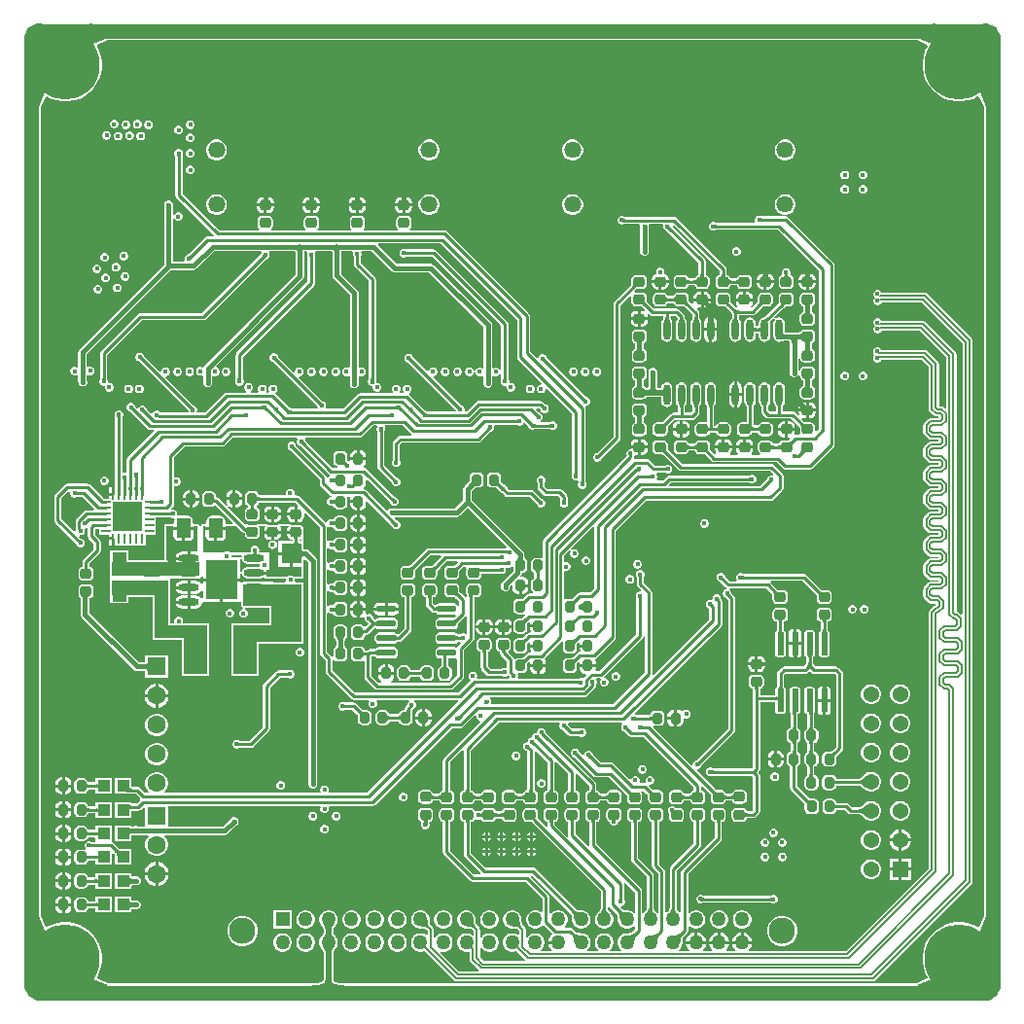
<source format=gbl>
G04*
G04 #@! TF.GenerationSoftware,Altium Limited,Altium Designer,24.1.2 (44)*
G04*
G04 Layer_Physical_Order=4*
G04 Layer_Color=16711680*
%FSLAX44Y44*%
%MOMM*%
G71*
G04*
G04 #@! TF.SameCoordinates,89FD491B-927F-4867-851F-A5E68215B016*
G04*
G04*
G04 #@! TF.FilePolarity,Positive*
G04*
G01*
G75*
%ADD11C,0.2540*%
%ADD12C,0.3810*%
%ADD14C,0.5080*%
%ADD23C,1.2300*%
G04:AMPARAMS|DCode=34|XSize=0.95mm|YSize=0.85mm|CornerRadius=0.2125mm|HoleSize=0mm|Usage=FLASHONLY|Rotation=180.000|XOffset=0mm|YOffset=0mm|HoleType=Round|Shape=RoundedRectangle|*
%AMROUNDEDRECTD34*
21,1,0.9500,0.4250,0,0,180.0*
21,1,0.5250,0.8500,0,0,180.0*
1,1,0.4250,-0.2625,0.2125*
1,1,0.4250,0.2625,0.2125*
1,1,0.4250,0.2625,-0.2125*
1,1,0.4250,-0.2625,-0.2125*
%
%ADD34ROUNDEDRECTD34*%
G04:AMPARAMS|DCode=35|XSize=0.95mm|YSize=0.85mm|CornerRadius=0.2125mm|HoleSize=0mm|Usage=FLASHONLY|Rotation=90.000|XOffset=0mm|YOffset=0mm|HoleType=Round|Shape=RoundedRectangle|*
%AMROUNDEDRECTD35*
21,1,0.9500,0.4250,0,0,90.0*
21,1,0.5250,0.8500,0,0,90.0*
1,1,0.4250,0.2125,0.2625*
1,1,0.4250,0.2125,-0.2625*
1,1,0.4250,-0.2125,-0.2625*
1,1,0.4250,-0.2125,0.2625*
%
%ADD35ROUNDEDRECTD35*%
%ADD40R,1.8000X1.8000*%
%ADD66O,0.6000X1.8000*%
%ADD130C,0.1800*%
%ADD135C,0.3000*%
%ADD136R,1.3700X1.3700*%
%ADD137C,1.3700*%
%ADD138C,1.4580*%
%ADD139C,1.2580*%
%ADD140R,1.2580X1.2580*%
%ADD141C,2.3000*%
%ADD142C,1.0000*%
%ADD143C,6.0000*%
%ADD144C,1.6000*%
%ADD145R,1.6000X1.6000*%
%ADD146C,0.4000*%
G04:AMPARAMS|DCode=150|XSize=1.97mm|YSize=0.59mm|CornerRadius=0.0738mm|HoleSize=0mm|Usage=FLASHONLY|Rotation=270.000|XOffset=0mm|YOffset=0mm|HoleType=Round|Shape=RoundedRectangle|*
%AMROUNDEDRECTD150*
21,1,1.9700,0.4425,0,0,270.0*
21,1,1.8225,0.5900,0,0,270.0*
1,1,0.1475,-0.2213,-0.9113*
1,1,0.1475,-0.2213,0.9113*
1,1,0.1475,0.2213,0.9113*
1,1,0.1475,0.2213,-0.9113*
%
%ADD150ROUNDEDRECTD150*%
%ADD151R,2.7178X3.4036*%
%ADD152O,1.8000X0.6000*%
%ADD153R,2.6500X2.6500*%
%ADD154R,0.8048X0.2746*%
%ADD155R,0.2746X0.8048*%
G04:AMPARAMS|DCode=156|XSize=1.64mm|YSize=0.59mm|CornerRadius=0.1475mm|HoleSize=0mm|Usage=FLASHONLY|Rotation=0.000|XOffset=0mm|YOffset=0mm|HoleType=Round|Shape=RoundedRectangle|*
%AMROUNDEDRECTD156*
21,1,1.6400,0.2950,0,0,0.0*
21,1,1.3450,0.5900,0,0,0.0*
1,1,0.2950,0.6725,-0.1475*
1,1,0.2950,-0.6725,-0.1475*
1,1,0.2950,-0.6725,0.1475*
1,1,0.2950,0.6725,0.1475*
%
%ADD156ROUNDEDRECTD156*%
%ADD157R,2.0000X4.2000*%
G04:AMPARAMS|DCode=158|XSize=1.75mm|YSize=1.25mm|CornerRadius=0.2438mm|HoleSize=0mm|Usage=FLASHONLY|Rotation=270.000|XOffset=0mm|YOffset=0mm|HoleType=Round|Shape=RoundedRectangle|*
%AMROUNDEDRECTD158*
21,1,1.7500,0.7625,0,0,270.0*
21,1,1.2625,1.2500,0,0,270.0*
1,1,0.4875,-0.3813,-0.6313*
1,1,0.4875,-0.3813,0.6313*
1,1,0.4875,0.3813,0.6313*
1,1,0.4875,0.3813,-0.6313*
%
%ADD158ROUNDEDRECTD158*%
%ADD159R,1.1000X1.0000*%
%ADD160R,1.3000X1.1500*%
%ADD161R,7.6301X1.1991*%
G36*
X72648Y837500D02*
X60019Y831975D01*
X36000Y840536D01*
X16458Y833570D01*
X9459Y814000D01*
X18057Y789957D01*
X12506Y777344D01*
X206Y791390D01*
X5266Y814000D01*
X206Y836610D01*
X11965Y837939D01*
Y837959D01*
X12003Y837997D01*
X12081Y837997D01*
X13429Y849800D01*
X36000Y844737D01*
X58571Y849800D01*
X72648Y837500D01*
D02*
G37*
G36*
X837944Y838035D02*
X837959D01*
X837997Y837997D01*
X837997Y837917D01*
X849806Y836531D01*
X849739Y835705D01*
X849538Y834400D01*
X847395Y824398D01*
X844871Y814000D01*
X847395Y803602D01*
X849538Y793599D01*
X849739Y792295D01*
X849806Y791469D01*
X837506Y777359D01*
X832007Y790005D01*
X840530Y814000D01*
X833584Y833555D01*
X814000Y840536D01*
X789981Y831974D01*
X777352Y837500D01*
X791429Y849800D01*
X814000Y844737D01*
X836571Y849800D01*
X837944Y838035D01*
D02*
G37*
G36*
X156323Y835651D02*
X416322D01*
X426322Y835651D01*
X696321D01*
X706321Y835651D01*
X777049D01*
X786182Y831655D01*
X786542Y830112D01*
X784548Y826199D01*
X783002Y821442D01*
X782220Y816501D01*
Y811499D01*
X783002Y806558D01*
X784548Y801801D01*
X786819Y797344D01*
X789760Y793297D01*
X793297Y789760D01*
X797344Y786819D01*
X801801Y784548D01*
X806558Y783002D01*
X811499Y782220D01*
X816501D01*
X821442Y783002D01*
X826199Y784548D01*
X830142Y786557D01*
X831678Y786209D01*
X835657Y777059D01*
Y706779D01*
X835657Y696779D01*
Y426780D01*
X835657Y416780D01*
Y156780D01*
X835657Y146780D01*
Y72941D01*
X831678Y63791D01*
X830142Y63443D01*
X826199Y65452D01*
X821442Y66997D01*
X816501Y67780D01*
X811499D01*
X806558Y66997D01*
X801801Y65452D01*
X797344Y63181D01*
X793297Y60240D01*
X789760Y56703D01*
X786819Y52656D01*
X784548Y48199D01*
X783002Y43442D01*
X782220Y38501D01*
Y33499D01*
X783002Y28558D01*
X784548Y23801D01*
X786542Y19888D01*
X786183Y18344D01*
X777049Y14349D01*
X700857D01*
X690857Y14349D01*
X430857D01*
X420857Y14349D01*
X278316D01*
X277616Y14364D01*
X273858Y14752D01*
X272457Y15064D01*
X271318Y15448D01*
X270478Y15873D01*
X269923Y16298D01*
X269714Y16557D01*
X269405Y21548D01*
Y41350D01*
X269416Y41470D01*
X269488Y41916D01*
X269587Y42327D01*
X269709Y42705D01*
X269855Y43053D01*
X270023Y43374D01*
X270215Y43672D01*
X270431Y43950D01*
X270730Y44269D01*
X270807Y44394D01*
X271458Y45045D01*
X272520Y46885D01*
X273070Y48938D01*
Y51062D01*
X272520Y53115D01*
X271458Y54955D01*
X270807Y55606D01*
X270730Y55731D01*
X270431Y56050D01*
X270214Y56328D01*
X270023Y56626D01*
X269855Y56947D01*
X269709Y57295D01*
X269587Y57673D01*
X269488Y58084D01*
X269416Y58530D01*
X269405Y58650D01*
Y61350D01*
X269416Y61470D01*
X269488Y61916D01*
X269587Y62327D01*
X269709Y62705D01*
X269855Y63053D01*
X270023Y63374D01*
X270215Y63672D01*
X270431Y63950D01*
X270730Y64269D01*
X270807Y64394D01*
X271458Y65045D01*
X272520Y66885D01*
X273070Y68938D01*
Y71062D01*
X272520Y73115D01*
X271458Y74955D01*
X269955Y76458D01*
X268115Y77520D01*
X266062Y78070D01*
X263937D01*
X261885Y77520D01*
X260045Y76458D01*
X258542Y74955D01*
X257480Y73115D01*
X256930Y71062D01*
Y68938D01*
X257480Y66885D01*
X258542Y65045D01*
X259193Y64394D01*
X259270Y64269D01*
X259569Y63950D01*
X259786Y63672D01*
X259977Y63374D01*
X260145Y63053D01*
X260291Y62705D01*
X260413Y62327D01*
X260512Y61916D01*
X260584Y61470D01*
X260595Y61350D01*
Y58650D01*
X260584Y58530D01*
X260512Y58084D01*
X260413Y57673D01*
X260291Y57295D01*
X260145Y56947D01*
X259977Y56626D01*
X259785Y56328D01*
X259569Y56050D01*
X259270Y55731D01*
X259193Y55606D01*
X258542Y54955D01*
X257480Y53115D01*
X256930Y51062D01*
Y48938D01*
X257480Y46885D01*
X258542Y45045D01*
X259193Y44394D01*
X259270Y44269D01*
X259569Y43950D01*
X259786Y43672D01*
X259977Y43374D01*
X260145Y43053D01*
X260291Y42705D01*
X260413Y42327D01*
X260512Y41916D01*
X260584Y41470D01*
X260595Y41350D01*
Y21184D01*
X260485Y18218D01*
X260336Y16619D01*
X260077Y16298D01*
X259522Y15873D01*
X258682Y15448D01*
X257543Y15064D01*
X256112Y14745D01*
X254398Y14509D01*
X252411Y14365D01*
X251684Y14349D01*
X150858D01*
X140858Y14349D01*
X72951D01*
X63818Y18345D01*
X63458Y19888D01*
X65452Y23801D01*
X66997Y28558D01*
X67780Y33499D01*
Y38501D01*
X66997Y43442D01*
X65452Y48199D01*
X63181Y52656D01*
X60240Y56703D01*
X56703Y60240D01*
X52656Y63181D01*
X48199Y65452D01*
X43442Y66997D01*
X38501Y67780D01*
X33499D01*
X28558Y66997D01*
X23801Y65452D01*
X19918Y63473D01*
X18367Y63844D01*
X14355Y72961D01*
Y145503D01*
X14355Y155503D01*
Y415503D01*
X14355Y425503D01*
Y695502D01*
X14355Y705502D01*
Y777038D01*
X18367Y786156D01*
X19918Y786527D01*
X23801Y784548D01*
X28558Y783002D01*
X33499Y782220D01*
X38501D01*
X43442Y783002D01*
X48199Y784548D01*
X52656Y786819D01*
X56703Y789760D01*
X60240Y793297D01*
X63181Y797344D01*
X65452Y801801D01*
X66997Y806558D01*
X67780Y811499D01*
Y816501D01*
X66997Y821442D01*
X65452Y826199D01*
X63458Y830112D01*
X63818Y831656D01*
X72951Y835651D01*
X146323D01*
X156323Y835651D01*
D02*
G37*
G36*
X269049Y65129D02*
X268732Y64722D01*
X268453Y64288D01*
X268211Y63826D01*
X268006Y63336D01*
X267838Y62818D01*
X267708Y62273D01*
X267614Y61700D01*
X267559Y61100D01*
X267540Y60472D01*
X262460D01*
X262441Y61100D01*
X262386Y61700D01*
X262292Y62273D01*
X262162Y62818D01*
X261994Y63336D01*
X261789Y63826D01*
X261547Y64288D01*
X261268Y64722D01*
X260951Y65129D01*
X260597Y65508D01*
X269403D01*
X269049Y65129D01*
D02*
G37*
G36*
X267559Y58900D02*
X267614Y58300D01*
X267708Y57727D01*
X267838Y57182D01*
X268006Y56664D01*
X268211Y56174D01*
X268453Y55712D01*
X268732Y55278D01*
X269049Y54871D01*
X269403Y54492D01*
X260597D01*
X260951Y54871D01*
X261268Y55278D01*
X261547Y55712D01*
X261789Y56174D01*
X261994Y56664D01*
X262162Y57182D01*
X262292Y57727D01*
X262386Y58300D01*
X262441Y58900D01*
X262460Y59528D01*
X267540D01*
X267559Y58900D01*
D02*
G37*
G36*
X269049Y45129D02*
X268732Y44722D01*
X268453Y44288D01*
X268211Y43826D01*
X268006Y43336D01*
X267838Y42818D01*
X267708Y42273D01*
X267614Y41700D01*
X267559Y41100D01*
X267540Y40472D01*
X262460D01*
X262441Y41100D01*
X262386Y41700D01*
X262292Y42273D01*
X262162Y42818D01*
X261994Y43336D01*
X261789Y43826D01*
X261547Y44288D01*
X261268Y44722D01*
X260951Y45129D01*
X260597Y45508D01*
X269403D01*
X269049Y45129D01*
D02*
G37*
G36*
X849806Y58532D02*
X849739Y57706D01*
X849538Y56401D01*
X847395Y46399D01*
X844871Y36000D01*
X847395Y25601D01*
X849538Y15599D01*
X849739Y14294D01*
X849806Y13468D01*
X838035Y12063D01*
Y12041D01*
X837997Y12003D01*
X837924Y12003D01*
X836571Y200D01*
X835750Y267D01*
X834449Y468D01*
X824447Y2607D01*
X814000Y5135D01*
X803553Y2607D01*
X793551Y468D01*
X792250Y267D01*
X791430Y200D01*
X777352Y12500D01*
X789981Y18025D01*
X814000Y9464D01*
X833583Y16444D01*
X840530Y36000D01*
X832006Y59995D01*
X837506Y72641D01*
X849806Y58532D01*
D02*
G37*
G36*
X18057Y60043D02*
X9459Y36000D01*
X16457Y16430D01*
X36000Y9464D01*
X60019Y18026D01*
X72648Y12500D01*
X58571Y200D01*
X57750Y267D01*
X56450Y468D01*
X46447Y2607D01*
X36000Y5135D01*
X25553Y2607D01*
X15550Y468D01*
X14250Y267D01*
X13429Y200D01*
X12068Y11965D01*
X12041D01*
X12003Y12003D01*
X12003Y12081D01*
X206Y13390D01*
X5266Y36000D01*
X206Y58610D01*
X12506Y72656D01*
X18057Y60043D01*
D02*
G37*
G36*
X267558Y22002D02*
X267931Y15988D01*
X268032Y15752D01*
X268647Y14990D01*
X269508Y14329D01*
X270615Y13770D01*
X271968Y13313D01*
X273567Y12958D01*
X277503Y12551D01*
X279840Y12500D01*
X265000Y200D01*
X250160Y12500D01*
X252497Y12551D01*
X254588Y12703D01*
X256433Y12958D01*
X258032Y13313D01*
X259385Y13770D01*
X260492Y14329D01*
X261353Y14990D01*
X261968Y15752D01*
X262109Y16081D01*
X262297Y18100D01*
X262442Y22002D01*
X262460Y24251D01*
X267540D01*
X267558Y22002D01*
D02*
G37*
%LPC*%
G36*
X79192Y766288D02*
X77688D01*
X76299Y765713D01*
X75236Y764649D01*
X74660Y763260D01*
Y761756D01*
X75236Y760367D01*
X76299Y759304D01*
X77688Y758728D01*
X79192D01*
X80581Y759304D01*
X81644Y760367D01*
X82220Y761756D01*
Y763260D01*
X81644Y764649D01*
X80581Y765713D01*
X79192Y766288D01*
D02*
G37*
G36*
X99158Y766041D02*
X97654D01*
X96265Y765466D01*
X95201Y764403D01*
X94626Y763013D01*
Y761510D01*
X95201Y760120D01*
X96265Y759057D01*
X97654Y758482D01*
X99158D01*
X100547Y759057D01*
X101610Y760120D01*
X102186Y761510D01*
Y763013D01*
X101610Y764403D01*
X100547Y765466D01*
X99158Y766041D01*
D02*
G37*
G36*
X145399Y765780D02*
X143895D01*
X142506Y765204D01*
X141443Y764141D01*
X140867Y762752D01*
Y761248D01*
X141443Y759859D01*
X142506Y758795D01*
X143895Y758220D01*
X145399D01*
X146788Y758795D01*
X147852Y759859D01*
X148427Y761248D01*
Y762752D01*
X147852Y764141D01*
X146788Y765204D01*
X145399Y765780D01*
D02*
G37*
G36*
X109141Y765660D02*
X107637D01*
X106248Y765085D01*
X105184Y764022D01*
X104609Y762632D01*
Y761129D01*
X105184Y759739D01*
X106248Y758676D01*
X107637Y758101D01*
X109141D01*
X110530Y758676D01*
X111594Y759739D01*
X112169Y761129D01*
Y762632D01*
X111594Y764022D01*
X110530Y765085D01*
X109141Y765660D01*
D02*
G37*
G36*
X89175D02*
X87671D01*
X86282Y765085D01*
X85218Y764022D01*
X84643Y762632D01*
Y761129D01*
X85218Y759739D01*
X86282Y758676D01*
X87671Y758101D01*
X89175D01*
X90564Y758676D01*
X91628Y759739D01*
X92203Y761129D01*
Y762632D01*
X91628Y764022D01*
X90564Y765085D01*
X89175Y765660D01*
D02*
G37*
G36*
X135195Y761081D02*
X133691D01*
X132302Y760506D01*
X131239Y759442D01*
X130663Y758053D01*
Y756549D01*
X131239Y755160D01*
X132302Y754097D01*
X133691Y753521D01*
X135195D01*
X136585Y754097D01*
X137648Y755160D01*
X138223Y756549D01*
Y758053D01*
X137648Y759442D01*
X136585Y760506D01*
X135195Y761081D01*
D02*
G37*
G36*
X72472Y756382D02*
X70968D01*
X69579Y755807D01*
X68516Y754743D01*
X67940Y753354D01*
Y751850D01*
X68516Y750461D01*
X69579Y749398D01*
X70968Y748822D01*
X72472D01*
X73861Y749398D01*
X74925Y750461D01*
X75500Y751850D01*
Y753354D01*
X74925Y754743D01*
X73861Y755807D01*
X72472Y756382D01*
D02*
G37*
G36*
X92438Y756135D02*
X90934D01*
X89545Y755560D01*
X88481Y754497D01*
X87906Y753107D01*
Y751604D01*
X88481Y750214D01*
X89545Y749151D01*
X90934Y748576D01*
X92438D01*
X93827Y749151D01*
X94890Y750214D01*
X95466Y751604D01*
Y753107D01*
X94890Y754497D01*
X93827Y755560D01*
X92438Y756135D01*
D02*
G37*
G36*
X102421Y755754D02*
X100917D01*
X99528Y755179D01*
X98464Y754116D01*
X97889Y752726D01*
Y751223D01*
X98464Y749833D01*
X99528Y748770D01*
X100917Y748195D01*
X102421D01*
X103810Y748770D01*
X104874Y749833D01*
X105449Y751223D01*
Y752726D01*
X104874Y754116D01*
X103810Y755179D01*
X102421Y755754D01*
D02*
G37*
G36*
X82455D02*
X80951D01*
X79562Y755179D01*
X78498Y754116D01*
X77923Y752726D01*
Y751223D01*
X78498Y749833D01*
X79562Y748770D01*
X80951Y748195D01*
X82455D01*
X83844Y748770D01*
X84908Y749833D01*
X85483Y751223D01*
Y752726D01*
X84908Y754116D01*
X83844Y755179D01*
X82455Y755754D01*
D02*
G37*
G36*
X145399Y754350D02*
X143895D01*
X142506Y753774D01*
X141443Y752711D01*
X140867Y751322D01*
Y749818D01*
X141443Y748429D01*
X142506Y747365D01*
X143895Y746790D01*
X145399D01*
X146788Y747365D01*
X147852Y748429D01*
X148427Y749818D01*
Y751322D01*
X147852Y752711D01*
X146788Y753774D01*
X145399Y754350D01*
D02*
G37*
G36*
Y740733D02*
X143895D01*
X142506Y740157D01*
X141443Y739094D01*
X140867Y737704D01*
Y736201D01*
X141443Y734811D01*
X142506Y733748D01*
X143895Y733173D01*
X145399D01*
X146788Y733748D01*
X147852Y734811D01*
X148427Y736201D01*
Y737704D01*
X147852Y739094D01*
X146788Y740157D01*
X145399Y740733D01*
D02*
G37*
G36*
X663694Y749070D02*
X661306D01*
X658999Y748452D01*
X656931Y747258D01*
X655242Y745569D01*
X654048Y743501D01*
X653430Y741194D01*
Y738806D01*
X654048Y736499D01*
X655242Y734431D01*
X656931Y732742D01*
X658999Y731548D01*
X661306Y730930D01*
X663694D01*
X666001Y731548D01*
X668069Y732742D01*
X669758Y734431D01*
X670952Y736499D01*
X671570Y738806D01*
Y741194D01*
X670952Y743501D01*
X669758Y745569D01*
X668069Y747258D01*
X666001Y748452D01*
X663694Y749070D01*
D02*
G37*
G36*
X478694D02*
X476306D01*
X473999Y748452D01*
X471931Y747258D01*
X470242Y745569D01*
X469048Y743501D01*
X468430Y741194D01*
Y738806D01*
X469048Y736499D01*
X470242Y734431D01*
X471931Y732742D01*
X473999Y731548D01*
X476306Y730930D01*
X478694D01*
X481001Y731548D01*
X483069Y732742D01*
X484758Y734431D01*
X485952Y736499D01*
X486570Y738806D01*
Y741194D01*
X485952Y743501D01*
X484758Y745569D01*
X483069Y747258D01*
X481001Y748452D01*
X478694Y749070D01*
D02*
G37*
G36*
X353694D02*
X351306D01*
X348999Y748452D01*
X346931Y747258D01*
X345242Y745569D01*
X344048Y743501D01*
X343430Y741194D01*
Y738806D01*
X344048Y736499D01*
X345242Y734431D01*
X346931Y732742D01*
X348999Y731548D01*
X351306Y730930D01*
X353694D01*
X356001Y731548D01*
X358069Y732742D01*
X359758Y734431D01*
X360952Y736499D01*
X361570Y738806D01*
Y741194D01*
X360952Y743501D01*
X359758Y745569D01*
X358069Y747258D01*
X356001Y748452D01*
X353694Y749070D01*
D02*
G37*
G36*
X168694D02*
X166306D01*
X163999Y748452D01*
X161931Y747258D01*
X160242Y745569D01*
X159048Y743501D01*
X158430Y741194D01*
Y738806D01*
X159048Y736499D01*
X160242Y734431D01*
X161931Y732742D01*
X163999Y731548D01*
X166306Y730930D01*
X168694D01*
X171001Y731548D01*
X173069Y732742D01*
X174758Y734431D01*
X175952Y736499D01*
X176570Y738806D01*
Y741194D01*
X175952Y743501D01*
X174758Y745569D01*
X173069Y747258D01*
X171001Y748452D01*
X168694Y749070D01*
D02*
G37*
G36*
X145399Y726410D02*
X143895D01*
X142506Y725835D01*
X141443Y724771D01*
X140867Y723382D01*
Y721878D01*
X141443Y720489D01*
X142506Y719426D01*
X143895Y718850D01*
X145399D01*
X146788Y719426D01*
X147852Y720489D01*
X148427Y721878D01*
Y723382D01*
X147852Y724771D01*
X146788Y725835D01*
X145399Y726410D01*
D02*
G37*
G36*
X730984Y721898D02*
X729480D01*
X728091Y721323D01*
X727027Y720259D01*
X726452Y718870D01*
Y717366D01*
X727027Y715977D01*
X728091Y714914D01*
X729480Y714338D01*
X730984D01*
X732373Y714914D01*
X733436Y715977D01*
X734012Y717366D01*
Y718870D01*
X733436Y720259D01*
X732373Y721323D01*
X730984Y721898D01*
D02*
G37*
G36*
X715306Y721873D02*
X713803D01*
X712413Y721297D01*
X711350Y720234D01*
X710775Y718845D01*
Y717341D01*
X711350Y715952D01*
X712413Y714888D01*
X713803Y714313D01*
X715306D01*
X716696Y714888D01*
X717759Y715952D01*
X718335Y717341D01*
Y718845D01*
X717759Y720234D01*
X716696Y721297D01*
X715306Y721873D01*
D02*
G37*
G36*
X731002Y709394D02*
X729498D01*
X728109Y708819D01*
X727046Y707755D01*
X726470Y706366D01*
Y704862D01*
X727046Y703473D01*
X728109Y702410D01*
X729498Y701834D01*
X731002D01*
X732391Y702410D01*
X733455Y703473D01*
X734030Y704862D01*
Y706366D01*
X733455Y707755D01*
X732391Y708819D01*
X731002Y709394D01*
D02*
G37*
G36*
X715325Y709369D02*
X713821D01*
X712432Y708793D01*
X711368Y707730D01*
X710793Y706340D01*
Y704837D01*
X711368Y703447D01*
X712432Y702384D01*
X713821Y701809D01*
X715325D01*
X716714Y702384D01*
X717777Y703447D01*
X718353Y704837D01*
Y706340D01*
X717777Y707730D01*
X716714Y708793D01*
X715325Y709369D01*
D02*
G37*
G36*
X333079Y698791D02*
X331724D01*
Y698740D01*
X332345D01*
X332352Y698246D01*
X332452Y697076D01*
X332511Y696790D01*
X332584Y696556D01*
X332671Y696374D01*
X332771Y696244D01*
X332884Y696166D01*
X333010Y696140D01*
X331724D01*
Y693180D01*
X337835D01*
Y694035D01*
X337473Y695855D01*
X336442Y697398D01*
X334899Y698429D01*
X333079Y698791D01*
D02*
G37*
G36*
X292625D02*
X291270D01*
Y698740D01*
X291891D01*
X291898Y698246D01*
X291998Y697076D01*
X292057Y696790D01*
X292131Y696556D01*
X292217Y696374D01*
X292317Y696244D01*
X292430Y696166D01*
X292556Y696140D01*
X291270D01*
Y693180D01*
X297381D01*
Y694035D01*
X297019Y695855D01*
X295988Y697398D01*
X294445Y698429D01*
X292625Y698791D01*
D02*
G37*
G36*
X252625D02*
X251270D01*
Y698740D01*
X251891D01*
X251898Y698246D01*
X251998Y697076D01*
X252057Y696790D01*
X252131Y696556D01*
X252217Y696374D01*
X252317Y696244D01*
X252430Y696166D01*
X252556Y696140D01*
X251270D01*
Y693180D01*
X257381D01*
Y694035D01*
X257019Y695855D01*
X255988Y697398D01*
X254445Y698429D01*
X252625Y698791D01*
D02*
G37*
G36*
X212625D02*
X211270D01*
Y698740D01*
X211891D01*
X211898Y698246D01*
X211998Y697076D01*
X212057Y696790D01*
X212131Y696556D01*
X212217Y696374D01*
X212317Y696244D01*
X212430Y696166D01*
X212556Y696140D01*
X211270D01*
Y693180D01*
X217381D01*
Y694035D01*
X217019Y695855D01*
X215988Y697398D01*
X214445Y698429D01*
X212625Y698791D01*
D02*
G37*
G36*
X288730D02*
X287375D01*
X285555Y698429D01*
X284012Y697398D01*
X282981Y695855D01*
X282619Y694035D01*
Y693180D01*
X288730D01*
Y696140D01*
X287416D01*
X287543Y696166D01*
X287656Y696244D01*
X287755Y696374D01*
X287842Y696556D01*
X287915Y696790D01*
X287975Y697076D01*
X288021Y697414D01*
X288074Y698246D01*
X288081Y698740D01*
X288730D01*
Y698791D01*
D02*
G37*
G36*
X329184D02*
X327829D01*
X326009Y698429D01*
X324466Y697398D01*
X323435Y695855D01*
X323073Y694035D01*
Y693180D01*
X329184D01*
Y696140D01*
X327870D01*
X327997Y696166D01*
X328110Y696244D01*
X328209Y696374D01*
X328296Y696556D01*
X328369Y696790D01*
X328429Y697076D01*
X328475Y697414D01*
X328529Y698246D01*
X328535Y698740D01*
X329184D01*
Y698791D01*
D02*
G37*
G36*
X208730D02*
X207375D01*
X205555Y698429D01*
X204012Y697398D01*
X202981Y695855D01*
X202619Y694035D01*
Y693180D01*
X208730D01*
Y696140D01*
X207416D01*
X207543Y696166D01*
X207656Y696244D01*
X207755Y696374D01*
X207842Y696556D01*
X207915Y696790D01*
X207975Y697076D01*
X208021Y697414D01*
X208074Y698246D01*
X208081Y698740D01*
X208730D01*
Y698791D01*
D02*
G37*
G36*
X248730D02*
X247375D01*
X245555Y698429D01*
X244012Y697398D01*
X242981Y695855D01*
X242619Y694035D01*
Y693180D01*
X248730D01*
Y696140D01*
X247416D01*
X247543Y696166D01*
X247656Y696244D01*
X247755Y696374D01*
X247842Y696556D01*
X247915Y696790D01*
X247975Y697076D01*
X248021Y697414D01*
X248074Y698246D01*
X248081Y698740D01*
X248730D01*
Y698791D01*
D02*
G37*
G36*
X337835Y690640D02*
X331724D01*
Y685028D01*
X333079D01*
X334899Y685390D01*
X336442Y686422D01*
X337473Y687965D01*
X337835Y689785D01*
Y690640D01*
D02*
G37*
G36*
X329184D02*
X323073D01*
Y689785D01*
X323435Y687965D01*
X324466Y686422D01*
X326009Y685390D01*
X327829Y685028D01*
X329184D01*
Y690640D01*
D02*
G37*
G36*
X297381D02*
X291270D01*
Y685028D01*
X292625D01*
X294445Y685390D01*
X295988Y686422D01*
X297019Y687965D01*
X297381Y689785D01*
Y690640D01*
D02*
G37*
G36*
X288730D02*
X282619D01*
Y689785D01*
X282981Y687965D01*
X284012Y686422D01*
X285555Y685390D01*
X287375Y685028D01*
X288730D01*
Y690640D01*
D02*
G37*
G36*
X257381D02*
X251270D01*
Y685028D01*
X252625D01*
X254445Y685390D01*
X255988Y686422D01*
X257019Y687965D01*
X257381Y689785D01*
Y690640D01*
D02*
G37*
G36*
X248730D02*
X242619D01*
Y689785D01*
X242981Y687965D01*
X244012Y686422D01*
X245555Y685390D01*
X247375Y685028D01*
X248730D01*
Y690640D01*
D02*
G37*
G36*
X217381D02*
X211270D01*
Y685028D01*
X212625D01*
X214445Y685390D01*
X215988Y686422D01*
X217019Y687965D01*
X217381Y689785D01*
Y690640D01*
D02*
G37*
G36*
X208730D02*
X202619D01*
Y689785D01*
X202981Y687965D01*
X204012Y686422D01*
X205555Y685390D01*
X207375Y685028D01*
X208730D01*
Y690640D01*
D02*
G37*
G36*
X663694Y701570D02*
X661306D01*
X658999Y700952D01*
X656931Y699758D01*
X655242Y698069D01*
X654048Y696001D01*
X653430Y693694D01*
Y691306D01*
X654048Y688999D01*
X655242Y686931D01*
X656931Y685242D01*
X658999Y684048D01*
X661306Y683430D01*
X663694D01*
X666001Y684048D01*
X668069Y685242D01*
X669758Y686931D01*
X670952Y688999D01*
X671570Y691306D01*
Y693694D01*
X670952Y696001D01*
X669758Y698069D01*
X668069Y699758D01*
X666001Y700952D01*
X663694Y701570D01*
D02*
G37*
G36*
X478694D02*
X476306D01*
X473999Y700952D01*
X471931Y699758D01*
X470242Y698069D01*
X469048Y696001D01*
X468430Y693694D01*
Y691306D01*
X469048Y688999D01*
X470242Y686931D01*
X471931Y685242D01*
X473999Y684048D01*
X476306Y683430D01*
X478694D01*
X481001Y684048D01*
X483069Y685242D01*
X484758Y686931D01*
X485952Y688999D01*
X486570Y691306D01*
Y693694D01*
X485952Y696001D01*
X484758Y698069D01*
X483069Y699758D01*
X481001Y700952D01*
X478694Y701570D01*
D02*
G37*
G36*
X353694D02*
X351306D01*
X348999Y700952D01*
X346931Y699758D01*
X345242Y698069D01*
X344048Y696001D01*
X343430Y693694D01*
Y691306D01*
X344048Y688999D01*
X345242Y686931D01*
X346931Y685242D01*
X348999Y684048D01*
X351306Y683430D01*
X353694D01*
X356001Y684048D01*
X358069Y685242D01*
X359758Y686931D01*
X360952Y688999D01*
X361570Y691306D01*
Y693694D01*
X360952Y696001D01*
X359758Y698069D01*
X358069Y699758D01*
X356001Y700952D01*
X353694Y701570D01*
D02*
G37*
G36*
X168694D02*
X166306D01*
X163999Y700952D01*
X161931Y699758D01*
X160242Y698069D01*
X159048Y696001D01*
X158430Y693694D01*
Y691306D01*
X159048Y688999D01*
X160242Y686931D01*
X161931Y685242D01*
X163999Y684048D01*
X166306Y683430D01*
X168694D01*
X171001Y684048D01*
X173069Y685242D01*
X174758Y686931D01*
X175952Y688999D01*
X176570Y691306D01*
Y693694D01*
X175952Y696001D01*
X174758Y698069D01*
X173069Y699758D01*
X171001Y700952D01*
X168694Y701570D01*
D02*
G37*
G36*
X135427Y740733D02*
X133923D01*
X132534Y740157D01*
X131470Y739094D01*
X130895Y737704D01*
Y736201D01*
X131470Y734811D01*
X131565Y734717D01*
Y700466D01*
X131802Y699276D01*
X132476Y698267D01*
X164848Y665895D01*
X164322Y664625D01*
X159555D01*
X158365Y664389D01*
X157356Y663715D01*
X142892Y649251D01*
X142758D01*
X141369Y648675D01*
X140306Y647612D01*
X139730Y646223D01*
Y644719D01*
X139993Y644085D01*
X139161Y642815D01*
X129423D01*
Y680441D01*
X130693Y680694D01*
X131021Y679900D01*
X132085Y678837D01*
X133474Y678261D01*
X134978D01*
X136367Y678837D01*
X137431Y679900D01*
X138006Y681289D01*
Y682793D01*
X137431Y684182D01*
X136367Y685246D01*
X134978Y685821D01*
X133474D01*
X132085Y685246D01*
X131021Y684182D01*
X130693Y683388D01*
X129423Y683641D01*
Y691446D01*
X129445Y691501D01*
Y693004D01*
X128870Y694394D01*
X127807Y695457D01*
X126417Y696032D01*
X124914D01*
X123524Y695457D01*
X122461Y694394D01*
X121885Y693004D01*
Y691501D01*
X121908Y691446D01*
Y640186D01*
X48137Y566415D01*
X47323Y565196D01*
X47037Y563758D01*
Y551371D01*
X45767Y550789D01*
X44705Y551229D01*
X43201D01*
X41812Y550654D01*
X40749Y549590D01*
X40173Y548201D01*
Y546697D01*
X40749Y545308D01*
X41812Y544245D01*
X43201Y543669D01*
X44705D01*
X45767Y544109D01*
X47037Y543528D01*
Y539260D01*
X47050Y539193D01*
Y538214D01*
X47336Y536776D01*
X47702Y536229D01*
X47882Y535793D01*
X48945Y534730D01*
X50335Y534155D01*
X51839D01*
X53228Y534730D01*
X54291Y535793D01*
X54867Y537183D01*
Y538687D01*
X54551Y539448D01*
Y543657D01*
X55821Y544229D01*
X56900Y543782D01*
X58404D01*
X59793Y544357D01*
X60856Y545421D01*
X61432Y546810D01*
Y548314D01*
X60856Y549703D01*
X59793Y550766D01*
X58404Y551342D01*
X56900D01*
X55821Y550895D01*
X54551Y551467D01*
Y562202D01*
X127650Y635301D01*
X147210D01*
X148648Y635587D01*
X149867Y636401D01*
X165536Y652071D01*
X206277D01*
X206803Y650801D01*
X206768Y650766D01*
X206192Y649376D01*
Y649242D01*
X154928Y597978D01*
X101091D01*
X99901Y597741D01*
X98892Y597067D01*
X67068Y565243D01*
X66394Y564234D01*
X66157Y563044D01*
Y540496D01*
X66062Y540401D01*
X65487Y539012D01*
Y537508D01*
X66062Y536119D01*
X67126Y535056D01*
X68515Y534480D01*
X69109D01*
X70093Y534152D01*
X70283Y533307D01*
Y532585D01*
X70858Y531196D01*
X71921Y530132D01*
X73311Y529557D01*
X74814D01*
X76204Y530132D01*
X77267Y531196D01*
X77842Y532585D01*
Y534089D01*
X77267Y535478D01*
X76204Y536541D01*
X74814Y537117D01*
X74220D01*
X73237Y537445D01*
X73047Y538290D01*
Y539012D01*
X72471Y540401D01*
X72377Y540496D01*
Y561756D01*
X102379Y591758D01*
X156216D01*
X157406Y591995D01*
X158415Y592669D01*
X210590Y644845D01*
X210724D01*
X212113Y645420D01*
X213177Y646483D01*
X213752Y647873D01*
Y649376D01*
X213177Y650766D01*
X213142Y650801D01*
X213668Y652071D01*
X234876D01*
X235240Y652007D01*
X235536Y651908D01*
X235739Y651798D01*
X235883Y651681D01*
X236000Y651537D01*
X236110Y651334D01*
X236208Y651038D01*
X236273Y650674D01*
Y631502D01*
X157141Y552369D01*
X156394Y551252D01*
X156268Y551127D01*
X154921Y550596D01*
X154099Y550936D01*
X152596D01*
X151206Y550361D01*
X150143Y549297D01*
X149567Y547908D01*
Y546404D01*
X150143Y545015D01*
X151206Y543952D01*
X152596Y543376D01*
X154099D01*
X154770Y543654D01*
X156040Y542844D01*
Y537165D01*
X156112Y536807D01*
Y536319D01*
X156298Y535868D01*
X156326Y535727D01*
X156406Y535607D01*
X156687Y534930D01*
X157750Y533866D01*
X159140Y533291D01*
X160644D01*
X162033Y533866D01*
X163096Y534930D01*
X163672Y536319D01*
Y537823D01*
X163555Y538105D01*
Y542699D01*
X164825Y543410D01*
X165665Y543062D01*
X167169D01*
X168559Y543637D01*
X169622Y544701D01*
X170197Y546090D01*
Y547594D01*
X169622Y548983D01*
X168559Y550046D01*
X167627Y550432D01*
X167193Y551795D01*
X242687Y627289D01*
X243501Y628507D01*
X243787Y629945D01*
Y650674D01*
X243852Y651038D01*
X243950Y651333D01*
X244060Y651537D01*
X244177Y651681D01*
X244321Y651798D01*
X244524Y651908D01*
X244820Y652007D01*
X245184Y652071D01*
X245982D01*
X246572Y650801D01*
X246138Y649753D01*
Y648249D01*
X246713Y646860D01*
X246890Y646682D01*
Y625430D01*
X184982Y563521D01*
X184307Y562513D01*
X184071Y561323D01*
Y540303D01*
X183550Y539047D01*
Y537543D01*
X184126Y536153D01*
X185189Y535090D01*
X186579Y534515D01*
X188082D01*
X189472Y535090D01*
X190535Y536153D01*
X191110Y537543D01*
Y539047D01*
X190535Y540436D01*
X190290Y540681D01*
Y560034D01*
X252199Y621943D01*
X252873Y622952D01*
X253110Y624142D01*
Y646847D01*
X253122Y646860D01*
X253697Y648249D01*
Y649753D01*
X253263Y650801D01*
X253853Y652071D01*
X267027D01*
X267391Y652007D01*
X267687Y651908D01*
X267891Y651798D01*
X268034Y651681D01*
X268152Y651537D01*
X268261Y651334D01*
X268360Y651038D01*
X268424Y650674D01*
Y630594D01*
X268710Y629157D01*
X269525Y627938D01*
X283449Y614013D01*
Y550961D01*
X282179Y550291D01*
X281269Y550668D01*
X279765D01*
X278376Y550092D01*
X277313Y549029D01*
X276737Y547640D01*
Y546136D01*
X277313Y544747D01*
X278376Y543683D01*
X279765Y543108D01*
X281269D01*
X282179Y543485D01*
X283449Y542815D01*
Y536421D01*
X283584Y535745D01*
Y535512D01*
X283673Y535297D01*
X283735Y534983D01*
X283913Y534718D01*
X284159Y534123D01*
X285223Y533060D01*
X286612Y532484D01*
X288116D01*
X289505Y533060D01*
X290568Y534123D01*
X291144Y535512D01*
Y537016D01*
X290964Y537451D01*
Y542876D01*
X292234Y543596D01*
X293059Y543254D01*
X294563D01*
X295952Y543829D01*
X297015Y544893D01*
X297591Y546282D01*
Y547786D01*
X297015Y549175D01*
X295952Y550238D01*
X294563Y550814D01*
X293059D01*
X292234Y550472D01*
X290964Y551192D01*
Y615569D01*
X290678Y617007D01*
X289863Y618226D01*
X275939Y632151D01*
Y650674D01*
X276003Y651038D01*
X276102Y651333D01*
X276211Y651537D01*
X276329Y651681D01*
X276472Y651798D01*
X276676Y651908D01*
X276972Y652007D01*
X277336Y652071D01*
X285738D01*
X286511Y650801D01*
X286207Y650067D01*
Y648563D01*
X286782Y647173D01*
X286877Y647079D01*
Y640582D01*
X287114Y639392D01*
X287788Y638383D01*
X300037Y626134D01*
Y540399D01*
X299942Y540304D01*
X299366Y538915D01*
Y537411D01*
X299942Y536022D01*
X301005Y534958D01*
X302395Y534383D01*
X303223D01*
X303419Y534089D01*
Y532585D01*
X303995Y531196D01*
X305058Y530132D01*
X306448Y529557D01*
X307951D01*
X309341Y530132D01*
X310404Y531196D01*
X310979Y532585D01*
Y534089D01*
X310404Y535478D01*
X309341Y536541D01*
X307951Y537117D01*
X307123D01*
X306926Y537411D01*
Y538915D01*
X306351Y540304D01*
X306256Y540399D01*
Y627422D01*
X306256Y627422D01*
X306019Y628612D01*
X305345Y629621D01*
X305345Y629621D01*
X293097Y641870D01*
Y647079D01*
X293191Y647173D01*
X293767Y648563D01*
Y650067D01*
X293463Y650801D01*
X294236Y652071D01*
X302777D01*
X320401Y634447D01*
X321619Y633632D01*
X323057Y633346D01*
X352325D01*
X399903Y585769D01*
Y550456D01*
X398655Y549907D01*
X397266Y550483D01*
X395762D01*
X394373Y549907D01*
X393310Y548844D01*
X392734Y547454D01*
X391506Y547557D01*
Y547614D01*
X390931Y549003D01*
X389868Y550067D01*
X388478Y550642D01*
X386974D01*
X385585Y550067D01*
X384522Y549003D01*
X383946Y547614D01*
Y546110D01*
X384522Y544721D01*
X385585Y543658D01*
X386974Y543082D01*
X388478D01*
X389868Y543658D01*
X390931Y544721D01*
X391506Y546110D01*
X392734Y546008D01*
Y545951D01*
X393310Y544561D01*
X394373Y543498D01*
X395762Y542923D01*
X397266D01*
X398655Y543498D01*
X399903Y542949D01*
Y537399D01*
X399880Y537344D01*
Y535840D01*
X400455Y534451D01*
X401519Y533388D01*
X402908Y532812D01*
X404412D01*
X405801Y533388D01*
X406864Y534451D01*
X407440Y535840D01*
Y537344D01*
X407417Y537399D01*
Y542797D01*
X407958Y543143D01*
X408687Y543426D01*
X409902Y542923D01*
X411405D01*
X412795Y543498D01*
X413858Y544561D01*
X414096Y545135D01*
X415366Y544882D01*
Y540485D01*
X415271Y540390D01*
X414695Y539001D01*
Y537497D01*
X415271Y536107D01*
X416334Y535044D01*
X417723Y534469D01*
X418815D01*
X419352Y534295D01*
X419988Y533409D01*
Y532585D01*
X420563Y531196D01*
X421627Y530132D01*
X423016Y529557D01*
X424520D01*
X425909Y530132D01*
X426973Y531196D01*
X427548Y532585D01*
Y534089D01*
X426973Y535478D01*
X425909Y536541D01*
X424520Y537117D01*
X423429D01*
X422891Y537291D01*
X422255Y538176D01*
Y539001D01*
X421680Y540390D01*
X421585Y540485D01*
Y588381D01*
X421348Y589571D01*
X420674Y590580D01*
X358805Y652449D01*
X357796Y653123D01*
X356606Y653360D01*
X332690D01*
X332595Y653455D01*
X331206Y654030D01*
X329702D01*
X328313Y653455D01*
X327249Y652391D01*
X326674Y651002D01*
Y649498D01*
X327249Y648109D01*
X328313Y647046D01*
X329702Y646470D01*
X331206D01*
X332595Y647046D01*
X332690Y647140D01*
X355318D01*
X415366Y587093D01*
Y548523D01*
X414096Y548270D01*
X413858Y548844D01*
X412795Y549907D01*
X411405Y550483D01*
X409902D01*
X408687Y549980D01*
X407958Y550262D01*
X407417Y550608D01*
Y587325D01*
X407131Y588763D01*
X406317Y589982D01*
X356538Y639760D01*
X355319Y640575D01*
X353881Y640861D01*
X324614D01*
X308242Y657233D01*
X308728Y658406D01*
X362848D01*
X429123Y592131D01*
Y559631D01*
X429360Y558441D01*
X430034Y557432D01*
X450582Y536884D01*
X450056Y535614D01*
X449205D01*
X447816Y535039D01*
X446752Y533976D01*
X446177Y532586D01*
Y531082D01*
X446752Y529693D01*
X447816Y528630D01*
X449205Y528054D01*
X450709D01*
X452098Y528630D01*
X453162Y529693D01*
X453737Y531082D01*
Y531933D01*
X455007Y532459D01*
X477058Y510408D01*
Y457702D01*
X476622Y456648D01*
Y455145D01*
X477197Y453755D01*
X478260Y452692D01*
X479650Y452117D01*
X481153D01*
X481505Y452262D01*
X482036Y451907D01*
X482680Y450848D01*
X482105Y449459D01*
Y447955D01*
X482680Y446566D01*
X483744Y445503D01*
X485133Y444927D01*
X486637D01*
X488026Y445503D01*
X489089Y446566D01*
X489665Y447955D01*
Y449459D01*
X489089Y450848D01*
X488995Y450943D01*
Y514799D01*
X488782Y515867D01*
X488820Y516084D01*
X489519Y517137D01*
X489543D01*
X490932Y517712D01*
X491996Y518775D01*
X492571Y520165D01*
Y521669D01*
X491996Y523058D01*
X490932Y524121D01*
X489543Y524697D01*
X489381D01*
X489372Y524704D01*
X455138Y558939D01*
Y559044D01*
X454562Y560433D01*
X453499Y561497D01*
X452110Y562072D01*
X450606D01*
X449217Y561497D01*
X448153Y560433D01*
X447653Y559225D01*
X446923Y558905D01*
X446308Y558774D01*
X440757Y564325D01*
Y595090D01*
X440520Y596280D01*
X439846Y597289D01*
X368004Y669132D01*
X366995Y669806D01*
X365805Y670042D01*
X336045D01*
X335660Y671312D01*
X335894Y671469D01*
X336757Y672761D01*
X337061Y674285D01*
Y678535D01*
X336757Y680058D01*
X335894Y681350D01*
X334603Y682213D01*
X333079Y682516D01*
X327829D01*
X326305Y682213D01*
X325014Y681350D01*
X324151Y680058D01*
X323848Y678535D01*
Y674285D01*
X324151Y672761D01*
X325014Y671469D01*
X325248Y671312D01*
X324863Y670042D01*
X295591D01*
X295205Y671312D01*
X295440Y671469D01*
X296303Y672761D01*
X296607Y674285D01*
Y678535D01*
X296303Y680058D01*
X295440Y681350D01*
X294149Y682213D01*
X292625Y682516D01*
X287375D01*
X285851Y682213D01*
X284560Y681350D01*
X283696Y680058D01*
X283393Y678535D01*
Y674285D01*
X283696Y672761D01*
X284560Y671469D01*
X284794Y671312D01*
X284409Y670042D01*
X255591D01*
X255205Y671312D01*
X255440Y671469D01*
X256303Y672761D01*
X256607Y674285D01*
Y678535D01*
X256303Y680058D01*
X255440Y681350D01*
X254149Y682213D01*
X252625Y682516D01*
X247375D01*
X245851Y682213D01*
X244560Y681350D01*
X243696Y680058D01*
X243393Y678535D01*
Y674285D01*
X243696Y672761D01*
X244560Y671469D01*
X244794Y671312D01*
X244409Y670042D01*
X215591D01*
X215205Y671312D01*
X215440Y671469D01*
X216303Y672761D01*
X216607Y674285D01*
Y678535D01*
X216303Y680058D01*
X215440Y681350D01*
X214149Y682213D01*
X212625Y682516D01*
X207375D01*
X205851Y682213D01*
X204560Y681350D01*
X203696Y680058D01*
X203393Y678535D01*
Y674285D01*
X203696Y672761D01*
X204560Y671469D01*
X204794Y671312D01*
X204409Y670042D01*
X169496D01*
X137785Y701754D01*
Y734717D01*
X137879Y734811D01*
X138455Y736201D01*
Y737704D01*
X137879Y739094D01*
X136816Y740157D01*
X135427Y740733D01*
D02*
G37*
G36*
X640660Y682827D02*
X639156D01*
X637767Y682251D01*
X636703Y681188D01*
X636128Y679799D01*
Y678295D01*
X636319Y677833D01*
X635471Y676563D01*
X602197D01*
X602102Y676658D01*
X600712Y677233D01*
X599209D01*
X597819Y676658D01*
X596756Y675594D01*
X596180Y674205D01*
Y672701D01*
X596756Y671312D01*
X597819Y670249D01*
X599209Y669673D01*
X600712D01*
X602102Y670249D01*
X602197Y670344D01*
X656023D01*
X692001Y634366D01*
Y497275D01*
X689861Y495135D01*
X688591Y495661D01*
Y498825D01*
X688288Y500349D01*
X687425Y501640D01*
X686133Y502503D01*
X684610Y502807D01*
X679907D01*
X679820Y502867D01*
X679137Y503445D01*
X676874Y505708D01*
X677132Y506228D01*
X677623Y506756D01*
X679235Y506435D01*
X680590D01*
Y512047D01*
X674478D01*
Y511191D01*
X674799Y509580D01*
X674271Y509089D01*
X673751Y508831D01*
X671113Y511469D01*
X670105Y512143D01*
X668914Y512380D01*
X660443D01*
Y516655D01*
X660462Y516972D01*
X660511Y517405D01*
X660780Y517585D01*
X661836Y519166D01*
X662207Y521031D01*
Y533031D01*
X661836Y534896D01*
X660780Y536477D01*
X659199Y537534D01*
X657334Y537905D01*
X655468Y537534D01*
X653887Y536477D01*
X652831Y534896D01*
X652460Y533031D01*
Y521031D01*
X652831Y519166D01*
X653887Y517585D01*
X654153Y517407D01*
X654224Y516572D01*
Y512380D01*
X648988D01*
X647743Y513625D01*
Y516655D01*
X647762Y516972D01*
X647811Y517405D01*
X648080Y517585D01*
X649136Y519166D01*
X649507Y521031D01*
Y533031D01*
X649136Y534896D01*
X648080Y536477D01*
X646499Y537534D01*
X644633Y537905D01*
X642768Y537534D01*
X641187Y536477D01*
X640131Y534896D01*
X639760Y533031D01*
Y521031D01*
X640131Y519166D01*
X641187Y517585D01*
X641453Y517407D01*
X641524Y516572D01*
Y512337D01*
X641760Y511147D01*
X642435Y510138D01*
X645501Y507071D01*
X646510Y506397D01*
X647700Y506160D01*
X667626D01*
X674635Y499151D01*
X675029Y498728D01*
X675303Y498385D01*
X675378Y498277D01*
Y494575D01*
X675626Y493330D01*
X674932Y492060D01*
X671741D01*
X671471Y492237D01*
X671078Y492677D01*
X670777Y493228D01*
X671045Y494575D01*
Y495430D01*
X664934D01*
Y489819D01*
X666088D01*
X666436Y489341D01*
X666664Y488598D01*
X666181Y488116D01*
X665769Y487733D01*
X665429Y487462D01*
X665206Y487307D01*
X661039D01*
X659515Y487003D01*
X658223Y486140D01*
X657360Y484849D01*
X657261Y484349D01*
X657100Y484323D01*
X656936Y484310D01*
X652071D01*
X651907Y484323D01*
X651746Y484349D01*
X651647Y484849D01*
X650783Y486140D01*
X649492Y487003D01*
X647968Y487307D01*
X642718D01*
X641195Y487003D01*
X639903Y486140D01*
X639040Y484849D01*
X638737Y483325D01*
Y479075D01*
X639040Y477551D01*
X639903Y476260D01*
X640842Y475632D01*
X640457Y474362D01*
X633402D01*
X633017Y475632D01*
X633136Y475712D01*
X634167Y477255D01*
X634529Y479075D01*
Y479930D01*
X619766D01*
Y479075D01*
X620128Y477255D01*
X621159Y475712D01*
X621278Y475632D01*
X620893Y474362D01*
X615081D01*
X614696Y475632D01*
X614815Y475712D01*
X615846Y477255D01*
X616208Y479075D01*
Y479930D01*
X601445D01*
Y479075D01*
X601807Y477255D01*
X602289Y476534D01*
X601730Y475085D01*
X601442Y475013D01*
X597726Y478729D01*
X597332Y479153D01*
X597058Y479495D01*
X596988Y479597D01*
Y483325D01*
X596684Y484849D01*
X595821Y486140D01*
X594530Y487003D01*
X593006Y487307D01*
X587756D01*
X586232Y487003D01*
X584941Y486140D01*
X584078Y484849D01*
X583978Y484349D01*
X583817Y484323D01*
X583653Y484310D01*
X578788D01*
X578624Y484323D01*
X578463Y484349D01*
X578364Y484849D01*
X577501Y486140D01*
X576209Y487003D01*
X574685Y487307D01*
X569435D01*
X567912Y487003D01*
X566620Y486140D01*
X565757Y484849D01*
X565454Y483325D01*
Y479075D01*
X565757Y477551D01*
X566620Y476260D01*
X567912Y475396D01*
X569435Y475093D01*
X574685D01*
X576209Y475396D01*
X577501Y476260D01*
X578364Y477551D01*
X578463Y478051D01*
X578624Y478077D01*
X578788Y478090D01*
X583653D01*
X583817Y478077D01*
X583978Y478051D01*
X584078Y477551D01*
X584941Y476260D01*
X586232Y475396D01*
X587756Y475093D01*
X592433D01*
X592526Y475028D01*
X593209Y474450D01*
X598606Y469053D01*
X599615Y468379D01*
X600805Y468143D01*
X655118D01*
X660381Y462880D01*
X660381Y462880D01*
X661390Y462206D01*
X662580Y461969D01*
X684375D01*
X685565Y462206D01*
X686574Y462880D01*
X704663Y480969D01*
X705337Y481978D01*
X705574Y483168D01*
Y640060D01*
X705574Y640060D01*
X705337Y641250D01*
X704663Y642259D01*
X704663Y642259D01*
X665676Y681246D01*
X664668Y681920D01*
X663478Y682157D01*
X642144D01*
X642049Y682251D01*
X640660Y682827D01*
D02*
G37*
G36*
X620752Y655280D02*
X619248D01*
X617859Y654705D01*
X616796Y653641D01*
X616220Y652252D01*
Y650748D01*
X616796Y649359D01*
X617859Y648296D01*
X619248Y647720D01*
X620752D01*
X622141Y648296D01*
X623204Y649359D01*
X623780Y650748D01*
Y652252D01*
X623204Y653641D01*
X622141Y654705D01*
X620752Y655280D01*
D02*
G37*
G36*
X87424Y651410D02*
X85921D01*
X84531Y650834D01*
X83468Y649771D01*
X82893Y648382D01*
Y646878D01*
X83468Y645489D01*
X84531Y644425D01*
X85921Y643850D01*
X87424D01*
X88814Y644425D01*
X89877Y645489D01*
X90453Y646878D01*
Y648382D01*
X89877Y649771D01*
X88814Y650834D01*
X87424Y651410D01*
D02*
G37*
G36*
X70852Y650179D02*
X69349D01*
X67959Y649604D01*
X66896Y648541D01*
X66321Y647151D01*
Y645648D01*
X66896Y644258D01*
X67959Y643195D01*
X69349Y642619D01*
X70852D01*
X72242Y643195D01*
X73305Y644258D01*
X73881Y645648D01*
Y647151D01*
X73305Y648541D01*
X72242Y649604D01*
X70852Y650179D01*
D02*
G37*
G36*
X80704Y641504D02*
X79201D01*
X77811Y640928D01*
X76748Y639865D01*
X76173Y638476D01*
Y636972D01*
X76748Y635583D01*
X77811Y634519D01*
X79201Y633944D01*
X80704D01*
X82094Y634519D01*
X83157Y635583D01*
X83733Y636972D01*
Y638476D01*
X83157Y639865D01*
X82094Y640928D01*
X80704Y641504D01*
D02*
G37*
G36*
X64132Y640273D02*
X62629D01*
X61239Y639698D01*
X60176Y638635D01*
X59601Y637245D01*
Y635742D01*
X60176Y634352D01*
X61239Y633289D01*
X62629Y632713D01*
X64132D01*
X65522Y633289D01*
X66585Y634352D01*
X67161Y635742D01*
Y637245D01*
X66585Y638635D01*
X65522Y639698D01*
X64132Y640273D01*
D02*
G37*
G36*
X684484Y632047D02*
X683811D01*
X683838Y631693D01*
X683931Y631066D01*
X684060Y630523D01*
X684226Y630064D01*
X684429Y629688D01*
X684670Y629396D01*
X684947Y629187D01*
X685261Y629062D01*
X685612Y629020D01*
X683129D01*
Y626436D01*
X689241D01*
Y627291D01*
X688879Y629111D01*
X687848Y630654D01*
X686305Y631685D01*
X684484Y632047D01*
D02*
G37*
G36*
X554572Y637335D02*
X553068D01*
X551679Y636759D01*
X550615Y635696D01*
X550040Y634307D01*
Y632803D01*
X549449Y631697D01*
X549388Y631685D01*
X547845Y630654D01*
X546814Y629111D01*
X546452Y627291D01*
Y626436D01*
X553833D01*
X561215D01*
Y627291D01*
X560853Y629111D01*
X559822Y630654D01*
X558279Y631685D01*
X558187Y631703D01*
X557600Y632803D01*
Y634307D01*
X557024Y635696D01*
X555961Y636759D01*
X554572Y637335D01*
D02*
G37*
G36*
X647906Y632047D02*
X647232D01*
X647259Y631693D01*
X647352Y631066D01*
X647481Y630523D01*
X647647Y630064D01*
X647851Y629688D01*
X648091Y629396D01*
X648368Y629187D01*
X648682Y629062D01*
X649033Y629020D01*
X646551D01*
Y626436D01*
X652662D01*
Y627291D01*
X652300Y629111D01*
X651269Y630654D01*
X649726Y631685D01*
X647906Y632047D01*
D02*
G37*
G36*
X643329D02*
X642656D01*
X640835Y631685D01*
X639292Y630654D01*
X638261Y629111D01*
X637899Y627291D01*
Y626436D01*
X644010D01*
Y629020D01*
X641528D01*
X641879Y629062D01*
X642193Y629187D01*
X642470Y629396D01*
X642710Y629688D01*
X642914Y630064D01*
X643080Y630523D01*
X643209Y631066D01*
X643302Y631693D01*
X643329Y632047D01*
D02*
G37*
G36*
X679908D02*
X679234D01*
X677414Y631685D01*
X675871Y630654D01*
X674840Y629111D01*
X674478Y627291D01*
Y626436D01*
X680589D01*
Y629020D01*
X678107D01*
X678458Y629062D01*
X678772Y629187D01*
X679049Y629396D01*
X679289Y629688D01*
X679493Y630064D01*
X679659Y630523D01*
X679788Y631066D01*
X679881Y631693D01*
X679908Y632047D01*
D02*
G37*
G36*
X88627Y633581D02*
X87123D01*
X85733Y633005D01*
X84670Y631942D01*
X84095Y630552D01*
Y629049D01*
X84670Y627659D01*
X85733Y626596D01*
X87123Y626021D01*
X88627D01*
X90016Y626596D01*
X91079Y627659D01*
X91655Y629049D01*
Y630552D01*
X91079Y631942D01*
X90016Y633005D01*
X88627Y633581D01*
D02*
G37*
G36*
X71644Y632310D02*
X70140D01*
X68751Y631735D01*
X67687Y630672D01*
X67112Y629282D01*
Y627779D01*
X67687Y626389D01*
X68751Y625326D01*
X70140Y624751D01*
X71644D01*
X73033Y625326D01*
X74096Y626389D01*
X74672Y627779D01*
Y629282D01*
X74096Y630672D01*
X73033Y631735D01*
X71644Y632310D01*
D02*
G37*
G36*
X521111Y682566D02*
X519607D01*
X518218Y681991D01*
X517155Y680927D01*
X516579Y679538D01*
Y678034D01*
X517155Y676645D01*
X518218Y675582D01*
X519607Y675006D01*
X521111D01*
X522500Y675582D01*
X522503Y675584D01*
X535590D01*
X536295Y674528D01*
X536220Y674347D01*
Y672843D01*
X536243Y672788D01*
Y652307D01*
X536220Y652252D01*
Y650748D01*
X536796Y649359D01*
X537859Y648296D01*
X539248Y647720D01*
X540752D01*
X542141Y648296D01*
X543205Y649359D01*
X543780Y650748D01*
Y652252D01*
X543757Y652307D01*
Y672788D01*
X543780Y672843D01*
Y674347D01*
X543705Y674528D01*
X544410Y675584D01*
X555526D01*
X556232Y674528D01*
X556156Y674347D01*
Y672843D01*
X556732Y671453D01*
X557795Y670390D01*
X559184Y669815D01*
X559318D01*
X587108Y642025D01*
Y631418D01*
X587095Y631268D01*
X587077Y631156D01*
X586139Y630970D01*
X584847Y630106D01*
X583984Y628815D01*
X583884Y628315D01*
X583723Y628289D01*
X583560Y628276D01*
X578725D01*
X578562Y628289D01*
X578401Y628315D01*
X578301Y628815D01*
X577438Y630106D01*
X576147Y630970D01*
X574623Y631273D01*
X569373D01*
X567849Y630970D01*
X566558Y630106D01*
X565694Y628815D01*
X565391Y627291D01*
Y623041D01*
X565694Y621517D01*
X566558Y620226D01*
X567849Y619363D01*
X569373Y619059D01*
X574623D01*
X576147Y619363D01*
X577438Y620226D01*
X578301Y621517D01*
X578401Y622017D01*
X578562Y622043D01*
X578725Y622056D01*
X583560D01*
X583723Y622043D01*
X583884Y622017D01*
X583984Y621517D01*
X584847Y620226D01*
X586139Y619363D01*
X587662Y619059D01*
X592912D01*
X594436Y619363D01*
X595728Y620226D01*
X596591Y621517D01*
X596894Y623041D01*
Y627291D01*
X596591Y628815D01*
X595728Y630106D01*
X594436Y630970D01*
X593355Y631185D01*
X593341Y631268D01*
X593328Y631418D01*
Y643313D01*
X593091Y644503D01*
X592417Y645512D01*
X564524Y673404D01*
X564998Y674727D01*
X565323Y674759D01*
X605467Y634615D01*
Y631418D01*
X605454Y631268D01*
X605438Y631170D01*
X604428Y630969D01*
X603136Y630106D01*
X602273Y628815D01*
X601970Y627291D01*
Y623041D01*
X602273Y621517D01*
X603136Y620226D01*
X604428Y619362D01*
X605952Y619059D01*
X611202D01*
X612725Y619362D01*
X614017Y620226D01*
X614880Y621517D01*
X614980Y622017D01*
X615141Y622043D01*
X615304Y622056D01*
X620139D01*
X620302Y622043D01*
X620463Y622017D01*
X620563Y621517D01*
X621426Y620226D01*
X622717Y619362D01*
X624241Y619059D01*
X629491D01*
X631015Y619362D01*
X632307Y620226D01*
X633170Y621517D01*
X633473Y623041D01*
Y627291D01*
X633170Y628815D01*
X632307Y630106D01*
X631015Y630969D01*
X629491Y631273D01*
X624241D01*
X622717Y630969D01*
X621426Y630106D01*
X620563Y628815D01*
X620463Y628315D01*
X620302Y628289D01*
X620139Y628276D01*
X615304D01*
X615141Y628289D01*
X614980Y628315D01*
X614880Y628815D01*
X614017Y630106D01*
X612725Y630969D01*
X611716Y631170D01*
X611699Y631268D01*
X611686Y631418D01*
Y635903D01*
X611686Y635903D01*
X611450Y637093D01*
X610776Y638102D01*
X567984Y680893D01*
X566976Y681567D01*
X565785Y681804D01*
X522687D01*
X522500Y681991D01*
X521111Y682566D01*
D02*
G37*
G36*
X664197Y636976D02*
X662693D01*
X661304Y636400D01*
X660240Y635337D01*
X659665Y633948D01*
Y632444D01*
X659848Y632002D01*
X659296Y630969D01*
X658005Y630106D01*
X657142Y628815D01*
X656839Y627291D01*
Y623041D01*
X657142Y621517D01*
X658005Y620226D01*
X659296Y619362D01*
X660820Y619059D01*
X666070D01*
X667594Y619362D01*
X668885Y620226D01*
X669748Y621517D01*
X670051Y623041D01*
Y627291D01*
X669748Y628815D01*
X668885Y630106D01*
X667594Y630969D01*
X667042Y632002D01*
X667225Y632444D01*
Y633948D01*
X666649Y635337D01*
X665586Y636400D01*
X664197Y636976D01*
D02*
G37*
G36*
X561215Y623896D02*
X555103D01*
Y618285D01*
X556458D01*
X558279Y618647D01*
X559822Y619678D01*
X560853Y621221D01*
X561215Y623041D01*
Y623896D01*
D02*
G37*
G36*
X552563D02*
X546452D01*
Y623041D01*
X546814Y621221D01*
X547845Y619678D01*
X549388Y618647D01*
X551208Y618285D01*
X552563D01*
Y623896D01*
D02*
G37*
G36*
X689241Y623896D02*
X683129D01*
Y618285D01*
X684484D01*
X686305Y618647D01*
X687848Y619678D01*
X688879Y621221D01*
X689241Y623041D01*
Y623896D01*
D02*
G37*
G36*
X680589D02*
X674478D01*
Y623041D01*
X674840Y621221D01*
X675871Y619678D01*
X677414Y618647D01*
X679234Y618285D01*
X680589D01*
Y623896D01*
D02*
G37*
G36*
X652662D02*
X646551D01*
Y618285D01*
X647906D01*
X649726Y618647D01*
X651269Y619678D01*
X652300Y621221D01*
X652662Y623041D01*
Y623896D01*
D02*
G37*
G36*
X644010D02*
X637899D01*
Y623041D01*
X638261Y621221D01*
X639292Y619678D01*
X640835Y618647D01*
X642656Y618285D01*
X644010D01*
Y623896D01*
D02*
G37*
G36*
X81907Y623675D02*
X80403D01*
X79014Y623099D01*
X77950Y622036D01*
X77375Y620646D01*
Y619143D01*
X77950Y617753D01*
X79014Y616690D01*
X80403Y616115D01*
X81907D01*
X83296Y616690D01*
X84359Y617753D01*
X84935Y619143D01*
Y620646D01*
X84359Y622036D01*
X83296Y623099D01*
X81907Y623675D01*
D02*
G37*
G36*
X64924Y622405D02*
X63420D01*
X62031Y621829D01*
X60967Y620766D01*
X60392Y619376D01*
Y617873D01*
X60967Y616483D01*
X62031Y615420D01*
X63420Y614845D01*
X64924D01*
X66313Y615420D01*
X67376Y616483D01*
X67952Y617873D01*
Y619376D01*
X67376Y620766D01*
X66313Y621829D01*
X64924Y622405D01*
D02*
G37*
G36*
X574623Y615773D02*
X569373D01*
X567849Y615470D01*
X566558Y614606D01*
X565694Y613315D01*
X565595Y612815D01*
X565434Y612789D01*
X565270Y612776D01*
X560561D01*
X560397Y612789D01*
X560236Y612815D01*
X560137Y613315D01*
X559274Y614606D01*
X557982Y615470D01*
X556458Y615773D01*
X551208D01*
X549685Y615470D01*
X548393Y614606D01*
X547530Y613315D01*
X547227Y611791D01*
Y607541D01*
X547530Y606017D01*
X548393Y604726D01*
X549685Y603863D01*
X551208Y603559D01*
X556458D01*
X557982Y603863D01*
X559274Y604726D01*
X560137Y606017D01*
X560236Y606517D01*
X560397Y606543D01*
X560561Y606556D01*
X565270D01*
X565434Y606543D01*
X565595Y606517D01*
X565694Y606017D01*
X566558Y604726D01*
X567849Y603863D01*
X569373Y603559D01*
X574623D01*
X574822Y603599D01*
X575441Y603075D01*
X581834Y596683D01*
Y593907D01*
X581815Y593591D01*
X581766Y593157D01*
X581497Y592977D01*
X580441Y591396D01*
X580070Y589531D01*
Y577531D01*
X580441Y575666D01*
X581497Y574085D01*
X583078Y573028D01*
X584944Y572657D01*
X586809Y573028D01*
X588390Y574085D01*
X589446Y575666D01*
X589817Y577531D01*
Y589531D01*
X589446Y591396D01*
X588390Y592977D01*
X588124Y593155D01*
X588053Y593990D01*
Y597971D01*
X588053Y597971D01*
X587817Y599161D01*
X587142Y600170D01*
X587142Y600170D01*
X585714Y601599D01*
X585753Y601870D01*
X587180Y602881D01*
X587662Y602785D01*
X589017D01*
Y608396D01*
X582906D01*
Y607541D01*
X583002Y607059D01*
X581991Y605632D01*
X581720Y605592D01*
X579890Y607422D01*
X579402Y607942D01*
X579039Y608379D01*
X578754Y608764D01*
X578604Y608999D01*
Y611791D01*
X578301Y613315D01*
X577438Y614606D01*
X576147Y615470D01*
X574623Y615773D01*
D02*
G37*
G36*
X592912Y616547D02*
X591557D01*
Y610936D01*
X597669D01*
Y611791D01*
X597307Y613611D01*
X596275Y615154D01*
X594732Y616185D01*
X592912Y616547D01*
D02*
G37*
G36*
X589017D02*
X587662D01*
X585842Y616185D01*
X584299Y615154D01*
X583268Y613611D01*
X582906Y611791D01*
Y610936D01*
X589017D01*
Y616547D01*
D02*
G37*
G36*
X629491Y616547D02*
X628136D01*
Y610936D01*
X634248D01*
Y611791D01*
X633885Y613611D01*
X632854Y615154D01*
X631311Y616185D01*
X629491Y616547D01*
D02*
G37*
G36*
X625596D02*
X624241D01*
X622421Y616185D01*
X620878Y615154D01*
X619847Y613611D01*
X619485Y611791D01*
Y610936D01*
X625596D01*
Y616547D01*
D02*
G37*
G36*
X592767Y608396D02*
X591557D01*
Y607430D01*
X592767Y608396D01*
D02*
G37*
G36*
X597669D02*
X594896D01*
X594956Y608255D01*
X595284Y607687D01*
X595727Y607058D01*
X596282Y606369D01*
X597131Y605458D01*
X597307Y605721D01*
X597669Y607541D01*
Y608396D01*
D02*
G37*
G36*
X591557Y605109D02*
Y602785D01*
X592912D01*
X594121Y603025D01*
X593689Y603442D01*
X592320Y604597D01*
X591708Y605023D01*
X591557Y605109D01*
D02*
G37*
G36*
X647906Y615773D02*
X642656D01*
X641132Y615469D01*
X639840Y614606D01*
X638977Y613315D01*
X638674Y611791D01*
Y608089D01*
X638613Y608001D01*
X638036Y607319D01*
X633410Y602694D01*
X633037Y602773D01*
X632777Y604126D01*
X632854Y604178D01*
X633885Y605721D01*
X634248Y607541D01*
Y608396D01*
X626866D01*
X619485D01*
Y607541D01*
X619847Y605721D01*
X620878Y604178D01*
X620886Y604172D01*
X620942Y604082D01*
X620961Y604014D01*
X620741Y602742D01*
X620371Y602642D01*
X620350Y602651D01*
X620068Y602812D01*
X619790Y603000D01*
X619591Y603159D01*
X615857Y606894D01*
X615460Y607321D01*
X615187Y607663D01*
X615183Y607668D01*
Y611791D01*
X614880Y613315D01*
X614017Y614606D01*
X612725Y615469D01*
X611202Y615773D01*
X605952D01*
X604428Y615469D01*
X603136Y614606D01*
X602273Y613315D01*
X601970Y611791D01*
Y607541D01*
X602273Y606017D01*
X603136Y604726D01*
X604428Y603862D01*
X605952Y603559D01*
X610235D01*
X610420Y603431D01*
X611098Y602857D01*
X615194Y598761D01*
X615353Y598563D01*
X615541Y598285D01*
X615702Y598003D01*
X615836Y597712D01*
X615946Y597412D01*
X616033Y597098D01*
X616096Y596769D01*
X616124Y596516D01*
Y593907D01*
X616105Y593590D01*
X616056Y593157D01*
X615787Y592977D01*
X614731Y591396D01*
X614360Y589531D01*
Y577531D01*
X614731Y575666D01*
X615787Y574085D01*
X617368Y573028D01*
X619234Y572657D01*
X621099Y573028D01*
X622680Y574085D01*
X623736Y575666D01*
X624107Y577531D01*
Y589531D01*
X623736Y591396D01*
X622680Y592977D01*
X622414Y593155D01*
X622343Y593990D01*
Y595630D01*
X622369Y595777D01*
X622404Y595882D01*
X622425Y595921D01*
X622428Y595925D01*
X622432Y595928D01*
X622471Y595949D01*
X622576Y595984D01*
X622723Y596010D01*
X634234D01*
X635424Y596246D01*
X636433Y596921D01*
X642329Y602817D01*
X642753Y603210D01*
X643095Y603484D01*
X643203Y603559D01*
X647906D01*
X649429Y603862D01*
X650721Y604726D01*
X651584Y606017D01*
X651887Y607541D01*
Y611791D01*
X651584Y613315D01*
X650721Y614606D01*
X649429Y615469D01*
X647906Y615773D01*
D02*
G37*
G36*
X538044Y631272D02*
X532794D01*
X531270Y630969D01*
X529979Y630106D01*
X529115Y628815D01*
X528812Y627291D01*
Y623589D01*
X528751Y623501D01*
X528174Y622819D01*
X513729Y608374D01*
X513055Y607365D01*
X512818Y606175D01*
Y490546D01*
X498492Y476220D01*
X498358D01*
X496969Y475644D01*
X495905Y474581D01*
X495330Y473192D01*
Y471688D01*
X495905Y470299D01*
X496969Y469235D01*
X498358Y468660D01*
X499862D01*
X501251Y469235D01*
X502314Y470299D01*
X502890Y471688D01*
Y471822D01*
X518127Y487059D01*
X518801Y488068D01*
X519038Y489258D01*
Y604887D01*
X527486Y613335D01*
X527819Y613304D01*
X528841Y611935D01*
X528812Y611791D01*
Y607541D01*
X529115Y606017D01*
X529979Y604726D01*
X531270Y603862D01*
X532794Y603559D01*
X537496D01*
X537584Y603498D01*
X538266Y602921D01*
X540529Y600658D01*
X540272Y600139D01*
X539781Y599610D01*
X538169Y599931D01*
X536814D01*
Y594319D01*
X542925D01*
Y595174D01*
X542605Y596786D01*
X543133Y597277D01*
X543652Y597535D01*
X544637Y596550D01*
X544744Y596479D01*
X544816Y596371D01*
X545825Y595697D01*
X547015Y595460D01*
X556505D01*
Y593944D01*
X556486Y593633D01*
X556437Y593204D01*
X556097Y592977D01*
X555041Y591396D01*
X554670Y589531D01*
Y577531D01*
X555041Y575666D01*
X556097Y574085D01*
X557678Y573028D01*
X559543Y572657D01*
X561409Y573028D01*
X562990Y574085D01*
X564046Y575666D01*
X564417Y577531D01*
Y589531D01*
X564046Y591396D01*
X563669Y591961D01*
X563611Y592089D01*
X563406Y592373D01*
X563255Y592613D01*
X563124Y592856D01*
X563012Y593102D01*
X562918Y593353D01*
X562840Y593610D01*
X562780Y593874D01*
X562736Y594148D01*
X562732Y594190D01*
X562859Y595460D01*
X566992D01*
X568288Y594164D01*
X568797Y592977D01*
X567741Y591396D01*
X567370Y589531D01*
Y577531D01*
X567741Y575666D01*
X568797Y574085D01*
X570378Y573028D01*
X572243Y572657D01*
X574109Y573028D01*
X575690Y574085D01*
X576746Y575666D01*
X577117Y577531D01*
Y589531D01*
X576746Y591396D01*
X575690Y592977D01*
X575365Y593194D01*
X575347Y593312D01*
X575305Y593909D01*
Y594655D01*
X575069Y595845D01*
X574394Y596854D01*
X570479Y600769D01*
X569470Y601443D01*
X568280Y601679D01*
X548303D01*
X542768Y607215D01*
X542375Y607638D01*
X542101Y607981D01*
X542025Y608089D01*
Y611791D01*
X541722Y613315D01*
X540859Y614606D01*
X539568Y615469D01*
X538044Y615773D01*
X532794D01*
X532649Y615744D01*
X531280Y616766D01*
X531250Y617099D01*
X532468Y618317D01*
X532891Y618710D01*
X533234Y618984D01*
X533342Y619059D01*
X538044D01*
X539568Y619362D01*
X540859Y620226D01*
X541722Y621517D01*
X542025Y623041D01*
Y627291D01*
X541722Y628815D01*
X540859Y630106D01*
X539568Y630969D01*
X538044Y631272D01*
D02*
G37*
G36*
X534274Y599931D02*
X532919D01*
X531099Y599569D01*
X529556Y598538D01*
X528525Y596995D01*
X528163Y595174D01*
Y594319D01*
X534274D01*
Y599931D01*
D02*
G37*
G36*
X684484Y615773D02*
X679234D01*
X677711Y615469D01*
X676419Y614606D01*
X675556Y613315D01*
X675253Y611791D01*
Y607541D01*
X675556Y606017D01*
X676419Y604726D01*
X677711Y603862D01*
X677898Y603825D01*
X677912Y603788D01*
X678001Y603415D01*
X678075Y602919D01*
X678102Y602565D01*
Y600150D01*
X678075Y599797D01*
X678001Y599301D01*
X677912Y598928D01*
X677898Y598890D01*
X677711Y598853D01*
X676419Y597990D01*
X675556Y596698D01*
X675253Y595174D01*
Y590924D01*
X675556Y589401D01*
X676419Y588109D01*
X677711Y587246D01*
X679234Y586943D01*
X684484D01*
X686008Y587246D01*
X687300Y588109D01*
X688163Y589401D01*
X688466Y590924D01*
Y595174D01*
X688163Y596698D01*
X687300Y597990D01*
X686008Y598853D01*
X685821Y598890D01*
X685807Y598928D01*
X685718Y599301D01*
X685645Y599797D01*
X685617Y600150D01*
Y602565D01*
X685645Y602919D01*
X685718Y603414D01*
X685807Y603788D01*
X685821Y603825D01*
X686008Y603862D01*
X687300Y604726D01*
X688163Y606017D01*
X688466Y607541D01*
Y611791D01*
X688163Y613315D01*
X687300Y614606D01*
X686008Y615469D01*
X684484Y615773D01*
D02*
G37*
G36*
X666070Y615773D02*
X660820D01*
X659296Y615469D01*
X658005Y614606D01*
X657142Y613315D01*
X656839Y611791D01*
Y607541D01*
X657007Y606692D01*
X656626Y606236D01*
X645530Y595140D01*
X645439Y595062D01*
X645201Y594881D01*
X644967Y594725D01*
X644737Y594592D01*
X644511Y594481D01*
X644288Y594390D01*
X644066Y594317D01*
X643845Y594263D01*
X643555Y594213D01*
X643427Y594165D01*
X642768Y594034D01*
X641187Y592977D01*
X640131Y591396D01*
X639760Y589531D01*
Y586651D01*
X639647Y586641D01*
X636920D01*
X636807Y586651D01*
Y589531D01*
X636436Y591396D01*
X635380Y592977D01*
X633799Y594034D01*
X631934Y594405D01*
X630068Y594034D01*
X628487Y592977D01*
X627431Y591396D01*
X627060Y589531D01*
Y577531D01*
X627431Y575666D01*
X628487Y574085D01*
X630068Y573028D01*
X631934Y572657D01*
X633799Y573028D01*
X635380Y574085D01*
X636436Y575666D01*
X636807Y577531D01*
Y580411D01*
X636920Y580421D01*
X639647D01*
X639760Y580411D01*
Y577531D01*
X640131Y575666D01*
X641187Y574085D01*
X642768Y573028D01*
X644633Y572657D01*
X646499Y573028D01*
X648080Y574085D01*
X649136Y575666D01*
X649507Y577531D01*
Y589531D01*
X649394Y590101D01*
X649403Y590115D01*
X649923Y590737D01*
X652756Y593570D01*
X653743Y592761D01*
X653361Y592189D01*
X652831Y591396D01*
X652460Y589531D01*
Y577531D01*
X652831Y575666D01*
X653887Y574085D01*
X655468Y573028D01*
X657334Y572657D01*
X659199Y573028D01*
X659700Y573364D01*
X659796Y573400D01*
X659799Y573403D01*
X659803Y573404D01*
X659906Y573470D01*
X659968Y573498D01*
X660132Y573551D01*
X660386Y573613D01*
X660672Y573665D01*
X662390Y573792D01*
X665190D01*
X665554Y573728D01*
X665850Y573629D01*
X666053Y573520D01*
X666197Y573402D01*
X666314Y573259D01*
X666424Y573055D01*
X666523Y572759D01*
X666587Y572395D01*
Y546496D01*
X666564Y546441D01*
Y544937D01*
X667140Y543548D01*
X668203Y542484D01*
X669592Y541909D01*
X671096D01*
X672485Y542484D01*
X673549Y543548D01*
X673983Y544596D01*
X675253Y544344D01*
Y543308D01*
X675556Y541784D01*
X676419Y540493D01*
X677711Y539630D01*
X677898Y539592D01*
X677912Y539555D01*
X678001Y539182D01*
X678075Y538686D01*
X678102Y538332D01*
Y535917D01*
X678075Y535564D01*
X678001Y535068D01*
X677912Y534695D01*
X677898Y534657D01*
X677711Y534620D01*
X676419Y533757D01*
X675556Y532465D01*
X675253Y530942D01*
Y526692D01*
X675556Y525168D01*
X676419Y523876D01*
X677711Y523013D01*
X679235Y522710D01*
X684484D01*
X686008Y523013D01*
X687300Y523876D01*
X688163Y525168D01*
X688466Y526692D01*
Y530942D01*
X688163Y532465D01*
X687300Y533757D01*
X686008Y534620D01*
X685821Y534657D01*
X685807Y534695D01*
X685718Y535068D01*
X685645Y535564D01*
X685617Y535917D01*
Y538332D01*
X685645Y538686D01*
X685718Y539181D01*
X685807Y539555D01*
X685821Y539592D01*
X686008Y539630D01*
X687300Y540493D01*
X688163Y541784D01*
X688466Y543308D01*
Y547558D01*
X688163Y549082D01*
X687300Y550373D01*
X686008Y551236D01*
X684484Y551539D01*
X679235D01*
X677711Y551236D01*
X676419Y550373D01*
X675556Y549082D01*
X675371Y548153D01*
X674101Y548278D01*
Y558088D01*
X675371Y558213D01*
X675556Y557284D01*
X676419Y555993D01*
X677711Y555130D01*
X679235Y554826D01*
X684484D01*
X686008Y555130D01*
X687300Y555993D01*
X688163Y557284D01*
X688466Y558808D01*
Y563058D01*
X688163Y564582D01*
X687300Y565873D01*
X686008Y566736D01*
X685821Y566774D01*
X685807Y566811D01*
X685718Y567184D01*
X685645Y567680D01*
X685617Y568034D01*
Y570449D01*
X685645Y570802D01*
X685718Y571298D01*
X685807Y571671D01*
X685821Y571709D01*
X686008Y571746D01*
X687300Y572609D01*
X688163Y573901D01*
X688466Y575424D01*
Y579674D01*
X688163Y581198D01*
X687300Y582490D01*
X686008Y583353D01*
X684484Y583656D01*
X679234D01*
X677711Y583353D01*
X676819Y582757D01*
X676818Y582757D01*
X676815Y582754D01*
X676419Y582490D01*
X676286Y582291D01*
X676285Y582290D01*
X676106Y582056D01*
X675978Y581929D01*
X675820Y581808D01*
X675622Y581690D01*
X675375Y581579D01*
X675073Y581478D01*
X674713Y581392D01*
X674295Y581326D01*
X674072Y581307D01*
X663175D01*
X662827Y581334D01*
X662359Y581407D01*
X662207Y581445D01*
Y589531D01*
X661836Y591396D01*
X660780Y592977D01*
X659199Y594034D01*
X657334Y594405D01*
X655468Y594034D01*
X654104Y593122D01*
X653295Y594108D01*
X661384Y602197D01*
X662253Y602955D01*
X662646Y603251D01*
X662989Y603475D01*
X663147Y603559D01*
X666070D01*
X667594Y603862D01*
X668885Y604726D01*
X669748Y606017D01*
X670051Y607541D01*
Y611791D01*
X669748Y613315D01*
X668885Y614606D01*
X667594Y615469D01*
X666070Y615773D01*
D02*
G37*
G36*
X542925Y591780D02*
X536814D01*
Y586168D01*
X538169D01*
X539989Y586530D01*
X541532Y587561D01*
X542563Y589104D01*
X542925Y590924D01*
Y591780D01*
D02*
G37*
G36*
X534274D02*
X528163D01*
Y590924D01*
X528525Y589104D01*
X529556Y587561D01*
X531099Y586530D01*
X532919Y586168D01*
X534274D01*
Y591780D01*
D02*
G37*
G36*
X599564Y594798D02*
X599721Y592626D01*
X599796Y592195D01*
X599886Y591819D01*
X599989Y591500D01*
X600107Y591236D01*
X600237Y591029D01*
X598913D01*
Y584801D01*
X603292D01*
Y589531D01*
X602862Y591693D01*
X601638Y593525D01*
X599805Y594750D01*
X599564Y594798D01*
D02*
G37*
G36*
X595727Y594798D02*
X595482Y594750D01*
X593649Y593525D01*
X592425Y591693D01*
X591995Y589531D01*
Y584801D01*
X596373D01*
Y591029D01*
X595050D01*
X595181Y591236D01*
X595298Y591500D01*
X595401Y591819D01*
X595490Y592195D01*
X595566Y592626D01*
X595676Y593657D01*
X595727Y594798D01*
D02*
G37*
G36*
X603292Y582261D02*
X598913D01*
Y572135D01*
X599805Y572313D01*
X601638Y573537D01*
X602862Y575369D01*
X603292Y577531D01*
Y582261D01*
D02*
G37*
G36*
X596373D02*
X591995D01*
Y577531D01*
X592425Y575369D01*
X593649Y573537D01*
X595482Y572313D01*
X596373Y572135D01*
Y582261D01*
D02*
G37*
G36*
X538169Y583656D02*
X532919D01*
X531395Y583353D01*
X530104Y582490D01*
X529240Y581198D01*
X528937Y579674D01*
Y575424D01*
X529240Y573901D01*
X530104Y572609D01*
X531395Y571746D01*
X531582Y571709D01*
X531596Y571671D01*
X531685Y571298D01*
X531759Y570802D01*
X531787Y570449D01*
Y568034D01*
X531759Y567680D01*
X531685Y567184D01*
X531596Y566811D01*
X531582Y566774D01*
X531395Y566736D01*
X530104Y565873D01*
X529240Y564582D01*
X528937Y563058D01*
Y558808D01*
X529240Y557284D01*
X530104Y555993D01*
X531395Y555130D01*
X532919Y554826D01*
X538169D01*
X539693Y555130D01*
X540984Y555993D01*
X541847Y557284D01*
X542150Y558808D01*
Y563058D01*
X541847Y564582D01*
X540984Y565873D01*
X539693Y566736D01*
X539506Y566774D01*
X539492Y566811D01*
X539402Y567184D01*
X539329Y567680D01*
X539301Y568034D01*
Y570449D01*
X539329Y570802D01*
X539402Y571298D01*
X539492Y571671D01*
X539506Y571709D01*
X539693Y571746D01*
X540984Y572609D01*
X541847Y573901D01*
X542150Y575424D01*
Y579674D01*
X541847Y581198D01*
X540984Y582490D01*
X539693Y583353D01*
X538169Y583656D01*
D02*
G37*
G36*
X499405Y550642D02*
X497901D01*
X496511Y550067D01*
X495448Y549003D01*
X494873Y547614D01*
Y546110D01*
X495448Y544721D01*
X496511Y543658D01*
X497901Y543082D01*
X499405D01*
X500794Y543658D01*
X501857Y544721D01*
X502433Y546110D01*
Y547614D01*
X501857Y549003D01*
X500794Y550067D01*
X499405Y550642D01*
D02*
G37*
G36*
X489236D02*
X487733D01*
X486343Y550067D01*
X485280Y549003D01*
X484704Y547614D01*
Y546110D01*
X485280Y544721D01*
X486343Y543658D01*
X487733Y543082D01*
X489236D01*
X490626Y543658D01*
X491689Y544721D01*
X492264Y546110D01*
Y547614D01*
X491689Y549003D01*
X490626Y550067D01*
X489236Y550642D01*
D02*
G37*
G36*
X479068D02*
X477564D01*
X476175Y550067D01*
X475112Y549003D01*
X474536Y547614D01*
Y546110D01*
X475112Y544721D01*
X476175Y543658D01*
X477564Y543082D01*
X479068D01*
X480457Y543658D01*
X481521Y544721D01*
X482096Y546110D01*
Y547614D01*
X481521Y549003D01*
X480457Y550067D01*
X479068Y550642D01*
D02*
G37*
G36*
X377929D02*
X376425D01*
X375036Y550067D01*
X373973Y549003D01*
X373397Y547614D01*
Y546110D01*
X373973Y544721D01*
X375036Y543658D01*
X376425Y543082D01*
X377929D01*
X379318Y543658D01*
X380382Y544721D01*
X380957Y546110D01*
Y547614D01*
X380382Y549003D01*
X379318Y550067D01*
X377929Y550642D01*
D02*
G37*
G36*
X367380D02*
X365876D01*
X364487Y550067D01*
X363423Y549003D01*
X362848Y547614D01*
Y546110D01*
X363423Y544721D01*
X364487Y543658D01*
X365876Y543082D01*
X367380D01*
X368769Y543658D01*
X369832Y544721D01*
X370408Y546110D01*
Y547614D01*
X369832Y549003D01*
X368769Y550067D01*
X367380Y550642D01*
D02*
G37*
G36*
X271910D02*
X270406D01*
X269017Y550067D01*
X267953Y549003D01*
X267378Y547614D01*
Y546110D01*
X267953Y544721D01*
X269017Y543658D01*
X270406Y543082D01*
X271910D01*
X273299Y543658D01*
X274362Y544721D01*
X274938Y546110D01*
Y547614D01*
X274362Y549003D01*
X273299Y550067D01*
X271910Y550642D01*
D02*
G37*
G36*
X261360D02*
X259857D01*
X258467Y550067D01*
X257404Y549003D01*
X256829Y547614D01*
Y546110D01*
X257404Y544721D01*
X258467Y543658D01*
X259857Y543082D01*
X261360D01*
X262750Y543658D01*
X263813Y544721D01*
X264389Y546110D01*
Y547614D01*
X263813Y549003D01*
X262750Y550067D01*
X261360Y550642D01*
D02*
G37*
G36*
X250811D02*
X249307D01*
X247918Y550067D01*
X246855Y549003D01*
X246279Y547614D01*
Y546110D01*
X246855Y544721D01*
X247918Y543658D01*
X249307Y543082D01*
X250811D01*
X252201Y543658D01*
X253264Y544721D01*
X253839Y546110D01*
Y547614D01*
X253264Y549003D01*
X252201Y550067D01*
X250811Y550642D01*
D02*
G37*
G36*
X176440D02*
X174936D01*
X173547Y550067D01*
X172484Y549003D01*
X171908Y547614D01*
Y546110D01*
X172484Y544721D01*
X173547Y543658D01*
X174936Y543082D01*
X176440D01*
X177829Y543658D01*
X178893Y544721D01*
X179468Y546110D01*
Y547614D01*
X178893Y549003D01*
X177829Y550067D01*
X176440Y550642D01*
D02*
G37*
G36*
X144792D02*
X143288D01*
X141899Y550067D01*
X140836Y549003D01*
X140260Y547614D01*
Y546110D01*
X140836Y544721D01*
X141899Y543658D01*
X143288Y543082D01*
X144792D01*
X146181Y543658D01*
X147245Y544721D01*
X147820Y546110D01*
Y547614D01*
X147245Y549003D01*
X146181Y550067D01*
X144792Y550642D01*
D02*
G37*
G36*
X134243D02*
X132739D01*
X131350Y550067D01*
X130286Y549003D01*
X129711Y547614D01*
Y546110D01*
X130286Y544721D01*
X131350Y543658D01*
X132739Y543082D01*
X134243D01*
X135632Y543658D01*
X136695Y544721D01*
X137271Y546110D01*
Y547614D01*
X136695Y549003D01*
X135632Y550067D01*
X134243Y550642D01*
D02*
G37*
G36*
X731002Y546894D02*
X729498D01*
X728109Y546319D01*
X727046Y545255D01*
X726470Y543866D01*
Y542362D01*
X727046Y540973D01*
X728109Y539910D01*
X729498Y539334D01*
X731002D01*
X732391Y539910D01*
X733455Y540973D01*
X734030Y542362D01*
Y543866D01*
X733455Y545255D01*
X732391Y546319D01*
X731002Y546894D01*
D02*
G37*
G36*
X715325Y546869D02*
X713821D01*
X712432Y546293D01*
X711368Y545230D01*
X710793Y543840D01*
Y542337D01*
X711368Y540947D01*
X712432Y539884D01*
X713821Y539309D01*
X715325D01*
X716714Y539884D01*
X717777Y540947D01*
X718353Y542337D01*
Y543840D01*
X717777Y545230D01*
X716714Y546293D01*
X715325Y546869D01*
D02*
G37*
G36*
X620504Y538427D02*
Y528301D01*
X624882D01*
Y533031D01*
X624452Y535193D01*
X623228Y537025D01*
X621395Y538250D01*
X620504Y538427D01*
D02*
G37*
G36*
X617963D02*
X617072Y538250D01*
X615239Y537025D01*
X614015Y535193D01*
X613585Y533031D01*
Y528301D01*
X617963D01*
Y538427D01*
D02*
G37*
G36*
X441209Y535614D02*
X439705D01*
X438316Y535039D01*
X437253Y533976D01*
X436677Y532586D01*
Y531082D01*
X437253Y529693D01*
X438316Y528630D01*
X439705Y528054D01*
X441209D01*
X442598Y528630D01*
X443662Y529693D01*
X444237Y531082D01*
Y532586D01*
X443662Y533976D01*
X442598Y535039D01*
X441209Y535614D01*
D02*
G37*
G36*
X101003D02*
X99500D01*
X98110Y535039D01*
X97047Y533976D01*
X96472Y532586D01*
Y531082D01*
X97047Y529693D01*
X98110Y528630D01*
X99500Y528054D01*
X101003D01*
X102393Y528630D01*
X103456Y529693D01*
X104031Y531082D01*
Y532586D01*
X103456Y533976D01*
X102393Y535039D01*
X101003Y535614D01*
D02*
G37*
G36*
X91504D02*
X90000D01*
X88610Y535039D01*
X87547Y533976D01*
X86972Y532586D01*
Y531082D01*
X87547Y529693D01*
X88610Y528630D01*
X90000Y528054D01*
X91504D01*
X92893Y528630D01*
X93956Y529693D01*
X94532Y531082D01*
Y532586D01*
X93956Y533976D01*
X92893Y535039D01*
X91504Y535614D01*
D02*
G37*
G36*
X680590Y520198D02*
X679235D01*
X677422Y519837D01*
X677661Y519603D01*
X679261Y518196D01*
X679686Y517887D01*
X680056Y517658D01*
X680371Y517510D01*
X680590Y517453D01*
Y520198D01*
D02*
G37*
G36*
X538169Y551539D02*
X532919D01*
X531395Y551236D01*
X530104Y550373D01*
X529240Y549082D01*
X528937Y547558D01*
Y543308D01*
X529240Y541784D01*
X530104Y540493D01*
X531395Y539630D01*
X531582Y539592D01*
X531596Y539555D01*
X531685Y539182D01*
X531759Y538686D01*
X531787Y538332D01*
Y535917D01*
X531759Y535564D01*
X531685Y535068D01*
X531596Y534695D01*
X531582Y534657D01*
X531395Y534620D01*
X530104Y533757D01*
X529240Y532465D01*
X528937Y530942D01*
Y526692D01*
X529240Y525168D01*
X530104Y523876D01*
X531395Y523013D01*
X532919Y522710D01*
X538169D01*
X539693Y523013D01*
X540584Y523609D01*
X540586Y523609D01*
X540588Y523612D01*
X540984Y523876D01*
X541117Y524075D01*
X541119Y524076D01*
X541298Y524310D01*
X541426Y524437D01*
X541583Y524558D01*
X541781Y524676D01*
X542029Y524787D01*
X542331Y524888D01*
X542690Y524974D01*
X543108Y525040D01*
X543331Y525059D01*
X553597D01*
X553894Y525033D01*
X554314Y524964D01*
X554619Y524883D01*
X554670Y524862D01*
Y521031D01*
X555041Y519166D01*
X556097Y517585D01*
X557678Y516528D01*
X559543Y516157D01*
X561409Y516528D01*
X562990Y517585D01*
X564046Y519166D01*
X564417Y521031D01*
Y533031D01*
X564046Y534896D01*
X562990Y536477D01*
X561409Y537534D01*
X559543Y537905D01*
X557678Y537534D01*
X556097Y536477D01*
X555041Y534896D01*
X554670Y533031D01*
Y532771D01*
X554619Y532751D01*
X554314Y532669D01*
X553894Y532600D01*
X553597Y532574D01*
X552467D01*
X552103Y532638D01*
X551807Y532737D01*
X551603Y532846D01*
X551460Y532964D01*
X551342Y533107D01*
X551233Y533311D01*
X551134Y533607D01*
X551070Y533971D01*
Y545508D01*
X551093Y545564D01*
Y547067D01*
X550517Y548457D01*
X549454Y549520D01*
X548064Y550095D01*
X546561D01*
X545171Y549520D01*
X544108Y548457D01*
X543533Y547067D01*
Y545564D01*
X543555Y545508D01*
Y533971D01*
X543491Y533607D01*
X543409Y533362D01*
X542255Y532770D01*
X542029Y532846D01*
X541781Y532957D01*
X541583Y533075D01*
X541426Y533196D01*
X541298Y533323D01*
X541119Y533557D01*
X541117Y533558D01*
X540984Y533757D01*
X540589Y534021D01*
X540586Y534024D01*
X540584Y534024D01*
X539693Y534620D01*
X539506Y534657D01*
X539492Y534695D01*
X539402Y535068D01*
X539329Y535564D01*
X539301Y535917D01*
Y538332D01*
X539329Y538686D01*
X539402Y539181D01*
X539492Y539555D01*
X539506Y539592D01*
X539693Y539630D01*
X540984Y540493D01*
X541847Y541784D01*
X542150Y543308D01*
Y547558D01*
X541847Y549082D01*
X540984Y550373D01*
X539693Y551236D01*
X538169Y551539D01*
D02*
G37*
G36*
X624882Y525761D02*
X620504D01*
Y515635D01*
X621395Y515812D01*
X623228Y517037D01*
X624452Y518869D01*
X624882Y521031D01*
Y525761D01*
D02*
G37*
G36*
X617963D02*
X613585D01*
Y521031D01*
X614015Y518869D01*
X615239Y517037D01*
X617072Y515812D01*
X617963Y515635D01*
Y525761D01*
D02*
G37*
G36*
X684484Y520198D02*
X683130D01*
Y514586D01*
X689241D01*
Y515442D01*
X688879Y517262D01*
X687848Y518805D01*
X686305Y519836D01*
X684484Y520198D01*
D02*
G37*
G36*
X680590Y517121D02*
X678203Y514586D01*
X680590D01*
Y517121D01*
D02*
G37*
G36*
X674799Y517056D02*
X674478Y515442D01*
Y514586D01*
X676881D01*
X676760Y514781D01*
X676448Y515209D01*
X676057Y515691D01*
X675035Y516815D01*
X674799Y517056D01*
D02*
G37*
G36*
X101595Y563485D02*
X100091D01*
X98702Y562910D01*
X97639Y561846D01*
X97063Y560457D01*
Y558953D01*
X97639Y557564D01*
X98702Y556501D01*
X99923Y555995D01*
X99970Y555953D01*
X142911Y513012D01*
Y512651D01*
X142994Y512450D01*
X142289Y511394D01*
X118619D01*
X118613Y511409D01*
X117549Y512472D01*
X116160Y513047D01*
X114656D01*
X113267Y512472D01*
X112204Y511409D01*
X111975Y510857D01*
X110477Y510559D01*
X106679Y514357D01*
Y514491D01*
X106104Y515880D01*
X105041Y516944D01*
X103651Y517519D01*
X102148D01*
X100758Y516944D01*
X99695Y515880D01*
X99574Y515589D01*
X98076Y515291D01*
X96768Y516599D01*
Y516732D01*
X96193Y518122D01*
X95129Y519185D01*
X93740Y519761D01*
X92236D01*
X90847Y519185D01*
X89784Y518122D01*
X89208Y516732D01*
Y515229D01*
X89784Y513839D01*
X90847Y512776D01*
X92236Y512201D01*
X92370D01*
X107265Y497306D01*
X108274Y496632D01*
X109464Y496395D01*
X109464Y496395D01*
X112574D01*
X113060Y495222D01*
X90209Y472371D01*
X89535Y471362D01*
X89298Y470172D01*
Y459431D01*
X88242Y458725D01*
X88110Y458780D01*
X86606D01*
X86461Y458720D01*
X85405Y459426D01*
Y507226D01*
X85585Y507406D01*
X86161Y508796D01*
Y510299D01*
X85585Y511689D01*
X84522Y512752D01*
X83132Y513327D01*
X81629D01*
X80239Y512752D01*
X79176Y511689D01*
X78601Y510299D01*
Y508796D01*
X79176Y507406D01*
X79186Y507397D01*
Y446290D01*
X78700D01*
Y439726D01*
X77430D01*
Y438456D01*
X73517D01*
Y436355D01*
X69695D01*
X69684Y436361D01*
X69415Y436546D01*
X68746Y437108D01*
X57414Y448441D01*
X56405Y449115D01*
X55215Y449352D01*
X37553D01*
X36363Y449115D01*
X35354Y448441D01*
X27055Y440143D01*
X26381Y439134D01*
X26144Y437944D01*
Y417546D01*
X26381Y416356D01*
X27055Y415347D01*
X45213Y397189D01*
Y397055D01*
X45788Y395666D01*
X46852Y394603D01*
X48241Y394027D01*
X49745D01*
X51134Y394603D01*
X52197Y395666D01*
X52773Y397055D01*
Y398559D01*
X52197Y399948D01*
X51134Y401012D01*
X49745Y401587D01*
X49611D01*
X47949Y403248D01*
X47997Y403442D01*
X48572Y404422D01*
X49745D01*
X51134Y404997D01*
X52197Y406060D01*
X52773Y407450D01*
Y408954D01*
X52450Y409732D01*
X53087Y410815D01*
X54399Y411122D01*
X55477Y410402D01*
Y403759D01*
X55714Y402569D01*
X56388Y401560D01*
X60527Y397421D01*
Y392436D01*
X51667Y383576D01*
X50993Y382567D01*
X50756Y381377D01*
Y377222D01*
X50743Y377072D01*
X50727Y376974D01*
X49717Y376773D01*
X48425Y375910D01*
X47562Y374619D01*
X47259Y373095D01*
Y368845D01*
X47562Y367321D01*
X48425Y366030D01*
X49717Y365167D01*
X51241Y364864D01*
X56491D01*
X58014Y365167D01*
X59306Y366030D01*
X60169Y367321D01*
X60472Y368845D01*
Y373095D01*
X60169Y374619D01*
X59306Y375910D01*
X58014Y376773D01*
X57005Y376974D01*
X56989Y377072D01*
X56975Y377222D01*
Y380089D01*
X65835Y388949D01*
X66509Y389958D01*
X66746Y391148D01*
Y398709D01*
X66746Y398709D01*
X66509Y399899D01*
X65835Y400908D01*
X65835Y400908D01*
X61696Y405047D01*
Y410033D01*
X61756Y410092D01*
X65102D01*
Y405049D01*
X73517D01*
Y402948D01*
X77430D01*
Y401678D01*
X78700D01*
Y395114D01*
X81343D01*
Y395874D01*
X105583D01*
Y404912D01*
X105720D01*
Y405049D01*
X114758D01*
Y410049D01*
Y420030D01*
X127314D01*
X127471Y419873D01*
X128861Y419297D01*
X130042D01*
X130174Y419225D01*
X130800Y418563D01*
X131019Y418194D01*
X130793Y417059D01*
Y415626D01*
X130018Y414485D01*
X123568D01*
X122874Y414347D01*
X122285Y413953D01*
X121892Y413364D01*
X121754Y412670D01*
Y383189D01*
X120593Y382719D01*
X120569Y382713D01*
X116819D01*
X116571Y382663D01*
X91096D01*
Y391250D01*
X74536D01*
Y381303D01*
X74446Y380848D01*
Y368857D01*
X74584Y368163D01*
X74977Y367574D01*
X75039Y366551D01*
X74645Y365962D01*
X74507Y365268D01*
Y352751D01*
X74536Y352605D01*
Y345190D01*
X91096D01*
Y350936D01*
X112054D01*
Y314880D01*
X112192Y314186D01*
X112586Y313597D01*
X113174Y313203D01*
X113869Y313065D01*
X137140D01*
Y304720D01*
X137220Y304317D01*
Y281940D01*
X160780D01*
Y304464D01*
X160831Y304720D01*
Y325788D01*
X160780Y326044D01*
Y327500D01*
X159535D01*
X159016Y327603D01*
X138929D01*
X138224Y328659D01*
X138289Y328816D01*
Y330320D01*
X137713Y331710D01*
X136650Y332773D01*
X135261Y333348D01*
X133757D01*
X132368Y332773D01*
X131304Y331710D01*
X130729Y330320D01*
Y328816D01*
X130794Y328659D01*
X130089Y327603D01*
X127235D01*
Y365268D01*
X127135Y365773D01*
X127379Y366341D01*
X127903Y367043D01*
X136705D01*
X137410Y366902D01*
X149410D01*
X150115Y367043D01*
X152561D01*
X153256Y367181D01*
X153845Y367574D01*
X154238Y368163D01*
X154258Y368262D01*
X155528Y368137D01*
Y367002D01*
X187786D01*
Y385290D01*
X180636D01*
X180310Y385779D01*
Y387282D01*
X180386Y387396D01*
X188701D01*
X189365Y386126D01*
X189036Y384476D01*
X189407Y382611D01*
X190464Y381030D01*
X192045Y379973D01*
X193910Y379602D01*
X204833D01*
X205179Y379085D01*
Y377581D01*
X204557Y376650D01*
X193910D01*
X192045Y376279D01*
X190464Y375222D01*
X189407Y373641D01*
X189036Y371776D01*
X189407Y369911D01*
X190464Y368330D01*
X192045Y367273D01*
X193910Y366902D01*
X205910D01*
X207775Y367273D01*
X208762Y367322D01*
X208888Y367196D01*
X208988Y367047D01*
X209136Y366948D01*
X209263Y366822D01*
X209428Y366753D01*
X209576Y366654D01*
X209752Y366619D01*
X209917Y366551D01*
X210096D01*
X210271Y366516D01*
X227956D01*
X227989Y366466D01*
Y365024D01*
X227946Y364650D01*
X227346Y363754D01*
X206782Y363776D01*
X205910Y363950D01*
X193910D01*
X193112Y363791D01*
X190806Y363793D01*
X190805Y363793D01*
X190804Y363793D01*
X190456Y363724D01*
X190112Y363656D01*
X190111Y363655D01*
X190110Y363655D01*
X189813Y363457D01*
X189522Y363263D01*
X189522Y363262D01*
X189521Y363262D01*
X189328Y362973D01*
X189128Y362675D01*
X189128Y362674D01*
X189128Y362673D01*
X189060Y362330D01*
X189056Y362312D01*
X187786Y362438D01*
Y364462D01*
X172927D01*
Y346174D01*
X187786D01*
Y346174D01*
X188990Y346014D01*
Y343166D01*
X189058Y342823D01*
X189124Y342480D01*
X189127Y342476D01*
X189128Y342471D01*
X189322Y342180D01*
X189514Y341889D01*
X189518Y341887D01*
X189521Y341883D01*
X189813Y341688D01*
X190101Y341493D01*
X190106Y341492D01*
X190110Y341489D01*
X190309Y341450D01*
X190184Y340180D01*
X190135D01*
X188746Y339604D01*
X187682Y338541D01*
X187107Y337151D01*
Y335648D01*
X187682Y334258D01*
X188746Y333195D01*
X190135Y332620D01*
X191639D01*
X193028Y333195D01*
X194092Y334258D01*
X194667Y335648D01*
Y337151D01*
X194092Y338541D01*
X193028Y339604D01*
X191891Y340075D01*
X192147Y341344D01*
X213515Y341230D01*
Y327565D01*
X182413D01*
X182084Y327500D01*
X180620D01*
Y325862D01*
X180598Y325750D01*
Y311864D01*
X180620Y311752D01*
Y281940D01*
X204180D01*
Y310049D01*
X241566D01*
X242261Y310187D01*
X242849Y310581D01*
X243243Y311169D01*
X243381Y311864D01*
Y337821D01*
X243514D01*
Y359381D01*
X243381D01*
Y361924D01*
X243312Y362272D01*
X243244Y362617D01*
X243243Y362618D01*
X243243Y362619D01*
X243044Y362916D01*
X242851Y363206D01*
X242850Y363207D01*
X242849Y363208D01*
X242555Y363404D01*
X242262Y363600D01*
X242261Y363600D01*
X242261Y363601D01*
X241916Y363670D01*
X241568Y363739D01*
X236187Y363745D01*
X235482Y364801D01*
X235549Y364963D01*
Y366466D01*
X235582Y366516D01*
X241566D01*
X242261Y366654D01*
X242849Y367047D01*
X243243Y367636D01*
X243381Y368331D01*
Y376606D01*
X243514Y377821D01*
X243514D01*
X243514Y377821D01*
Y383107D01*
X244783Y383633D01*
X247703Y380714D01*
Y188767D01*
X247680Y188712D01*
Y187208D01*
X248256Y185819D01*
X249319Y184755D01*
X250708Y184180D01*
X252212D01*
X253601Y184755D01*
X254664Y185819D01*
X255240Y187208D01*
Y188712D01*
X255217Y188767D01*
Y382270D01*
X254931Y383708D01*
X254117Y384927D01*
X247786Y391257D01*
X246567Y392072D01*
X245129Y392358D01*
X244258D01*
X244087Y392371D01*
X243708Y392427D01*
X243514Y392473D01*
Y399381D01*
X243514Y399381D01*
X243514D01*
X243381Y400596D01*
Y401143D01*
X243346Y401319D01*
Y401497D01*
X243278Y401662D01*
X243243Y401838D01*
X243144Y401986D01*
X243075Y402151D01*
X242949Y402278D01*
X242849Y402426D01*
X242807Y403601D01*
X243110Y405125D01*
Y409375D01*
X242807Y410899D01*
X241944Y412190D01*
X240652Y413053D01*
X239128Y413357D01*
X233878D01*
X232355Y413054D01*
X231979Y413678D01*
X231852Y413804D01*
X231753Y413953D01*
X231604Y414053D01*
X231478Y414179D01*
X231313Y414247D01*
X231164Y414347D01*
X230989Y414382D01*
X230824Y414450D01*
X230645D01*
X230470Y414485D01*
X222478D01*
X222303Y414450D01*
X222124D01*
X221959Y414382D01*
X221784Y414347D01*
X221635Y414248D01*
X221470Y414179D01*
X221343Y414053D01*
X221195Y413953D01*
X220518Y413165D01*
X218995Y413468D01*
X213745D01*
X212221Y413165D01*
X211545Y413953D01*
X211396Y414053D01*
X211270Y414179D01*
X211105Y414247D01*
X210956Y414347D01*
X210781Y414382D01*
X210616Y414450D01*
X210437D01*
X210262Y414485D01*
X203501D01*
X203325Y414450D01*
X203146D01*
X202981Y414382D01*
X202806Y414347D01*
X202658Y414247D01*
X202492Y414179D01*
X202366Y414053D01*
X202217Y413953D01*
X202118Y413805D01*
X201992Y413678D01*
X201923Y413513D01*
X201824Y413364D01*
X201821Y413352D01*
X201236Y413468D01*
X195986D01*
X195401Y413352D01*
X195399Y413364D01*
X195300Y413513D01*
X195231Y413678D01*
X195105Y413805D01*
X195005Y413953D01*
X194857Y414053D01*
X194730Y414179D01*
X194565Y414247D01*
X194417Y414347D01*
X194241Y414382D01*
X194076Y414450D01*
X193897D01*
X193722Y414485D01*
X193323D01*
X192629Y414347D01*
X192040Y413953D01*
X176897Y429096D01*
X177706Y430083D01*
X178289Y429693D01*
X179039Y429193D01*
X180859Y428831D01*
X181714D01*
Y434942D01*
X176103D01*
Y433587D01*
X176465Y431767D01*
X177355Y430434D01*
X176368Y429625D01*
X169370Y436623D01*
X168362Y437297D01*
X167171Y437533D01*
X166862D01*
Y438696D01*
X166559Y440219D01*
X165696Y441511D01*
X164404Y442374D01*
X162880Y442677D01*
X158630D01*
X157107Y442374D01*
X155815Y441511D01*
X154952Y440219D01*
X154649Y438696D01*
Y433446D01*
X154952Y431922D01*
X155815Y430630D01*
X157107Y429767D01*
X158630Y429464D01*
X162880D01*
X164404Y429767D01*
X165696Y430630D01*
X166489Y430709D01*
X181539Y415658D01*
X181053Y414485D01*
X175793D01*
X175018Y415626D01*
Y417059D01*
X174691Y418704D01*
X173759Y420099D01*
X172363Y421031D01*
X170718Y421359D01*
X163093D01*
X161447Y421031D01*
X160052Y420099D01*
X159120Y418704D01*
X158793Y417059D01*
Y415626D01*
X158018Y414485D01*
X155500D01*
X154806Y414347D01*
X154217Y413953D01*
X153823Y413364D01*
X153685Y412670D01*
Y389999D01*
X152890Y389269D01*
X152315Y390050D01*
Y412670D01*
X152177Y413364D01*
X151783Y413953D01*
X151195Y414347D01*
X150500Y414485D01*
X147793D01*
X147018Y415626D01*
Y417059D01*
X146691Y418704D01*
X145759Y420099D01*
X144363Y421031D01*
X142718Y421359D01*
X135093D01*
X134302Y421201D01*
X133388Y422314D01*
X133393Y422326D01*
Y423829D01*
X132817Y425219D01*
X131754Y426282D01*
X130365Y426857D01*
X128861D01*
X128455Y426689D01*
X127735Y427766D01*
X129593Y429623D01*
X130267Y430632D01*
X130503Y431822D01*
Y446749D01*
X131559Y447455D01*
X131692Y447400D01*
X133195D01*
X134585Y447976D01*
X135648Y449039D01*
X136224Y450428D01*
Y451932D01*
X135648Y453321D01*
X134585Y454385D01*
X133195Y454960D01*
X131692D01*
X131559Y454905D01*
X130503Y455611D01*
Y472419D01*
X139746Y481662D01*
X172480D01*
X173670Y481898D01*
X174679Y482572D01*
X181475Y489369D01*
X237599D01*
X238125Y488099D01*
X238105Y488078D01*
X237529Y486689D01*
Y485185D01*
X238105Y483796D01*
X239168Y482733D01*
X240557Y482157D01*
X240691D01*
X264820Y458028D01*
X265829Y457354D01*
X266056Y457309D01*
X266186Y455988D01*
X265401Y455663D01*
X264685Y454948D01*
X263357Y455234D01*
X263330Y455252D01*
X263223Y455788D01*
X262549Y456797D01*
X262549Y456797D01*
X236732Y482614D01*
Y482748D01*
X236157Y484137D01*
X235093Y485201D01*
X233704Y485776D01*
X232200D01*
X230811Y485201D01*
X229748Y484137D01*
X229172Y482748D01*
Y481245D01*
X229748Y479855D01*
X230811Y478792D01*
X232200Y478216D01*
X232334D01*
X257240Y453310D01*
Y449580D01*
X257477Y448390D01*
X258151Y447381D01*
X266015Y439518D01*
X267024Y438843D01*
X267427Y438763D01*
X267302Y437493D01*
X266790D01*
X265401Y436918D01*
X264337Y435854D01*
X263762Y434465D01*
Y432961D01*
X264337Y431572D01*
X265401Y430509D01*
X266790Y429933D01*
X268294D01*
X268538Y430034D01*
X269476Y429533D01*
X270339Y428242D01*
X271631Y427378D01*
X273155Y427075D01*
X277405D01*
X278928Y427378D01*
X280220Y428242D01*
X281083Y429533D01*
X281386Y431057D01*
Y436307D01*
X281181Y437337D01*
X281975Y438607D01*
X283170D01*
X284103Y437337D01*
X283898Y436307D01*
Y434952D01*
X290780D01*
Y433682D01*
X292050D01*
Y426300D01*
X292905D01*
X294725Y426662D01*
X296268Y427694D01*
X297299Y429237D01*
X297661Y431057D01*
Y433489D01*
X298834Y433975D01*
X320070Y412739D01*
Y412606D01*
X320645Y411216D01*
X321709Y410153D01*
X323098Y409577D01*
X324602D01*
X325991Y410153D01*
X327054Y411216D01*
X327630Y412606D01*
Y414109D01*
X327054Y415499D01*
X325991Y416562D01*
X324602Y417137D01*
X324468D01*
X322354Y419252D01*
X322840Y420425D01*
X376507D01*
X377945Y420711D01*
X379164Y421525D01*
X386080Y428442D01*
X420115Y394407D01*
X419589Y393137D01*
X352025D01*
X352025Y393137D01*
X350835Y392900D01*
X349826Y392226D01*
X349826Y392226D01*
X336564Y378964D01*
X336149Y378579D01*
X335809Y378307D01*
X335592Y378156D01*
X331385D01*
X329861Y377853D01*
X328570Y376990D01*
X327707Y375698D01*
X327403Y374175D01*
Y369925D01*
X327707Y368401D01*
X328570Y367109D01*
X329861Y366246D01*
X331385Y365943D01*
X336635D01*
X338159Y366246D01*
X339450Y367109D01*
X340313Y368401D01*
X340616Y369925D01*
Y374121D01*
X341172Y374776D01*
X353313Y386917D01*
X362448D01*
X362934Y385744D01*
X358024Y380833D01*
X358023Y380833D01*
X356089Y378899D01*
X355666Y378506D01*
X355323Y378232D01*
X355215Y378156D01*
X350513D01*
X348989Y377853D01*
X347697Y376990D01*
X346834Y375698D01*
X346531Y374175D01*
Y369925D01*
X346834Y368401D01*
X347697Y367109D01*
X348989Y366246D01*
X350513Y365943D01*
X355763D01*
X357286Y366246D01*
X358578Y367109D01*
X359441Y368401D01*
X359744Y369925D01*
Y373627D01*
X359805Y373714D01*
X360383Y374397D01*
X362421Y376436D01*
X362421Y376436D01*
X367853Y381867D01*
X376913D01*
X377399Y380694D01*
X375536Y378831D01*
X375108Y378433D01*
X374767Y378161D01*
X374761Y378156D01*
X369641D01*
X368117Y377853D01*
X366825Y376990D01*
X365962Y375698D01*
X365659Y374175D01*
Y369925D01*
X365962Y368401D01*
X366825Y367109D01*
X368117Y366246D01*
X369641Y365943D01*
X374891D01*
X376414Y366246D01*
X377706Y367109D01*
X378569Y368401D01*
X378872Y369925D01*
Y373211D01*
X379000Y373395D01*
X379575Y374074D01*
X382318Y376817D01*
X384492D01*
X384935Y375987D01*
X385060Y375547D01*
X384787Y374175D01*
Y369925D01*
X385090Y368401D01*
X385953Y367109D01*
X387245Y366246D01*
X388768Y365943D01*
X394018D01*
X395542Y366246D01*
X396834Y367109D01*
X397697Y368401D01*
X398000Y369925D01*
Y371176D01*
X398053Y371180D01*
X414006D01*
X414949Y370789D01*
X416453D01*
X417842Y371364D01*
X418906Y372428D01*
X419481Y373817D01*
Y375321D01*
X419382Y375561D01*
X419625Y376115D01*
X420318Y376619D01*
X421425Y376161D01*
X422928D01*
X424318Y376736D01*
X424581Y377000D01*
X425851Y376474D01*
Y375606D01*
X426005Y374831D01*
Y373765D01*
X416438Y364197D01*
X415623Y362978D01*
X415337Y361540D01*
Y360325D01*
X415278Y360182D01*
Y358678D01*
X415854Y357289D01*
X416917Y356226D01*
X418306Y355650D01*
X419810D01*
X421199Y356226D01*
X422263Y357289D01*
X422838Y358678D01*
Y359399D01*
X422852Y359467D01*
Y359984D01*
X423903Y361035D01*
X425076Y360549D01*
Y358156D01*
X425438Y356336D01*
X426469Y354793D01*
X428013Y353761D01*
X429833Y353399D01*
X430688D01*
Y360781D01*
X431958D01*
Y362051D01*
X438839D01*
Y363406D01*
X438477Y365226D01*
X437446Y366769D01*
X435903Y367800D01*
X434083Y368162D01*
X432689D01*
X432203Y369336D01*
X432419Y369552D01*
X433234Y370770D01*
X433404Y371624D01*
X434083D01*
X435606Y371927D01*
X436898Y372790D01*
X437761Y374082D01*
X438064Y375606D01*
Y380855D01*
X437761Y382379D01*
X437165Y383271D01*
X437165Y383272D01*
X437163Y383275D01*
X436898Y383671D01*
X436699Y383804D01*
X436698Y383805D01*
X436465Y383984D01*
X436337Y384112D01*
X436216Y384270D01*
X436099Y384468D01*
X435987Y384715D01*
X435886Y385017D01*
X435800Y385377D01*
X435734Y385795D01*
X435715Y386017D01*
Y387877D01*
X435429Y389315D01*
X434614Y390534D01*
X389657Y435491D01*
Y443094D01*
X390675Y444111D01*
X391471Y444858D01*
X392135Y445404D01*
X392714Y445825D01*
X392826Y445894D01*
X395875D01*
X397399Y446197D01*
X398690Y447060D01*
X399553Y448351D01*
X399856Y449875D01*
Y455125D01*
X399553Y456649D01*
X398690Y457940D01*
X397399Y458803D01*
X395875Y459106D01*
X391625D01*
X390101Y458803D01*
X388810Y457940D01*
X387947Y456649D01*
X387644Y455125D01*
Y452241D01*
X387635Y452225D01*
X387293Y451690D01*
X386827Y451065D01*
X385635Y449699D01*
X383243Y447307D01*
X382429Y446088D01*
X382143Y444650D01*
Y435131D01*
X374951Y427939D01*
X320974D01*
X320919Y427962D01*
X319415D01*
X318026Y427387D01*
X316963Y426323D01*
X316908Y426191D01*
X315662Y425943D01*
X297690Y443915D01*
X296681Y444590D01*
X295992Y444727D01*
X295711Y446066D01*
X296268Y446439D01*
X297299Y447982D01*
X297661Y449802D01*
Y452354D01*
X298834Y452840D01*
X318574Y433101D01*
Y432966D01*
X319149Y431577D01*
X320213Y430514D01*
X321602Y429938D01*
X323106D01*
X324495Y430514D01*
X325558Y431577D01*
X326134Y432966D01*
Y434470D01*
X325558Y435860D01*
X324495Y436923D01*
X323106Y437498D01*
X322972D01*
X298044Y462426D01*
X297035Y463100D01*
X295845Y463337D01*
X295790D01*
X295404Y464607D01*
X296268Y465184D01*
X297299Y466727D01*
X297661Y468547D01*
Y469902D01*
X290780D01*
X283898D01*
Y469503D01*
X283872Y469467D01*
X282628Y468759D01*
X281807Y469100D01*
X281548D01*
X281500Y469160D01*
X281386Y469323D01*
Y473797D01*
X281083Y475321D01*
X280220Y476612D01*
X278928Y477475D01*
X277405Y477779D01*
X273155D01*
X271631Y477475D01*
X270339Y476612D01*
X269476Y475321D01*
X269173Y473797D01*
Y468547D01*
X269476Y467023D01*
X270339Y465732D01*
X271631Y464869D01*
X272948Y464607D01*
X272822Y463337D01*
X268308D01*
X245089Y486555D01*
Y486689D01*
X244514Y488078D01*
X244494Y488099D01*
X245020Y489369D01*
X292165D01*
X293355Y489605D01*
X294364Y490279D01*
X304310Y500225D01*
X306515D01*
X307119Y498955D01*
X306696Y497933D01*
Y496429D01*
X307271Y495040D01*
X307366Y494945D01*
Y464222D01*
X307603Y463032D01*
X308277Y462023D01*
X320070Y450230D01*
Y450096D01*
X320645Y448706D01*
X321709Y447643D01*
X323098Y447067D01*
X324602D01*
X325991Y447643D01*
X327054Y448706D01*
X327630Y450096D01*
Y451599D01*
X327054Y452989D01*
X325991Y454052D01*
X324602Y454627D01*
X324468D01*
X313585Y465510D01*
Y494945D01*
X313680Y495040D01*
X314256Y496429D01*
Y497933D01*
X313832Y498955D01*
X314436Y500225D01*
X329543D01*
X336906Y492863D01*
X337512Y492458D01*
X337127Y491188D01*
X327560D01*
X326370Y490951D01*
X325361Y490277D01*
X321651Y486567D01*
X320977Y485559D01*
X320740Y484369D01*
Y469896D01*
X320698Y469854D01*
X320122Y468464D01*
Y466961D01*
X320698Y465571D01*
X321761Y464508D01*
X323150Y463932D01*
X324654D01*
X326044Y464508D01*
X327107Y465571D01*
X327682Y466961D01*
Y468464D01*
X327107Y469854D01*
X326960Y470001D01*
Y483080D01*
X328848Y484968D01*
X395263D01*
X396454Y485205D01*
X397463Y485879D01*
X406236Y494653D01*
X406371D01*
X407760Y495229D01*
X408823Y496292D01*
X409399Y497681D01*
Y499185D01*
X409344Y499318D01*
X410049Y500373D01*
X429571D01*
X430679Y499914D01*
X432183D01*
X433572Y500490D01*
X434636Y501553D01*
X434747Y501822D01*
X435992Y502069D01*
X438743Y499319D01*
Y499184D01*
X439319Y497795D01*
X440382Y496732D01*
X441771Y496156D01*
X443275D01*
X444664Y496732D01*
X444695Y496763D01*
X457924D01*
X458082Y496604D01*
X459472Y496029D01*
X460975D01*
X462365Y496604D01*
X463428Y497668D01*
X464003Y499057D01*
Y500561D01*
X463428Y501950D01*
X462365Y503013D01*
X460975Y503589D01*
X459472D01*
X458082Y503013D01*
X458051Y502982D01*
X450154D01*
X449877Y504146D01*
X449875Y504252D01*
X450919Y505297D01*
X451495Y506686D01*
Y508190D01*
X450919Y509579D01*
X449856Y510643D01*
X448467Y511218D01*
X448333D01*
X445641Y513910D01*
X446127Y515083D01*
X448449D01*
X449300Y514231D01*
Y514097D01*
X449876Y512708D01*
X450939Y511645D01*
X452328Y511069D01*
X453832D01*
X455221Y511645D01*
X456285Y512708D01*
X456860Y514097D01*
Y515601D01*
X456285Y516990D01*
X455221Y518054D01*
X453832Y518629D01*
X453698D01*
X451936Y520392D01*
X450927Y521066D01*
X449737Y521302D01*
X395366D01*
X394176Y521066D01*
X393167Y520392D01*
X385262Y512487D01*
X384645Y512537D01*
X383562Y513243D01*
Y514746D01*
X382987Y516136D01*
X381923Y517199D01*
X380534Y517775D01*
X380298D01*
X356260Y541812D01*
X356786Y543082D01*
X356830D01*
X358220Y543658D01*
X359283Y544721D01*
X359859Y546110D01*
Y547614D01*
X359283Y549003D01*
X358220Y550067D01*
X356830Y550642D01*
X355327D01*
X353937Y550067D01*
X352874Y549003D01*
X352299Y547614D01*
Y547570D01*
X351029Y547044D01*
X338552Y559520D01*
Y559552D01*
X337976Y560941D01*
X336913Y562005D01*
X335524Y562580D01*
X334020D01*
X332631Y562005D01*
X331567Y560941D01*
X330992Y559552D01*
Y558048D01*
X331567Y556659D01*
X332631Y555596D01*
X334020Y555020D01*
X334257D01*
X376002Y513274D01*
Y513243D01*
X376098Y513011D01*
X375392Y511955D01*
X351203D01*
X350686Y512472D01*
X349297Y513047D01*
X349163D01*
X335123Y527087D01*
X335125Y527887D01*
X335321Y528543D01*
X335530Y528630D01*
X336593Y529693D01*
X337169Y531082D01*
Y532586D01*
X336593Y533976D01*
X335530Y535039D01*
X334140Y535614D01*
X332637D01*
X331247Y535039D01*
X330184Y533976D01*
X329608Y532586D01*
Y531082D01*
X330184Y529693D01*
X330427Y529450D01*
X329901Y528180D01*
X327376D01*
X326850Y529450D01*
X327093Y529693D01*
X327669Y531082D01*
Y532586D01*
X327093Y533976D01*
X326030Y535039D01*
X324641Y535614D01*
X323137D01*
X321748Y535039D01*
X320684Y533976D01*
X320109Y532586D01*
Y531082D01*
X320684Y529693D01*
X320927Y529450D01*
X320401Y528180D01*
X292314D01*
X291124Y527944D01*
X290116Y527270D01*
X277593Y514747D01*
X263419D01*
X262617Y516017D01*
X262900Y516701D01*
Y518205D01*
X262324Y519594D01*
X261261Y520657D01*
X259872Y521233D01*
X259817D01*
X239238Y541812D01*
X239764Y543082D01*
X240262D01*
X241651Y543658D01*
X242715Y544721D01*
X243290Y546110D01*
Y547614D01*
X242715Y549003D01*
X241651Y550067D01*
X240262Y550642D01*
X238758D01*
X237369Y550067D01*
X236305Y549003D01*
X235730Y547614D01*
Y547116D01*
X234460Y546590D01*
X221458Y559592D01*
Y559806D01*
X220882Y561195D01*
X219819Y562258D01*
X218430Y562834D01*
X216926D01*
X215537Y562258D01*
X214473Y561195D01*
X213898Y559806D01*
Y558302D01*
X214473Y556913D01*
X215537Y555849D01*
X216926Y555274D01*
X216980D01*
X255340Y516915D01*
Y516701D01*
X255623Y516017D01*
X254820Y514747D01*
X232743D01*
X232648Y514842D01*
X231259Y515417D01*
X231125D01*
X219191Y527351D01*
X218986Y528491D01*
X219317Y528986D01*
X220025Y529693D01*
X220600Y531082D01*
Y532586D01*
X220025Y533976D01*
X218961Y535039D01*
X217572Y535614D01*
X216068D01*
X214679Y535039D01*
X213615Y533976D01*
X213040Y532586D01*
Y531082D01*
X213442Y530111D01*
X212808Y528841D01*
X211332D01*
X210698Y530111D01*
X211100Y531082D01*
Y532586D01*
X210525Y533976D01*
X209461Y535039D01*
X208072Y535614D01*
X206568D01*
X205179Y535039D01*
X204116Y533976D01*
X203540Y532586D01*
Y531082D01*
X203942Y530111D01*
X203308Y528841D01*
X197564D01*
X197312Y530111D01*
X197541Y530206D01*
X198604Y531269D01*
X199179Y532659D01*
Y534163D01*
X198604Y535552D01*
X197541Y536615D01*
X196151Y537191D01*
X194648D01*
X193258Y536615D01*
X192195Y535552D01*
X191619Y534163D01*
Y532659D01*
X192195Y531269D01*
X193258Y530206D01*
X193487Y530111D01*
X193235Y528841D01*
X176041D01*
X174851Y528605D01*
X173842Y527931D01*
X157306Y511394D01*
X151094D01*
X150388Y512450D01*
X150471Y512651D01*
Y514154D01*
X149896Y515544D01*
X148833Y516607D01*
X147612Y517113D01*
X147564Y517155D01*
X122907Y541812D01*
X123433Y543082D01*
X123693D01*
X125083Y543658D01*
X126146Y544721D01*
X126721Y546110D01*
Y547614D01*
X126146Y549003D01*
X125083Y550067D01*
X123693Y550642D01*
X122190D01*
X120800Y550067D01*
X119737Y549003D01*
X119162Y547614D01*
Y547354D01*
X117892Y546827D01*
X104623Y560096D01*
Y560457D01*
X104048Y561846D01*
X102984Y562910D01*
X101595Y563485D01*
D02*
G37*
G36*
X584944Y537905D02*
X583078Y537534D01*
X581497Y536477D01*
X580441Y534896D01*
X580070Y533031D01*
Y521031D01*
X580441Y519166D01*
X581497Y517585D01*
X581763Y517407D01*
X581834Y516572D01*
Y512572D01*
X580372Y511110D01*
X575353D01*
Y516655D01*
X575372Y516972D01*
X575421Y517405D01*
X575690Y517585D01*
X576746Y519166D01*
X577117Y521031D01*
Y533031D01*
X576746Y534896D01*
X575690Y536477D01*
X574109Y537534D01*
X572243Y537905D01*
X570378Y537534D01*
X568797Y536477D01*
X567741Y534896D01*
X567370Y533031D01*
Y521031D01*
X567741Y519166D01*
X568797Y517585D01*
X569063Y517407D01*
X569134Y516572D01*
Y511110D01*
X565077D01*
X565077Y511110D01*
X563887Y510873D01*
X562878Y510199D01*
X562878Y510199D01*
X556293Y503614D01*
X555878Y503229D01*
X555538Y502958D01*
X555321Y502807D01*
X551115D01*
X549591Y502503D01*
X548299Y501640D01*
X547436Y500349D01*
X547133Y498825D01*
Y494575D01*
X547436Y493051D01*
X548299Y491760D01*
X549591Y490896D01*
X551115Y490593D01*
X556365D01*
X557888Y490896D01*
X559180Y491760D01*
X560043Y493051D01*
X560346Y494575D01*
Y498771D01*
X560901Y499427D01*
X566365Y504890D01*
X581660D01*
X582850Y505127D01*
X583859Y505801D01*
X587142Y509085D01*
X587817Y510093D01*
X588053Y511283D01*
Y516655D01*
X588072Y516972D01*
X588121Y517405D01*
X588390Y517585D01*
X589446Y519166D01*
X589817Y521031D01*
Y533031D01*
X589446Y534896D01*
X588390Y536477D01*
X586809Y537534D01*
X584944Y537905D01*
D02*
G37*
G36*
X689241Y512047D02*
X683130D01*
Y506435D01*
X684484D01*
X686305Y506797D01*
X687848Y507828D01*
X688879Y509371D01*
X689241Y511191D01*
Y512047D01*
D02*
G37*
G36*
X597644Y537905D02*
X595778Y537534D01*
X594197Y536477D01*
X593141Y534896D01*
X592770Y533031D01*
Y521031D01*
X593141Y519166D01*
X594197Y517585D01*
X594463Y517407D01*
X594534Y516572D01*
Y503797D01*
X593264Y502755D01*
X593006Y502807D01*
X587756D01*
X586232Y502503D01*
X584941Y501640D01*
X584078Y500349D01*
X583774Y498825D01*
Y494575D01*
X584078Y493051D01*
X584941Y491760D01*
X586232Y490896D01*
X587756Y490593D01*
X593006D01*
X594530Y490896D01*
X595821Y491760D01*
X596684Y493051D01*
X596790Y493579D01*
X596896Y493590D01*
X602099D01*
X602263Y493577D01*
X602424Y493551D01*
X602523Y493051D01*
X603386Y491760D01*
X604678Y490896D01*
X606202Y490593D01*
X611452D01*
X612975Y490896D01*
X614267Y491760D01*
X615130Y493051D01*
X615433Y494575D01*
Y498825D01*
X615130Y500349D01*
X614267Y501640D01*
X612975Y502503D01*
X611452Y502807D01*
X606202D01*
X604678Y502503D01*
X603386Y501640D01*
X602523Y500349D01*
X602424Y499849D01*
X602263Y499823D01*
X602099Y499810D01*
X600753D01*
Y516655D01*
X600772Y516972D01*
X600821Y517405D01*
X601090Y517585D01*
X602146Y519166D01*
X602517Y521031D01*
Y533031D01*
X602146Y534896D01*
X601090Y536477D01*
X599509Y537534D01*
X597644Y537905D01*
D02*
G37*
G36*
X666289Y503581D02*
X664934D01*
Y497970D01*
X671045D01*
Y498825D01*
X670683Y500645D01*
X669652Y502188D01*
X668109Y503219D01*
X666289Y503581D01*
D02*
G37*
G36*
X662394D02*
X661039D01*
X659219Y503219D01*
X657675Y502188D01*
X656645Y500645D01*
X656282Y498825D01*
Y497970D01*
X662394D01*
Y503581D01*
D02*
G37*
G36*
X574685D02*
X573330D01*
Y497970D01*
X579442D01*
Y498825D01*
X579080Y500645D01*
X578049Y502188D01*
X576506Y503219D01*
X574685Y503581D01*
D02*
G37*
G36*
X570790D02*
X569435D01*
X567615Y503219D01*
X566072Y502188D01*
X565041Y500645D01*
X564679Y498825D01*
Y497970D01*
X570790D01*
Y503581D01*
D02*
G37*
G36*
X538169Y519423D02*
X532919D01*
X531395Y519120D01*
X530104Y518257D01*
X529240Y516965D01*
X528937Y515442D01*
Y511191D01*
X529240Y509668D01*
X530104Y508376D01*
X531395Y507513D01*
X531582Y507476D01*
X531596Y507438D01*
X531685Y507065D01*
X531759Y506569D01*
X531787Y506216D01*
Y503801D01*
X531759Y503447D01*
X531685Y502952D01*
X531596Y502578D01*
X531582Y502541D01*
X531395Y502503D01*
X530104Y501640D01*
X529240Y500349D01*
X528937Y498825D01*
Y494575D01*
X529240Y493051D01*
X530104Y491760D01*
X531395Y490896D01*
X532919Y490593D01*
X538169D01*
X539693Y490896D01*
X540984Y491760D01*
X541847Y493051D01*
X542150Y494575D01*
Y498825D01*
X541847Y500349D01*
X540984Y501640D01*
X539693Y502503D01*
X539506Y502541D01*
X539492Y502578D01*
X539403Y502951D01*
X539329Y503447D01*
X539301Y503801D01*
Y506216D01*
X539329Y506569D01*
X539403Y507065D01*
X539492Y507438D01*
X539506Y507476D01*
X539693Y507513D01*
X540984Y508376D01*
X541847Y509668D01*
X542150Y511191D01*
Y515442D01*
X541847Y516965D01*
X540984Y518257D01*
X539693Y519120D01*
X538169Y519423D01*
D02*
G37*
G36*
X631934Y537905D02*
X630068Y537534D01*
X628487Y536477D01*
X627431Y534896D01*
X627060Y533031D01*
Y521031D01*
X627431Y519166D01*
X628487Y517585D01*
X628719Y517430D01*
X628790Y516588D01*
Y502807D01*
X624522D01*
X622999Y502503D01*
X621707Y501640D01*
X620844Y500349D01*
X620541Y498825D01*
Y494575D01*
X620844Y493051D01*
X621707Y491760D01*
X622999Y490896D01*
X624522Y490593D01*
X629772D01*
X631296Y490896D01*
X632588Y491760D01*
X633451Y493051D01*
X633617Y493885D01*
X633728Y493903D01*
X633885Y493916D01*
X638606D01*
X638762Y493903D01*
X638874Y493885D01*
X639040Y493051D01*
X639903Y491760D01*
X641195Y490896D01*
X642718Y490593D01*
X647968D01*
X649492Y490896D01*
X650783Y491760D01*
X651647Y493051D01*
X651950Y494575D01*
Y498825D01*
X651647Y500349D01*
X650783Y501640D01*
X649492Y502503D01*
X647968Y502807D01*
X642718D01*
X641195Y502503D01*
X639903Y501640D01*
X639040Y500349D01*
X639007Y500183D01*
X638795Y500150D01*
X638625Y500135D01*
X635389D01*
X635243Y500161D01*
X635137Y500197D01*
X635099Y500217D01*
X635095Y500220D01*
X635092Y500224D01*
X635071Y500263D01*
X635036Y500368D01*
X635010Y500515D01*
Y516639D01*
X635029Y516953D01*
X635077Y517383D01*
X635380Y517585D01*
X636436Y519166D01*
X636807Y521031D01*
Y533031D01*
X636436Y534896D01*
X635380Y536477D01*
X633799Y537534D01*
X631934Y537905D01*
D02*
G37*
G36*
X662394Y495430D02*
X656282D01*
Y494575D01*
X656645Y492755D01*
X657675Y491212D01*
X659219Y490181D01*
X661039Y489819D01*
X662394D01*
Y495430D01*
D02*
G37*
G36*
X579442D02*
X573330D01*
Y489819D01*
X574685D01*
X576506Y490181D01*
X578049Y491212D01*
X579080Y492755D01*
X579442Y494575D01*
Y495430D01*
D02*
G37*
G36*
X570790D02*
X564679D01*
Y494575D01*
X565041Y492755D01*
X566072Y491212D01*
X567615Y490181D01*
X569435Y489819D01*
X570790D01*
Y495430D01*
D02*
G37*
G36*
X629772Y488081D02*
X628417D01*
Y482470D01*
X634529D01*
Y483325D01*
X634167Y485145D01*
X633136Y486688D01*
X631593Y487719D01*
X629772Y488081D01*
D02*
G37*
G36*
X625877D02*
X624522D01*
X622702Y487719D01*
X621159Y486688D01*
X620128Y485145D01*
X619766Y483325D01*
Y482470D01*
X625877D01*
Y488081D01*
D02*
G37*
G36*
X611452D02*
X610097D01*
Y482470D01*
X616208D01*
Y483325D01*
X615846Y485145D01*
X614815Y486688D01*
X613272Y487719D01*
X611452Y488081D01*
D02*
G37*
G36*
X607557D02*
X606202D01*
X604382Y487719D01*
X602839Y486688D01*
X601807Y485145D01*
X601445Y483325D01*
Y482470D01*
X607557D01*
Y488081D01*
D02*
G37*
G36*
X538169D02*
X536814D01*
Y482470D01*
X542925D01*
Y483325D01*
X542563Y485145D01*
X541532Y486688D01*
X539989Y487719D01*
X538169Y488081D01*
D02*
G37*
G36*
X534274D02*
X532919D01*
X531099Y487719D01*
X529556Y486688D01*
X528525Y485145D01*
X528163Y483325D01*
Y482470D01*
X534274D01*
Y488081D01*
D02*
G37*
G36*
X542925Y479930D02*
X536814D01*
Y474319D01*
X538169D01*
X539989Y474681D01*
X541532Y475712D01*
X542563Y477255D01*
X542925Y479075D01*
Y479930D01*
D02*
G37*
G36*
X556365Y487307D02*
X551115D01*
X549591Y487003D01*
X548299Y486140D01*
X547436Y484849D01*
X547133Y483325D01*
Y479075D01*
X547436Y477551D01*
X548299Y476260D01*
X549591Y475396D01*
X551115Y475093D01*
X555817D01*
X555904Y475033D01*
X556587Y474455D01*
X569732Y461310D01*
X570741Y460636D01*
X571931Y460399D01*
X649483D01*
X652329Y457553D01*
X651609Y456477D01*
X651288Y456610D01*
X649784D01*
X648394Y456035D01*
X647331Y454971D01*
X646756Y453582D01*
Y453448D01*
X640616Y447308D01*
X561658D01*
X561172Y448481D01*
X562938Y450247D01*
X631320D01*
X631409Y450158D01*
X632799Y449582D01*
X634302D01*
X635692Y450158D01*
X636755Y451221D01*
X637331Y452611D01*
Y454114D01*
X636755Y455504D01*
X635692Y456567D01*
X634302Y457142D01*
X632799D01*
X631409Y456567D01*
X631309Y456466D01*
X631308Y456466D01*
X561650D01*
X560460Y456230D01*
X559451Y455556D01*
X556242Y452347D01*
X551309D01*
X550740Y453617D01*
X551188Y454699D01*
Y456203D01*
X550613Y457592D01*
X550435Y457769D01*
X550962Y459039D01*
X558352D01*
X558447Y458945D01*
X559836Y458369D01*
X561340D01*
X562729Y458945D01*
X563793Y460008D01*
X564368Y461397D01*
Y462901D01*
X563793Y464290D01*
X562729Y465354D01*
X561340Y465929D01*
X559836D01*
X558447Y465354D01*
X558352Y465259D01*
X549052D01*
X544512Y469799D01*
X543503Y470473D01*
X542313Y470709D01*
X531951D01*
X531944Y470713D01*
X531254Y471395D01*
X530987Y471875D01*
X531085Y472366D01*
Y473426D01*
X531180Y473520D01*
X531617Y474577D01*
X532919Y474319D01*
X534274D01*
Y479930D01*
X528163D01*
Y479442D01*
X527223D01*
X525834Y478866D01*
X524770Y477803D01*
X524195Y476413D01*
Y474910D01*
X524759Y473548D01*
X452559Y401348D01*
X451885Y400339D01*
X451648Y399149D01*
Y385583D01*
X450378Y384679D01*
X449583Y384837D01*
X445333D01*
X443809Y384534D01*
X442517Y383671D01*
X441654Y382379D01*
X441351Y380855D01*
Y375606D01*
X441654Y374082D01*
X442517Y372790D01*
X443809Y371927D01*
X444096Y371870D01*
X444127Y371676D01*
X444141Y371509D01*
Y367502D01*
X444127Y367335D01*
X444096Y367141D01*
X443809Y367084D01*
X442517Y366221D01*
X441654Y364929D01*
X441351Y363406D01*
Y358156D01*
X441654Y356632D01*
X442517Y355340D01*
X442960Y355045D01*
X442575Y353775D01*
X439755D01*
X438565Y353538D01*
X437556Y352864D01*
X434407Y349715D01*
X433984Y349321D01*
X433641Y349047D01*
X433533Y348972D01*
X429831D01*
X428307Y348669D01*
X427015Y347806D01*
X426152Y346514D01*
X425849Y344991D01*
Y339741D01*
X426152Y338217D01*
X427015Y336925D01*
X428307Y336062D01*
X429831Y335759D01*
X434081D01*
X435605Y336062D01*
X436370Y335047D01*
X434010Y332686D01*
X433595Y332301D01*
X433254Y332029D01*
X433037Y331878D01*
X429831D01*
X428307Y331575D01*
X427015Y330712D01*
X426152Y329420D01*
X425849Y327896D01*
Y322646D01*
X426152Y321123D01*
X427015Y319831D01*
X428307Y318968D01*
X429831Y318665D01*
X434081D01*
X435605Y318968D01*
X436896Y319831D01*
X437759Y321123D01*
X438062Y322646D01*
Y327842D01*
X438617Y328498D01*
X439593Y329474D01*
X440764Y328848D01*
X440574Y327896D01*
Y326541D01*
X447456D01*
Y324002D01*
X440574D01*
Y322646D01*
X440903Y320993D01*
X440685Y320355D01*
X440347Y319723D01*
X439937D01*
X438747Y319486D01*
X437738Y318812D01*
X434444Y315519D01*
X434020Y315125D01*
X433677Y314851D01*
X433582Y314784D01*
X429831D01*
X428307Y314481D01*
X427015Y313618D01*
X426152Y312326D01*
X425849Y310802D01*
Y305552D01*
X426152Y304029D01*
X427015Y302737D01*
X428307Y301874D01*
X429831Y301571D01*
X434081D01*
X435605Y301874D01*
X436896Y302737D01*
X437759Y304029D01*
X438062Y305552D01*
Y310206D01*
X438131Y310305D01*
X438709Y310988D01*
X439467Y311746D01*
X440638Y311120D01*
X440574Y310802D01*
Y309447D01*
X447456D01*
Y306907D01*
X440574D01*
Y305552D01*
X440937Y303732D01*
X441250Y303263D01*
X440571Y301993D01*
X439256D01*
X438066Y301756D01*
X437057Y301082D01*
X437057Y301082D01*
X434407Y298432D01*
X433984Y298039D01*
X433641Y297765D01*
X433533Y297690D01*
X429831D01*
X428307Y297386D01*
X427497Y296845D01*
X426173Y297268D01*
X426106Y297327D01*
X426045Y297633D01*
X425371Y298642D01*
X421817Y302196D01*
X422042Y303767D01*
X422630Y304160D01*
X423493Y305452D01*
X423797Y306976D01*
Y311226D01*
X423493Y312750D01*
X422630Y314041D01*
X421339Y314904D01*
X419815Y315207D01*
X414565D01*
X413041Y314904D01*
X411750Y314041D01*
X410887Y312750D01*
X410583Y311226D01*
Y306976D01*
X410887Y305452D01*
X411750Y304160D01*
X413041Y303297D01*
X414071Y303093D01*
X414071Y303091D01*
X414080Y302978D01*
Y302425D01*
X414317Y301235D01*
X414991Y300226D01*
X420063Y295155D01*
Y289636D01*
X419007Y288931D01*
X418825Y289006D01*
X417321D01*
X415932Y288431D01*
X415837Y288336D01*
X405984D01*
X403659Y290661D01*
Y302849D01*
X403672Y302999D01*
X403688Y303097D01*
X404698Y303297D01*
X405989Y304160D01*
X406852Y305452D01*
X407155Y306976D01*
Y311226D01*
X406852Y312750D01*
X405989Y314041D01*
X404698Y314904D01*
X403174Y315207D01*
X397924D01*
X396400Y314904D01*
X395109Y314041D01*
X394245Y312750D01*
X393942Y311226D01*
Y306976D01*
X394245Y305452D01*
X395109Y304160D01*
X396400Y303297D01*
X397410Y303097D01*
X397426Y302999D01*
X397439Y302849D01*
Y289373D01*
X397676Y288183D01*
X398350Y287174D01*
X402497Y283027D01*
X403506Y282353D01*
X404696Y282116D01*
X404696Y282116D01*
X415837D01*
X415932Y282022D01*
X417321Y281446D01*
X418825D01*
X420214Y282022D01*
X421064Y282872D01*
X422289Y281647D01*
Y281118D01*
X422344Y280986D01*
X421638Y279930D01*
X394904D01*
X394198Y280986D01*
X394299Y281230D01*
Y282734D01*
X393724Y284123D01*
X392660Y285187D01*
X391271Y285762D01*
X389767D01*
X388378Y285187D01*
X387315Y284123D01*
X386739Y282734D01*
Y281230D01*
X387315Y279841D01*
X388378Y278777D01*
X388528Y278025D01*
X377848Y267345D01*
X288277D01*
X268540Y287083D01*
Y295953D01*
X269810Y296338D01*
X270164Y295808D01*
X271456Y294945D01*
X272979Y294642D01*
X277229D01*
X278753Y294945D01*
X280045Y295808D01*
X280908Y297099D01*
X281211Y298623D01*
Y303873D01*
X280908Y305397D01*
X280045Y306688D01*
X279851Y306818D01*
X279690Y306945D01*
X279618Y307022D01*
X279533Y307145D01*
X279438Y307325D01*
X279341Y307572D01*
X279251Y307888D01*
X279178Y308246D01*
X279100Y309023D01*
Y312283D01*
X279118Y312499D01*
X279182Y312925D01*
X279266Y313292D01*
X279364Y313597D01*
X279471Y313844D01*
X279583Y314037D01*
X279694Y314186D01*
X279806Y314300D01*
X280025Y314469D01*
X280025Y314469D01*
X280220Y314600D01*
X280489Y315003D01*
X280490Y315003D01*
X280490Y315003D01*
X281083Y315891D01*
X281386Y317415D01*
Y322665D01*
X281083Y324189D01*
X280220Y325480D01*
X278928Y326343D01*
X277405Y326646D01*
X273155D01*
X271631Y326343D01*
X270339Y325480D01*
X269476Y324189D01*
X269173Y322665D01*
Y317415D01*
X269476Y315891D01*
X270074Y314996D01*
X270075Y314993D01*
X270079Y314989D01*
X270339Y314600D01*
X270541Y314465D01*
X270543Y314462D01*
X270792Y314272D01*
X270934Y314132D01*
X271066Y313965D01*
X271189Y313762D01*
X271305Y313514D01*
X271409Y313215D01*
X271497Y312862D01*
X271564Y312452D01*
X271585Y312225D01*
Y308802D01*
X271557Y308423D01*
X271481Y307895D01*
X271393Y307509D01*
X270164Y306688D01*
X269301Y305397D01*
X268998Y303873D01*
Y299375D01*
X267728Y298990D01*
X267629Y299138D01*
X263800Y302967D01*
Y336588D01*
X265070Y337114D01*
X265401Y336783D01*
X266790Y336208D01*
X268294D01*
X268538Y336309D01*
X269476Y335808D01*
X270339Y334516D01*
X271631Y333653D01*
X273155Y333350D01*
X277405D01*
X278928Y333653D01*
X280220Y334516D01*
X281083Y335808D01*
X281386Y337332D01*
Y342581D01*
X281083Y344105D01*
X280220Y345397D01*
X278928Y346260D01*
X277405Y346563D01*
X273155D01*
X271631Y346260D01*
X270339Y345397D01*
X269476Y344105D01*
X268604Y343639D01*
X268294Y343768D01*
X266790D01*
X265401Y343192D01*
X265070Y342862D01*
X263800Y343388D01*
Y355333D01*
X265070Y355859D01*
X265401Y355528D01*
X266790Y354953D01*
X268294D01*
X268538Y355054D01*
X269476Y354553D01*
X270339Y353261D01*
X271631Y352398D01*
X273155Y352095D01*
X277405D01*
X278928Y352398D01*
X280220Y353261D01*
X281083Y354553D01*
X281386Y356077D01*
Y361326D01*
X281083Y362850D01*
X280220Y364142D01*
X278928Y365005D01*
X277405Y365308D01*
X273155D01*
X271631Y365005D01*
X270339Y364142D01*
X269476Y362850D01*
X268604Y362384D01*
X268294Y362513D01*
X266790D01*
X265401Y361937D01*
X265070Y361607D01*
X263800Y362133D01*
Y374078D01*
X265070Y374604D01*
X265401Y374273D01*
X266790Y373698D01*
X268294D01*
X268538Y373799D01*
X269476Y373298D01*
X270339Y372006D01*
X271631Y371143D01*
X273155Y370840D01*
X277405D01*
X278928Y371143D01*
X280220Y372006D01*
X281083Y373298D01*
X281386Y374822D01*
Y380072D01*
X281083Y381595D01*
X280220Y382887D01*
X278928Y383750D01*
X277405Y384053D01*
X273155D01*
X271631Y383750D01*
X270339Y382887D01*
X269476Y381595D01*
X268604Y381129D01*
X268294Y381258D01*
X266790D01*
X265401Y380683D01*
X265070Y380352D01*
X263800Y380878D01*
Y392823D01*
X265070Y393349D01*
X265401Y393018D01*
X266790Y392443D01*
X268294D01*
X268398Y392486D01*
X269476Y391910D01*
X270339Y390618D01*
X271631Y389755D01*
X273155Y389452D01*
X277405D01*
X278928Y389755D01*
X280220Y390618D01*
X281083Y391910D01*
X281386Y393434D01*
Y398684D01*
X281083Y400207D01*
X280220Y401499D01*
X278928Y402362D01*
X277405Y402665D01*
X273155D01*
X271631Y402362D01*
X270339Y401499D01*
X269476Y400207D01*
X268745Y399816D01*
X268294Y400003D01*
X266790D01*
X265401Y399428D01*
X265070Y399097D01*
X263800Y399623D01*
Y411568D01*
X265070Y412094D01*
X265401Y411764D01*
X266790Y411188D01*
X268294D01*
X268538Y411289D01*
X269476Y410788D01*
X270339Y409496D01*
X271631Y408633D01*
X273155Y408330D01*
X277405D01*
X278928Y408633D01*
X280220Y409496D01*
X281083Y410788D01*
X281386Y412312D01*
Y417562D01*
X281083Y419085D01*
X280220Y420377D01*
X278928Y421240D01*
X277405Y421543D01*
X273155D01*
X271631Y421240D01*
X270339Y420377D01*
X269476Y419085D01*
X268604Y418619D01*
X268294Y418748D01*
X266790D01*
X265401Y418173D01*
X264337Y417109D01*
X263762Y415720D01*
X262492Y415266D01*
X239347Y438411D01*
X238338Y439085D01*
X237148Y439322D01*
X236062D01*
X235357Y440378D01*
X235411Y440510D01*
Y442014D01*
X234836Y443403D01*
X233773Y444467D01*
X232383Y445042D01*
X230879D01*
X229490Y444467D01*
X228427Y443403D01*
X227851Y442014D01*
Y440510D01*
X227906Y440378D01*
X227201Y439322D01*
X204736D01*
X204586Y439335D01*
X204488Y439351D01*
X204287Y440361D01*
X203424Y441652D01*
X202132Y442515D01*
X200609Y442818D01*
X196359D01*
X194835Y442515D01*
X193543Y441652D01*
X192680Y440361D01*
X192377Y438837D01*
Y433587D01*
X192680Y432063D01*
X193543Y430772D01*
X194691Y430005D01*
X194726Y429427D01*
X194557Y428684D01*
X194463Y428665D01*
X193171Y427802D01*
X192308Y426510D01*
X192005Y424986D01*
Y420736D01*
X192308Y419213D01*
X193171Y417921D01*
X194463Y417058D01*
X195986Y416755D01*
X201236D01*
X202760Y417058D01*
X204052Y417921D01*
X204915Y419213D01*
X205218Y420736D01*
Y424986D01*
X204915Y426510D01*
X204052Y427802D01*
X202760Y428665D01*
X202470Y428723D01*
X202330Y429213D01*
X202335Y430044D01*
X203424Y430772D01*
X204287Y432063D01*
X204488Y433073D01*
X204585Y433089D01*
X204736Y433102D01*
X235860D01*
X238061Y430901D01*
X237773Y430207D01*
Y422750D01*
Y415869D01*
X239128D01*
X240949Y416231D01*
X242492Y417262D01*
X243523Y418805D01*
X243885Y420625D01*
Y423282D01*
X245155Y423808D01*
X257581Y411382D01*
Y301679D01*
X257817Y300489D01*
X258491Y299480D01*
X262320Y295651D01*
Y285795D01*
X262557Y284605D01*
X263231Y283596D01*
X284790Y262036D01*
X284790Y262036D01*
X285799Y261362D01*
X286989Y261126D01*
X286989Y261126D01*
X299704D01*
X300326Y259951D01*
X299750Y258562D01*
Y257058D01*
X300326Y255669D01*
X301389Y254606D01*
X302778Y254030D01*
X304282D01*
X305671Y254606D01*
X306735Y255669D01*
X307310Y257058D01*
Y258562D01*
X306735Y259951D01*
X307356Y261126D01*
X334787D01*
X334978Y260772D01*
X335176Y259855D01*
X334307Y258986D01*
X333731Y257597D01*
Y257068D01*
X332369Y255706D01*
X331696Y254697D01*
X331459Y253507D01*
Y252293D01*
X331455Y252244D01*
X329991D01*
X328468Y251941D01*
X327176Y251078D01*
X326313Y249786D01*
X326112Y248777D01*
X326015Y248761D01*
X325865Y248748D01*
X318308D01*
X318158Y248761D01*
X318061Y248777D01*
X317860Y249786D01*
X316997Y251078D01*
X315705Y251941D01*
X314181Y252244D01*
X309931D01*
X308408Y251941D01*
X307116Y251078D01*
X306253Y249786D01*
X305950Y248263D01*
Y243013D01*
X306253Y241489D01*
X307116Y240197D01*
X308408Y239334D01*
X309931Y239031D01*
X314181D01*
X315705Y239334D01*
X316997Y240197D01*
X317860Y241489D01*
X318061Y242499D01*
X318158Y242515D01*
X318308Y242528D01*
X325865D01*
X326015Y242515D01*
X326112Y242499D01*
X326313Y241489D01*
X327176Y240197D01*
X328468Y239334D01*
X329991Y239031D01*
X334241D01*
X335765Y239334D01*
X337057Y240197D01*
X337920Y241489D01*
X338223Y243013D01*
Y248263D01*
X337920Y249786D01*
X337804Y249960D01*
X337792Y250003D01*
X337776Y250085D01*
X337678Y251462D01*
Y252219D01*
X338709Y253249D01*
X339653Y253640D01*
X340716Y254704D01*
X341292Y256093D01*
Y257597D01*
X340716Y258986D01*
X339847Y259855D01*
X340045Y260772D01*
X340236Y261126D01*
X377404D01*
X377930Y259855D01*
X298421Y180347D01*
X266037D01*
X265188Y181617D01*
X265400Y182128D01*
Y183632D01*
X264825Y185021D01*
X263761Y186084D01*
X262372Y186660D01*
X260868D01*
X259479Y186084D01*
X258416Y185021D01*
X257840Y183632D01*
Y182128D01*
X258052Y181617D01*
X257203Y180347D01*
X122774D01*
X122248Y181617D01*
X123142Y182511D01*
X124430Y184741D01*
X125096Y187229D01*
Y189804D01*
X124430Y192291D01*
X123142Y194521D01*
X121321Y196342D01*
X119091Y197630D01*
X116604Y198296D01*
X114028D01*
X111541Y197630D01*
X109311Y196342D01*
X107490Y194521D01*
X106202Y192291D01*
X105536Y189804D01*
Y187229D01*
X106202Y184741D01*
X107490Y182511D01*
X108384Y181617D01*
X107858Y180347D01*
X104957D01*
X100559Y184746D01*
X99550Y185420D01*
X98359Y185656D01*
X93695D01*
X93546Y185669D01*
X93512Y185675D01*
Y193045D01*
X78952D01*
Y179485D01*
X89707D01*
X89951Y179437D01*
X97071D01*
X101093Y175415D01*
X101209Y174998D01*
X101204Y174151D01*
X101089Y173766D01*
X98115Y170791D01*
X93692D01*
X93542Y170804D01*
X93512Y170809D01*
Y172353D01*
X78952D01*
Y158793D01*
X93512D01*
Y164554D01*
X93542Y164559D01*
X93692Y164572D01*
X99403D01*
X100593Y164809D01*
X101602Y165483D01*
X104266Y168147D01*
X105536Y167621D01*
Y150978D01*
X98854D01*
X97840Y151398D01*
X96336D01*
X95257Y150951D01*
X94228D01*
X93709Y150977D01*
X93512Y150998D01*
Y151661D01*
X91731D01*
X91710Y151665D01*
X91687Y151661D01*
X78952D01*
Y138101D01*
X93512D01*
Y143210D01*
X93636Y143260D01*
X93940Y143341D01*
X94359Y143411D01*
X94655Y143437D01*
X96612D01*
X97142Y143542D01*
X97537Y143464D01*
X108025D01*
X108551Y142194D01*
X107490Y141133D01*
X106202Y138903D01*
X105536Y136416D01*
Y133840D01*
X106202Y131353D01*
X107490Y129123D01*
X109311Y127302D01*
X111541Y126014D01*
X114028Y125348D01*
X116604D01*
X119091Y126014D01*
X121321Y127302D01*
X123142Y129123D01*
X124430Y131353D01*
X125096Y133840D01*
Y136416D01*
X124430Y138903D01*
X123142Y141133D01*
X122081Y142194D01*
X122607Y143464D01*
X174809D01*
X176247Y143750D01*
X177466Y144564D01*
X184861Y151959D01*
X184925Y151986D01*
X185989Y153049D01*
X186564Y154439D01*
Y155942D01*
X185989Y157332D01*
X184925Y158395D01*
X183536Y158970D01*
X182032D01*
X180643Y158395D01*
X179580Y157332D01*
X179561Y157286D01*
X173253Y150978D01*
X125096D01*
Y168819D01*
X257168D01*
X258017Y167549D01*
X257840Y167122D01*
Y165618D01*
X258416Y164229D01*
X259479Y163165D01*
X260868Y162590D01*
X262372D01*
X263761Y163165D01*
X264825Y164229D01*
X265400Y165618D01*
Y167122D01*
X265223Y167549D01*
X266072Y168819D01*
X303195D01*
X304385Y169055D01*
X305394Y169729D01*
X372393Y236728D01*
X380177D01*
X381367Y236965D01*
X382376Y237639D01*
X392323Y247585D01*
X393593Y247059D01*
Y246277D01*
X394169Y244888D01*
X395232Y243824D01*
X396483Y243306D01*
X396767Y242687D01*
X396952Y241979D01*
X365508Y210536D01*
X364834Y209527D01*
X364598Y208337D01*
Y182766D01*
X364585Y182616D01*
X364568Y182518D01*
X363559Y182317D01*
X362267Y181454D01*
X361404Y180163D01*
X361319Y179738D01*
X361146Y179711D01*
X360982Y179697D01*
X356234D01*
X356072Y179710D01*
X355922Y179734D01*
X355807Y180309D01*
X354944Y181600D01*
X353653Y182463D01*
X352129Y182766D01*
X346879D01*
X345355Y182463D01*
X344064Y181600D01*
X343201Y180309D01*
X342897Y178785D01*
Y174535D01*
X343201Y173011D01*
X344064Y171720D01*
X345355Y170857D01*
X346879Y170553D01*
X352129D01*
X353653Y170857D01*
X354944Y171720D01*
X355807Y173011D01*
X355892Y173436D01*
X356065Y173463D01*
X356229Y173477D01*
X360978D01*
X361139Y173464D01*
X361290Y173440D01*
X361404Y172865D01*
X362267Y171574D01*
X363559Y170711D01*
X365082Y170407D01*
X370332D01*
X371856Y170711D01*
X373148Y171574D01*
X374011Y172865D01*
X374314Y174389D01*
Y178639D01*
X374011Y180163D01*
X373148Y181454D01*
X371856Y182317D01*
X370846Y182518D01*
X370830Y182616D01*
X370817Y182766D01*
Y207048D01*
X381531Y217762D01*
X382801Y217236D01*
Y182766D01*
X382788Y182616D01*
X382772Y182518D01*
X381762Y182317D01*
X380470Y181454D01*
X379607Y180163D01*
X379304Y178639D01*
Y174389D01*
X379607Y172865D01*
X380470Y171574D01*
X381762Y170711D01*
X383286Y170408D01*
X388536D01*
X390059Y170711D01*
X391351Y171574D01*
X392214Y172865D01*
X392313Y173365D01*
X392475Y173391D01*
X392638Y173404D01*
X397386D01*
X397550Y173391D01*
X397711Y173365D01*
X397811Y172865D01*
X398674Y171574D01*
X399965Y170711D01*
X401489Y170407D01*
X406739D01*
X408263Y170711D01*
X409554Y171574D01*
X410417Y172865D01*
X410720Y174389D01*
Y178639D01*
X410417Y180163D01*
X409554Y181454D01*
X408263Y182317D01*
X406739Y182621D01*
X401489D01*
X399965Y182317D01*
X398674Y181454D01*
X397811Y180163D01*
X397711Y179663D01*
X397550Y179638D01*
X397386Y179624D01*
X392638D01*
X392475Y179638D01*
X392313Y179663D01*
X392214Y180163D01*
X391351Y181454D01*
X390059Y182317D01*
X389049Y182518D01*
X389034Y182616D01*
X389020Y182766D01*
Y217192D01*
X413172Y241343D01*
X465552D01*
X466401Y240073D01*
X466170Y239516D01*
Y238012D01*
X466745Y236623D01*
X467809Y235559D01*
X469198Y234984D01*
X469332D01*
X473698Y230618D01*
X474707Y229943D01*
X475897Y229707D01*
X483331D01*
X483426Y229612D01*
X484816Y229036D01*
X486319D01*
X487709Y229612D01*
X488772Y230675D01*
X489347Y232065D01*
Y233568D01*
X488772Y234958D01*
X487709Y236021D01*
X486319Y236597D01*
X484816D01*
X483426Y236021D01*
X483331Y235926D01*
X477186D01*
X473730Y239382D01*
Y239516D01*
X473499Y240073D01*
X474348Y241343D01*
X520317D01*
X520843Y240073D01*
X520300Y239530D01*
X519725Y238141D01*
Y236637D01*
X520300Y235248D01*
X521364Y234185D01*
X522753Y233609D01*
X522887D01*
X526627Y229869D01*
X527636Y229195D01*
X528826Y228958D01*
X539058D01*
X583037Y184979D01*
Y182766D01*
X583024Y182616D01*
X583008Y182518D01*
X581998Y182317D01*
X580707Y181454D01*
X579844Y180163D01*
X579744Y179663D01*
X579583Y179638D01*
X579420Y179624D01*
X574671D01*
X574508Y179638D01*
X574347Y179663D01*
X574247Y180163D01*
X573384Y181454D01*
X572093Y182317D01*
X570569Y182621D01*
X565319D01*
X563795Y182317D01*
X562503Y181454D01*
X561640Y180163D01*
X561337Y178639D01*
Y174389D01*
X561640Y172865D01*
X562503Y171574D01*
X563795Y170711D01*
X565319Y170407D01*
X570569D01*
X572093Y170711D01*
X573384Y171574D01*
X574247Y172865D01*
X574347Y173365D01*
X574508Y173391D01*
X574671Y173404D01*
X579420D01*
X579583Y173391D01*
X579744Y173365D01*
X579844Y172865D01*
X580707Y171574D01*
X581998Y170711D01*
X583522Y170408D01*
X588772D01*
X590296Y170711D01*
X591587Y171574D01*
X592451Y172865D01*
X592754Y174389D01*
Y178639D01*
X592451Y180163D01*
X591587Y181454D01*
X590296Y182317D01*
X589286Y182518D01*
X589270Y182616D01*
X589257Y182766D01*
Y185414D01*
X590527Y185940D01*
X597089Y179377D01*
X597488Y178949D01*
X597744Y178628D01*
Y174389D01*
X598047Y172865D01*
X598910Y171574D01*
X600202Y170711D01*
X601725Y170407D01*
X606975D01*
X608499Y170711D01*
X609791Y171574D01*
X610654Y172865D01*
X610768Y173440D01*
X610919Y173464D01*
X611080Y173477D01*
X615829D01*
X615993Y173463D01*
X616166Y173436D01*
X616250Y173011D01*
X617113Y171720D01*
X618405Y170857D01*
X619929Y170553D01*
X625179D01*
X626702Y170857D01*
X627994Y171720D01*
X628857Y173011D01*
X629160Y174535D01*
Y178785D01*
X628857Y180309D01*
X627994Y181600D01*
X626702Y182463D01*
X625179Y182766D01*
X619929D01*
X618405Y182463D01*
X617113Y181600D01*
X616250Y180309D01*
X616136Y179734D01*
X615986Y179710D01*
X615824Y179697D01*
X611076D01*
X610911Y179711D01*
X610738Y179738D01*
X610654Y180163D01*
X609791Y181454D01*
X608499Y182317D01*
X606975Y182621D01*
X602898D01*
X602757Y182709D01*
X602401Y182971D01*
X601577Y183685D01*
X585651Y199611D01*
X586177Y200881D01*
X586554D01*
X587943Y201457D01*
X589006Y202520D01*
X589582Y203909D01*
Y204043D01*
X618133Y232594D01*
X618807Y233603D01*
X619044Y234793D01*
Y349594D01*
X618807Y350784D01*
X618133Y351793D01*
X615804Y354122D01*
Y354651D01*
X615228Y356041D01*
X614273Y356996D01*
X614333Y357498D01*
X614662Y358266D01*
X646168D01*
X650920Y353513D01*
X651319Y353085D01*
X651575Y352764D01*
Y348525D01*
X651878Y347001D01*
X652741Y345710D01*
X654033Y344847D01*
X655556Y344543D01*
X660806D01*
X662330Y344847D01*
X663622Y345710D01*
X664485Y347001D01*
X664788Y348525D01*
Y352775D01*
X664485Y354299D01*
X663622Y355590D01*
X662330Y356453D01*
X660806Y356757D01*
X656639D01*
X656436Y356898D01*
X655764Y357465D01*
X649831Y363398D01*
X649970Y364105D01*
X650304Y364668D01*
X677609D01*
X689176Y353101D01*
X689569Y352678D01*
X689843Y352335D01*
X689918Y352227D01*
Y348525D01*
X690221Y347001D01*
X691084Y345710D01*
X692376Y344847D01*
X693900Y344543D01*
X699150D01*
X700673Y344847D01*
X701965Y345710D01*
X702828Y347001D01*
X703131Y348525D01*
Y352775D01*
X702828Y354299D01*
X701965Y355590D01*
X700673Y356453D01*
X699150Y356757D01*
X694447D01*
X694360Y356817D01*
X693678Y357395D01*
X681096Y369977D01*
X680087Y370651D01*
X678897Y370888D01*
X625897D01*
X625802Y370983D01*
X624412Y371558D01*
X622909D01*
X621519Y370983D01*
X620456Y369919D01*
X619881Y368530D01*
Y367026D01*
X620407Y365755D01*
X620197Y365174D01*
X619812Y364485D01*
X614390D01*
X610279Y368597D01*
Y368731D01*
X609703Y370120D01*
X608640Y371184D01*
X607250Y371759D01*
X605747D01*
X604357Y371184D01*
X603294Y370120D01*
X602719Y368731D01*
Y367227D01*
X603294Y365838D01*
X604357Y364775D01*
X605747Y364199D01*
X605881D01*
X610903Y359177D01*
X611254Y358942D01*
X611261Y358418D01*
X611016Y357574D01*
X609883Y357104D01*
X608819Y356041D01*
X608244Y354651D01*
Y353148D01*
X608819Y351758D01*
X609883Y350695D01*
X610826Y350304D01*
X612824Y348306D01*
Y236081D01*
X585184Y208441D01*
X585050D01*
X583661Y207866D01*
X582597Y206802D01*
X582022Y205413D01*
Y205036D01*
X580752Y204510D01*
X547677Y237586D01*
X548302Y238756D01*
X549392Y238539D01*
X553642D01*
X555166Y238842D01*
X556457Y239706D01*
X557321Y240997D01*
X557624Y242521D01*
Y247771D01*
X557321Y249294D01*
X556457Y250586D01*
X555166Y251449D01*
X553642Y251752D01*
X549392D01*
X547868Y251449D01*
X546577Y250586D01*
X545714Y249294D01*
X545468Y248060D01*
X545418Y248052D01*
X545267Y248039D01*
X532361D01*
X531956Y248207D01*
X531618Y249665D01*
X606916Y324963D01*
X607590Y325972D01*
X607827Y327162D01*
Y347162D01*
X607590Y348352D01*
X606916Y349361D01*
X606747Y349529D01*
Y350059D01*
X606172Y351448D01*
X605108Y352511D01*
X603719Y353087D01*
X602215D01*
X600826Y352511D01*
X599763Y351448D01*
X599187Y350059D01*
Y349139D01*
X598094Y348271D01*
X598014Y348250D01*
X597942Y348280D01*
X596438D01*
X595049Y347705D01*
X593986Y346641D01*
X593410Y345252D01*
Y343748D01*
X593986Y342359D01*
X595049Y341296D01*
X596438Y340720D01*
X596475D01*
Y331370D01*
X547714Y282609D01*
X546543Y283234D01*
X546683Y283934D01*
Y354531D01*
X546446Y355721D01*
X545772Y356730D01*
X539363Y363138D01*
Y368073D01*
X539458Y368167D01*
X540034Y369557D01*
Y371060D01*
X539458Y372450D01*
X538395Y373513D01*
X537006Y374089D01*
X535502D01*
X534113Y373513D01*
X533049Y372450D01*
X532474Y371060D01*
Y369557D01*
X533049Y368167D01*
X533144Y368073D01*
Y361850D01*
X533381Y360660D01*
X534055Y359651D01*
X536877Y356829D01*
X536351Y355559D01*
X535430D01*
X534041Y354984D01*
X532977Y353920D01*
X532402Y352531D01*
Y351027D01*
X532977Y349638D01*
X533072Y349543D01*
Y318411D01*
X501054Y286393D01*
X498484D01*
X497442Y287663D01*
X497600Y288458D01*
Y289813D01*
X490719D01*
X483838D01*
Y288458D01*
X484199Y286638D01*
X485231Y285095D01*
X486774Y284064D01*
X488546Y283711D01*
X488864Y283242D01*
X489159Y282528D01*
X487698Y281067D01*
X487459Y280710D01*
X487006Y280060D01*
X485747Y280149D01*
X485382Y280300D01*
X483879D01*
X482984Y279930D01*
X430500D01*
X429794Y280986D01*
X429849Y281118D01*
Y282622D01*
X429596Y283233D01*
X429628Y283407D01*
X430455Y284477D01*
X434081D01*
X435605Y284780D01*
X436896Y285643D01*
X437759Y286934D01*
X438062Y288458D01*
Y293160D01*
X438123Y293248D01*
X438701Y293930D01*
X439478Y294708D01*
X440649Y294082D01*
X440574Y293708D01*
Y292353D01*
X447456D01*
X454337D01*
Y293708D01*
X453975Y295528D01*
X452944Y297071D01*
X452933Y297188D01*
X468133Y312388D01*
X469303Y311762D01*
X469112Y310802D01*
Y305552D01*
X469415Y304029D01*
X470279Y302737D01*
X471570Y301874D01*
X473094Y301571D01*
X477344D01*
X478867Y301874D01*
X480159Y302737D01*
X481022Y304029D01*
X481325Y305552D01*
Y310254D01*
X481386Y310342D01*
X481964Y311024D01*
X482741Y311802D01*
X483912Y311176D01*
X483838Y310802D01*
Y309447D01*
X490719D01*
Y306907D01*
X483838D01*
Y305552D01*
X484120Y304132D01*
X483506Y303066D01*
X483269Y302839D01*
X482198Y302626D01*
X481190Y301952D01*
X481190Y301952D01*
X477670Y298432D01*
X477247Y298039D01*
X476904Y297765D01*
X476796Y297690D01*
X473094D01*
X471570Y297386D01*
X470279Y296523D01*
X469415Y295232D01*
X469112Y293708D01*
Y288458D01*
X469415Y286934D01*
X470279Y285643D01*
X471570Y284780D01*
X473094Y284477D01*
X477344D01*
X478867Y284780D01*
X480159Y285643D01*
X481022Y286934D01*
X481325Y288458D01*
Y293160D01*
X481386Y293248D01*
X481964Y293930D01*
X482741Y294708D01*
X483912Y294082D01*
X483838Y293708D01*
Y292353D01*
X490719D01*
X497600D01*
Y293708D01*
X497238Y295528D01*
X497158Y295649D01*
X497699Y297125D01*
X498340Y297554D01*
X514334Y313548D01*
X514334Y313548D01*
X515008Y314557D01*
X515245Y315747D01*
Y408329D01*
X541382Y434467D01*
X649888D01*
X651078Y434703D01*
X652087Y435378D01*
X660059Y443349D01*
X660733Y444358D01*
X660970Y445548D01*
Y456420D01*
X660733Y457610D01*
X660059Y458619D01*
X652970Y465708D01*
X651961Y466382D01*
X650771Y466618D01*
X573219D01*
X561089Y478749D01*
X560695Y479172D01*
X560421Y479515D01*
X560346Y479623D01*
Y483325D01*
X560043Y484849D01*
X559180Y486140D01*
X557888Y487003D01*
X556365Y487307D01*
D02*
G37*
G36*
X292905Y478553D02*
X292050D01*
Y472442D01*
X297661D01*
Y473797D01*
X297299Y475617D01*
X296268Y477160D01*
X294725Y478191D01*
X292905Y478553D01*
D02*
G37*
G36*
X289510D02*
X288655D01*
X286834Y478191D01*
X285291Y477160D01*
X284260Y475617D01*
X283898Y473797D01*
Y472442D01*
X289510D01*
Y478553D01*
D02*
G37*
G36*
X70602Y455624D02*
X69098D01*
X67709Y455048D01*
X66645Y453985D01*
X66070Y452595D01*
Y451092D01*
X66645Y449702D01*
X67709Y448639D01*
X69098Y448064D01*
X70602D01*
X71991Y448639D01*
X73054Y449702D01*
X73630Y451092D01*
Y452595D01*
X73054Y453985D01*
X71991Y455048D01*
X70602Y455624D01*
D02*
G37*
G36*
X76160Y446290D02*
X73517D01*
Y440996D01*
X76160D01*
Y446290D01*
D02*
G37*
G36*
X185109Y443593D02*
X184254D01*
Y437482D01*
X189865D01*
Y438837D01*
X189503Y440657D01*
X188472Y442200D01*
X186929Y443231D01*
X185109Y443593D01*
D02*
G37*
G36*
X181714D02*
X180859D01*
X179039Y443231D01*
X177496Y442200D01*
X176465Y440657D01*
X176103Y438837D01*
Y437482D01*
X181714D01*
Y443593D01*
D02*
G37*
G36*
X147380Y443452D02*
X146525D01*
Y437341D01*
X152137D01*
Y438696D01*
X151775Y440516D01*
X150744Y442059D01*
X149200Y443090D01*
X147380Y443452D01*
D02*
G37*
G36*
X143985D02*
X143130D01*
X141310Y443090D01*
X139767Y442059D01*
X138736Y440516D01*
X138374Y438696D01*
Y437341D01*
X143985D01*
Y443452D01*
D02*
G37*
G36*
X189865Y434942D02*
X184254D01*
Y428831D01*
X185109D01*
X186929Y429193D01*
X188472Y430224D01*
X189503Y431767D01*
X189865Y433587D01*
Y434942D01*
D02*
G37*
G36*
X450752Y456280D02*
X449248D01*
X447859Y455704D01*
X446795Y454641D01*
X446220Y453252D01*
Y451748D01*
X446795Y450359D01*
X446923Y450231D01*
Y446210D01*
X447160Y445020D01*
X447834Y444011D01*
X452300Y439546D01*
X452300Y439546D01*
X453308Y438872D01*
X454498Y438635D01*
X464771D01*
X466890Y436516D01*
Y434686D01*
X466846Y434641D01*
X466270Y433252D01*
Y431748D01*
X466846Y430359D01*
X467909Y429296D01*
X469298Y428720D01*
X470802D01*
X472191Y429296D01*
X473255Y430359D01*
X473830Y431748D01*
Y433252D01*
X473255Y434641D01*
X473110Y434786D01*
Y437804D01*
X472873Y438994D01*
X472199Y440003D01*
X468259Y443944D01*
X467250Y444618D01*
X466060Y444855D01*
X455787D01*
X453143Y447499D01*
Y450297D01*
X453204Y450359D01*
X453780Y451748D01*
Y453252D01*
X453204Y454641D01*
X452141Y455704D01*
X450752Y456280D01*
D02*
G37*
G36*
X411375Y459106D02*
X407125D01*
X405601Y458803D01*
X404310Y457940D01*
X403447Y456649D01*
X403144Y455125D01*
Y449875D01*
X403447Y448351D01*
X404310Y447060D01*
X405601Y446197D01*
X407125Y445894D01*
X411026D01*
X411065Y445867D01*
X411749Y445288D01*
X413209Y443827D01*
X413749Y442524D01*
X414812Y441461D01*
X416202Y440885D01*
X416336D01*
X418534Y438686D01*
X419543Y438012D01*
X420733Y437776D01*
X440327D01*
X446220Y431882D01*
Y431748D01*
X446795Y430359D01*
X447859Y429296D01*
X449248Y428720D01*
X450752D01*
X452141Y429296D01*
X453204Y430359D01*
X453780Y431748D01*
Y433252D01*
X453204Y434641D01*
X452141Y435704D01*
X450752Y436280D01*
X450618D01*
X443814Y443084D01*
X442805Y443758D01*
X441615Y443995D01*
X422021D01*
X420734Y445283D01*
Y445417D01*
X420158Y446806D01*
X419095Y447870D01*
X417705Y448445D01*
X417387D01*
X416132Y449701D01*
X415740Y450122D01*
X415465Y450466D01*
X415356Y450622D01*
Y455125D01*
X415053Y456649D01*
X414190Y457940D01*
X412899Y458803D01*
X411375Y459106D01*
D02*
G37*
G36*
X152137Y434801D02*
X146525D01*
Y428689D01*
X147380D01*
X149200Y429052D01*
X150744Y430083D01*
X151775Y431626D01*
X152137Y433446D01*
Y434801D01*
D02*
G37*
G36*
X143985D02*
X138374D01*
Y433446D01*
X138736Y431626D01*
X139767Y430083D01*
X141310Y429052D01*
X143130Y428689D01*
X143985D01*
Y434801D01*
D02*
G37*
G36*
X289510Y432412D02*
X283898D01*
Y431057D01*
X284260Y429237D01*
X285291Y427694D01*
X286834Y426662D01*
X288655Y426300D01*
X289510D01*
Y432412D01*
D02*
G37*
G36*
X218995Y429743D02*
X217640D01*
Y424131D01*
X223751D01*
Y424986D01*
X223389Y426807D01*
X222358Y428350D01*
X220815Y429381D01*
X218995Y429743D01*
D02*
G37*
G36*
X215100D02*
X213745D01*
X211925Y429381D01*
X210382Y428350D01*
X209351Y426807D01*
X208988Y424986D01*
Y424131D01*
X215100D01*
Y429743D01*
D02*
G37*
G36*
X235233Y429631D02*
X233878D01*
X232058Y429269D01*
X230515Y428238D01*
X229484Y426695D01*
X229122Y424875D01*
Y424020D01*
X235233D01*
Y429631D01*
D02*
G37*
G36*
X292905Y422318D02*
X292050D01*
Y416207D01*
X297661D01*
Y417562D01*
X297299Y419382D01*
X296268Y420925D01*
X294725Y421956D01*
X292905Y422318D01*
D02*
G37*
G36*
X289510D02*
X288655D01*
X286834Y421956D01*
X285291Y420925D01*
X284260Y419382D01*
X283898Y417562D01*
Y416207D01*
X289510D01*
Y422318D01*
D02*
G37*
G36*
X223751Y421591D02*
X217640D01*
Y415980D01*
X218995D01*
X220815Y416342D01*
X222358Y417373D01*
X223389Y418916D01*
X223751Y420736D01*
Y421591D01*
D02*
G37*
G36*
X215100D02*
X208988D01*
Y420736D01*
X209351Y418916D01*
X210382Y417373D01*
X211925Y416342D01*
X213745Y415980D01*
X215100D01*
Y421591D01*
D02*
G37*
G36*
X235233Y421480D02*
X229122D01*
Y420625D01*
X229484Y418805D01*
X230515Y417262D01*
X232058Y416231D01*
X233878Y415869D01*
X235233D01*
Y421480D01*
D02*
G37*
G36*
X593002Y418530D02*
X591498D01*
X590109Y417955D01*
X589045Y416891D01*
X588470Y415502D01*
Y413998D01*
X589045Y412609D01*
X590109Y411545D01*
X591498Y410970D01*
X593002D01*
X594391Y411545D01*
X595454Y412609D01*
X596030Y413998D01*
Y415502D01*
X595454Y416891D01*
X594391Y417955D01*
X593002Y418530D01*
D02*
G37*
G36*
X297661Y413667D02*
X292050D01*
Y407555D01*
X292905D01*
X294725Y407917D01*
X296268Y408949D01*
X297299Y410492D01*
X297661Y412312D01*
Y413667D01*
D02*
G37*
G36*
X289510D02*
X283898D01*
Y412312D01*
X284260Y410492D01*
X285291Y408949D01*
X286834Y407917D01*
X288655Y407555D01*
X289510D01*
Y413667D01*
D02*
G37*
G36*
X292905Y403440D02*
X292050D01*
Y397329D01*
X297661D01*
Y398684D01*
X297299Y400504D01*
X296268Y402047D01*
X294725Y403078D01*
X292905Y403440D01*
D02*
G37*
G36*
X289510D02*
X288655D01*
X286834Y403078D01*
X285291Y402047D01*
X284260Y400504D01*
X283898Y398684D01*
Y397329D01*
X289510D01*
Y403440D01*
D02*
G37*
G36*
X76160Y400408D02*
X73517D01*
Y395114D01*
X76160D01*
Y400408D01*
D02*
G37*
G36*
X297661Y394789D02*
X292050D01*
Y388677D01*
X292905D01*
X294725Y389039D01*
X296268Y390070D01*
X297299Y391613D01*
X297661Y393434D01*
Y394789D01*
D02*
G37*
G36*
X289510D02*
X283898D01*
Y393434D01*
X284260Y391613D01*
X285291Y390070D01*
X286834Y389039D01*
X288655Y388677D01*
X289510D01*
Y394789D01*
D02*
G37*
G36*
X292905Y384828D02*
X292050D01*
Y378717D01*
X297661D01*
Y380072D01*
X297299Y381892D01*
X296268Y383435D01*
X294725Y384466D01*
X292905Y384828D01*
D02*
G37*
G36*
X289510D02*
X288655D01*
X286834Y384466D01*
X285291Y383435D01*
X284260Y381892D01*
X283898Y380072D01*
Y378717D01*
X289510D01*
Y384828D01*
D02*
G37*
G36*
X534715Y382973D02*
X533212D01*
X531822Y382397D01*
X530759Y381334D01*
X530183Y379945D01*
Y378441D01*
X530759Y377052D01*
X531822Y375988D01*
X533212Y375413D01*
X534715D01*
X536105Y375988D01*
X537168Y377052D01*
X537743Y378441D01*
Y379945D01*
X537168Y381334D01*
X536105Y382397D01*
X534715Y382973D01*
D02*
G37*
G36*
X297661Y376177D02*
X292050D01*
Y370065D01*
X292905D01*
X294725Y370427D01*
X296268Y371458D01*
X297299Y373001D01*
X297661Y374822D01*
Y376177D01*
D02*
G37*
G36*
X289510D02*
X283898D01*
Y374822D01*
X284260Y373001D01*
X285291Y371458D01*
X286834Y370427D01*
X288655Y370065D01*
X289510D01*
Y376177D01*
D02*
G37*
G36*
X528290Y369729D02*
X526786D01*
X525397Y369154D01*
X524333Y368090D01*
X523758Y366701D01*
Y365197D01*
X524333Y363808D01*
X525397Y362744D01*
X526786Y362169D01*
X528290D01*
X529679Y362744D01*
X530742Y363808D01*
X531318Y365197D01*
Y366701D01*
X530742Y368090D01*
X529679Y369154D01*
X528290Y369729D01*
D02*
G37*
G36*
X142140Y364725D02*
X137410D01*
X135248Y364295D01*
X133416Y363070D01*
X132191Y361238D01*
X132014Y360346D01*
X142140D01*
Y364725D01*
D02*
G37*
G36*
X292905Y366083D02*
X292050D01*
Y359972D01*
X297661D01*
Y361326D01*
X297299Y363147D01*
X296268Y364690D01*
X294725Y365721D01*
X292905Y366083D01*
D02*
G37*
G36*
X289510D02*
X288655D01*
X286834Y365721D01*
X285291Y364690D01*
X284260Y363147D01*
X283898Y361326D01*
Y359972D01*
X289510D01*
Y366083D01*
D02*
G37*
G36*
X142140Y357806D02*
X132014D01*
X132191Y356914D01*
X133416Y355082D01*
X135248Y353857D01*
X137410Y353428D01*
X142140D01*
Y357806D01*
D02*
G37*
G36*
X438839Y359511D02*
X433228D01*
Y353399D01*
X434083D01*
X435903Y353761D01*
X437446Y354793D01*
X438477Y356336D01*
X438839Y358156D01*
Y359511D01*
D02*
G37*
G36*
X297661Y357431D02*
X292050D01*
Y351320D01*
X292905D01*
X294725Y351682D01*
X296268Y352713D01*
X297299Y354256D01*
X297661Y356077D01*
Y357431D01*
D02*
G37*
G36*
X289510D02*
X283898D01*
Y356077D01*
X284260Y354256D01*
X285291Y352713D01*
X286834Y351682D01*
X288655Y351320D01*
X289510D01*
Y357431D01*
D02*
G37*
G36*
X394018Y362656D02*
X388768D01*
X387245Y362353D01*
X385953Y361490D01*
X385090Y360198D01*
X384787Y358675D01*
Y354425D01*
X384999Y353358D01*
X384999Y353351D01*
X385003Y353339D01*
X385090Y352901D01*
X385231Y352689D01*
X385234Y352683D01*
X385313Y352550D01*
X385354Y352461D01*
X385403Y352328D01*
X385454Y352151D01*
X385503Y351931D01*
X385541Y351705D01*
X385609Y350866D01*
Y350515D01*
X384339Y350130D01*
X384309Y350174D01*
X380773Y353710D01*
X379847Y354329D01*
X379629Y354547D01*
X379321Y354877D01*
X379054Y355204D01*
X378872Y355456D01*
Y358675D01*
X378569Y360198D01*
X377706Y361490D01*
X376414Y362353D01*
X374891Y362656D01*
X369641D01*
X368117Y362353D01*
X366825Y361490D01*
X365962Y360198D01*
X365659Y358675D01*
Y354425D01*
X365962Y352901D01*
X366825Y351609D01*
X368117Y350746D01*
X369641Y350443D01*
X374844D01*
X374864Y350429D01*
X375485Y349895D01*
X376068Y349312D01*
X376303Y349155D01*
X376325Y349132D01*
X376359Y349118D01*
X376994Y348694D01*
X379000Y346687D01*
Y343620D01*
X377825Y343149D01*
X377730Y343166D01*
X377052Y344182D01*
X375975Y344901D01*
X374705Y345154D01*
X361255D01*
X359985Y344901D01*
X359303Y344446D01*
X359300Y344444D01*
X359294Y344440D01*
X358908Y344182D01*
X357885Y344044D01*
X357673Y344061D01*
X357478Y344105D01*
X355987Y345597D01*
Y350300D01*
X356000Y350451D01*
X356007Y350492D01*
X357286Y350746D01*
X358578Y351609D01*
X359441Y352901D01*
X359744Y354425D01*
Y358675D01*
X359441Y360198D01*
X358578Y361490D01*
X357286Y362353D01*
X355763Y362656D01*
X350513D01*
X348989Y362353D01*
X347697Y361490D01*
X346834Y360198D01*
X346531Y358675D01*
Y354425D01*
X346834Y352901D01*
X347697Y351609D01*
X348989Y350746D01*
X349732Y350598D01*
X349754Y350461D01*
X349768Y350307D01*
Y344309D01*
X350004Y343119D01*
X350678Y342110D01*
X354605Y338183D01*
X355614Y337509D01*
X356804Y337272D01*
X357689D01*
X357794Y337262D01*
X358012Y337224D01*
X358190Y337176D01*
X358332Y337124D01*
X358441Y337070D01*
X358526Y337017D01*
X358592Y336962D01*
X358649Y336903D01*
X358766Y336749D01*
X358770Y336745D01*
X358908Y336538D01*
X359288Y336284D01*
X359295Y336278D01*
X359300Y336277D01*
X359985Y335819D01*
X361255Y335566D01*
X374705D01*
X375001Y335625D01*
X375627Y334455D01*
X374414Y333242D01*
X373979Y332837D01*
X373625Y332553D01*
X373484Y332454D01*
X361255D01*
X359985Y332201D01*
X358908Y331482D01*
X358189Y330405D01*
X357936Y329135D01*
Y326185D01*
X358189Y324915D01*
X358908Y323838D01*
X359985Y323119D01*
X361255Y322866D01*
X374705D01*
X375975Y323119D01*
X377052Y323838D01*
X377771Y324915D01*
X378024Y326185D01*
Y327914D01*
X378109Y328036D01*
X378705Y328737D01*
X384309Y334341D01*
X384339Y334385D01*
X385609Y334000D01*
Y318820D01*
X384339Y318295D01*
X384251Y318382D01*
X382862Y318957D01*
X381358D01*
X379969Y318382D01*
X379766Y318178D01*
X378210D01*
X378107Y318187D01*
X377867Y318224D01*
X377672Y318270D01*
X377522Y318319D01*
X377414Y318367D01*
X377343Y318408D01*
X377301Y318440D01*
X377276Y318465D01*
X377184Y318584D01*
X377183Y318585D01*
X377052Y318782D01*
X376652Y319049D01*
X376651Y319050D01*
X376650Y319050D01*
X375975Y319501D01*
X374705Y319754D01*
X361255D01*
X359985Y319501D01*
X358908Y318782D01*
X358189Y317705D01*
X357936Y316435D01*
Y313485D01*
X358189Y312215D01*
X358908Y311138D01*
X359985Y310419D01*
X361255Y310166D01*
X374705D01*
X375975Y310419D01*
X377052Y311138D01*
X377562Y311902D01*
X377852Y311943D01*
X378061Y311959D01*
X379627D01*
X380219Y310871D01*
X380238Y310774D01*
X377716Y308252D01*
X377214Y307501D01*
X375975Y306801D01*
X374705Y307054D01*
X361255D01*
X359985Y306801D01*
X358908Y306082D01*
X358189Y305005D01*
X357936Y303735D01*
Y300785D01*
X358189Y299515D01*
X358908Y298438D01*
X359985Y297719D01*
X361255Y297466D01*
X363082D01*
X363094Y297321D01*
Y291143D01*
X363081Y290980D01*
X363055Y290819D01*
X362555Y290719D01*
X361264Y289856D01*
X360401Y288564D01*
X360098Y287041D01*
Y281791D01*
X360401Y280267D01*
X361264Y278975D01*
X362555Y278112D01*
X364079Y277809D01*
X368329D01*
X369853Y278112D01*
X371144Y278975D01*
X372007Y280267D01*
X372311Y281791D01*
Y287041D01*
X372007Y288564D01*
X371144Y289856D01*
X369853Y290719D01*
X369353Y290819D01*
X369328Y290980D01*
X369314Y291143D01*
Y297321D01*
X369326Y297466D01*
X374705D01*
X375536Y297631D01*
X376806Y296863D01*
Y282856D01*
X370094Y276145D01*
X319307D01*
X319089Y277396D01*
X320632Y278428D01*
X321663Y279971D01*
X322025Y281791D01*
Y283146D01*
X315144D01*
X310914D01*
Y281908D01*
X310888Y282149D01*
X310811Y282365D01*
X310683Y282556D01*
X310503Y282721D01*
X310271Y282860D01*
X309989Y282975D01*
X309654Y283064D01*
X309269Y283127D01*
X309055Y283146D01*
X308263D01*
Y281791D01*
X308625Y279971D01*
X309656Y278428D01*
X311199Y277396D01*
X310981Y276145D01*
X308556D01*
X302428Y282273D01*
Y299150D01*
X304999D01*
X305104Y299140D01*
X305326Y299102D01*
X305506Y299055D01*
X305649Y299003D01*
X305759Y298951D01*
X305840Y298899D01*
X305903Y298849D01*
X305955Y298795D01*
X306068Y298647D01*
X306071Y298644D01*
X306208Y298438D01*
X306591Y298182D01*
X306597Y298177D01*
X306602Y298176D01*
X307285Y297719D01*
X308555Y297466D01*
X322005D01*
X323275Y297719D01*
X324352Y298438D01*
X325071Y299515D01*
X325324Y300785D01*
Y303735D01*
X325071Y305005D01*
X324352Y306082D01*
X323275Y306801D01*
X322005Y307054D01*
X308555D01*
X307285Y306801D01*
X306602Y306345D01*
X306597Y306343D01*
X306591Y306338D01*
X306208Y306082D01*
X306071Y305876D01*
X306068Y305873D01*
X305955Y305725D01*
X305903Y305671D01*
X305840Y305621D01*
X305758Y305569D01*
X305650Y305517D01*
X305506Y305465D01*
X305326Y305418D01*
X305104Y305380D01*
X304999Y305370D01*
X300806D01*
X300806Y305370D01*
X299616Y305133D01*
X298607Y304459D01*
X298506Y304358D01*
X296856D01*
X296706Y304371D01*
X296609Y304387D01*
X296408Y305397D01*
X295545Y306688D01*
X294253Y307552D01*
X292729Y307855D01*
X288479D01*
X286956Y307552D01*
X285664Y306688D01*
X284801Y305397D01*
X284498Y303873D01*
Y298623D01*
X284801Y297099D01*
X285664Y295808D01*
X286956Y294945D01*
X288479Y294642D01*
X292729D01*
X294253Y294945D01*
X294938Y295403D01*
X296208Y294724D01*
Y280985D01*
X296445Y279795D01*
X297119Y278786D01*
X305068Y270836D01*
X306077Y270162D01*
X307267Y269925D01*
X371382D01*
X372572Y270162D01*
X373581Y270836D01*
X382114Y279369D01*
X382788Y280378D01*
X383025Y281568D01*
Y304765D01*
X385095Y306835D01*
X385736Y307263D01*
X390917Y312445D01*
X391591Y313454D01*
X391828Y314644D01*
Y350389D01*
X391832Y350443D01*
X394018D01*
X395542Y350746D01*
X396834Y351609D01*
X397697Y352901D01*
X398000Y354425D01*
Y358675D01*
X397697Y360198D01*
X396834Y361490D01*
X395542Y362353D01*
X394018Y362656D01*
D02*
G37*
G36*
X149410Y364725D02*
X144680D01*
Y359076D01*
Y353428D01*
X149410D01*
X151572Y353857D01*
X153404Y355082D01*
X154258Y356359D01*
X155528Y355974D01*
Y349478D01*
X154258Y349092D01*
X153404Y350370D01*
X151572Y351595D01*
X149410Y352024D01*
X144680D01*
Y346376D01*
Y340728D01*
X149410D01*
X151572Y341157D01*
X153404Y342382D01*
X154629Y344214D01*
X154824Y345196D01*
X155528Y346174D01*
X156295Y346174D01*
X170387D01*
Y364462D01*
X155528D01*
Y362178D01*
X154258Y361792D01*
X153404Y363070D01*
X151572Y364295D01*
X149410Y364725D01*
D02*
G37*
G36*
X142140Y352024D02*
X137410D01*
X135248Y351595D01*
X133416Y350370D01*
X132191Y348538D01*
X132014Y347646D01*
X142140D01*
Y352024D01*
D02*
G37*
G36*
X322005Y345929D02*
X316550D01*
Y341630D01*
X326099D01*
Y341835D01*
X325787Y343402D01*
X324900Y344730D01*
X323572Y345617D01*
X322005Y345929D01*
D02*
G37*
G36*
X314010D02*
X308555D01*
X306988Y345617D01*
X305660Y344730D01*
X304773Y343402D01*
X304461Y341835D01*
Y341630D01*
X314010D01*
Y345929D01*
D02*
G37*
G36*
X292905Y347338D02*
X292050D01*
Y341226D01*
X297661D01*
Y342581D01*
X297299Y344402D01*
X296268Y345945D01*
X294725Y346976D01*
X292905Y347338D01*
D02*
G37*
G36*
X289510D02*
X288655D01*
X286834Y346976D01*
X285291Y345945D01*
X284260Y344402D01*
X283898Y342581D01*
Y341226D01*
X289510D01*
Y347338D01*
D02*
G37*
G36*
X142140Y345106D02*
X132014D01*
X132191Y344214D01*
X133416Y342382D01*
X135248Y341157D01*
X137410Y340728D01*
X142140D01*
Y345106D01*
D02*
G37*
G36*
X721860Y343822D02*
X720356D01*
X718966Y343247D01*
X717903Y342183D01*
X717328Y340794D01*
Y339290D01*
X717903Y337901D01*
X718966Y336838D01*
X720356Y336262D01*
X721860D01*
X723249Y336838D01*
X724312Y337901D01*
X724888Y339290D01*
Y340794D01*
X724312Y342183D01*
X723249Y343247D01*
X721860Y343822D01*
D02*
G37*
G36*
X732254Y343798D02*
X730750D01*
X729361Y343223D01*
X728297Y342159D01*
X727722Y340770D01*
Y339266D01*
X728297Y337877D01*
X729361Y336814D01*
X730750Y336238D01*
X732254D01*
X733643Y336814D01*
X734706Y337877D01*
X735282Y339266D01*
Y340770D01*
X734706Y342159D01*
X733643Y343223D01*
X732254Y343798D01*
D02*
G37*
G36*
X743784Y618320D02*
X742281D01*
X740891Y617744D01*
X739828Y616681D01*
X739253Y615292D01*
Y613788D01*
X739828Y612399D01*
X740577Y611650D01*
X739828Y610901D01*
X739253Y609512D01*
Y608008D01*
X739828Y606619D01*
X740891Y605555D01*
X742281Y604980D01*
X743784D01*
X745174Y605555D01*
X746237Y606619D01*
X746506Y607267D01*
X781368D01*
X816927Y571708D01*
Y336125D01*
X815754Y335639D01*
X814042Y337351D01*
X813155Y337943D01*
X812110Y338151D01*
X811842D01*
X811722Y338270D01*
Y357269D01*
X811722Y357269D01*
Y562044D01*
X811515Y563090D01*
X810922Y563976D01*
X784392Y590506D01*
X783505Y591099D01*
X782460Y591307D01*
X746506D01*
X746237Y591955D01*
X745174Y593019D01*
X743784Y593594D01*
X742281D01*
X740891Y593019D01*
X739828Y591955D01*
X739253Y590566D01*
Y589062D01*
X739828Y587673D01*
X740577Y586924D01*
X739828Y586175D01*
X739253Y584786D01*
Y583282D01*
X739828Y581893D01*
X740891Y580830D01*
X742281Y580254D01*
X743784D01*
X745174Y580830D01*
X746237Y581893D01*
X746506Y582542D01*
X779961D01*
X802958Y559545D01*
Y515267D01*
X801784Y514781D01*
X800669Y515896D01*
X799783Y516489D01*
X798737Y516697D01*
X796602D01*
X796482Y516816D01*
Y553417D01*
X796482Y553417D01*
X796274Y554463D01*
X795682Y555349D01*
X785743Y565288D01*
X784857Y565881D01*
X783811Y566088D01*
X746292D01*
X746023Y566737D01*
X744959Y567800D01*
X743570Y568376D01*
X742066D01*
X740677Y567800D01*
X739614Y566737D01*
X739038Y565348D01*
Y563844D01*
X739614Y562455D01*
X740363Y561706D01*
X739614Y560957D01*
X739038Y559568D01*
Y558064D01*
X739614Y556675D01*
X740677Y555611D01*
X742066Y555036D01*
X743570D01*
X744959Y555611D01*
X746023Y556675D01*
X746292Y557323D01*
X781312D01*
X787718Y550918D01*
Y517551D01*
X787718Y517551D01*
Y514317D01*
X787925Y513272D01*
X788518Y512385D01*
X792171Y508732D01*
X793057Y508140D01*
X794103Y507932D01*
X796238D01*
X796357Y507812D01*
Y506636D01*
X796238Y506517D01*
X789130D01*
X788084Y506309D01*
X787198Y505717D01*
X783545Y502063D01*
X782952Y501177D01*
X782744Y500131D01*
Y493957D01*
X782952Y492912D01*
X783545Y492025D01*
X787198Y488372D01*
X788084Y487780D01*
X789130Y487572D01*
X796238D01*
X796357Y487453D01*
Y486276D01*
X796238Y486157D01*
X789130D01*
X788084Y485949D01*
X787198Y485356D01*
X783545Y481703D01*
X782952Y480817D01*
X782744Y479771D01*
Y473597D01*
X782952Y472552D01*
X783545Y471665D01*
X787198Y468012D01*
X788084Y467420D01*
X789130Y467212D01*
X796238D01*
X796357Y467093D01*
Y465916D01*
X796238Y465797D01*
X789130D01*
X788084Y465589D01*
X787198Y464996D01*
X783545Y461343D01*
X782952Y460457D01*
X782744Y459411D01*
Y453237D01*
X782952Y452192D01*
X783545Y451305D01*
X787198Y447652D01*
X788084Y447060D01*
X789130Y446852D01*
X796238D01*
X796357Y446732D01*
Y445556D01*
X796238Y445437D01*
X789130D01*
X788084Y445229D01*
X787198Y444637D01*
X783545Y440983D01*
X782952Y440097D01*
X782744Y439051D01*
Y432878D01*
X782952Y431832D01*
X783545Y430945D01*
X787198Y427292D01*
X788084Y426700D01*
X789130Y426492D01*
X796238D01*
X796357Y426373D01*
Y425196D01*
X796238Y425077D01*
X789130D01*
X788084Y424869D01*
X787198Y424277D01*
X783545Y420624D01*
X782952Y419737D01*
X782744Y418691D01*
Y412518D01*
X782952Y411472D01*
X783545Y410585D01*
X787198Y406932D01*
X788084Y406340D01*
X789130Y406132D01*
X796238D01*
X796357Y406013D01*
Y404836D01*
X796238Y404717D01*
X789130D01*
X788084Y404509D01*
X787198Y403917D01*
X783545Y400263D01*
X782952Y399377D01*
X782744Y398331D01*
Y392158D01*
X782952Y391112D01*
X783545Y390225D01*
X787198Y386572D01*
X788084Y385980D01*
X789130Y385772D01*
X796238D01*
X796357Y385653D01*
Y384476D01*
X796238Y384357D01*
X789130D01*
X788084Y384149D01*
X787198Y383557D01*
X783545Y379903D01*
X782952Y379017D01*
X782744Y377971D01*
Y371797D01*
X782952Y370752D01*
X783545Y369865D01*
X787198Y366212D01*
X788084Y365620D01*
X789130Y365412D01*
X796238D01*
X796357Y365293D01*
Y364116D01*
X796238Y363997D01*
X789130D01*
X788084Y363789D01*
X787198Y363197D01*
X783545Y359543D01*
X782952Y358657D01*
X782744Y357611D01*
Y351437D01*
X782952Y350392D01*
X783545Y349505D01*
X787198Y345852D01*
X788084Y345260D01*
X789130Y345052D01*
X793771D01*
X793824Y344999D01*
Y343690D01*
X793689Y343554D01*
X793057Y343429D01*
X792171Y342837D01*
X788518Y339184D01*
X787925Y338297D01*
X787718Y337251D01*
Y301263D01*
X787718Y301263D01*
Y114785D01*
X715187Y42255D01*
X631538D01*
X631012Y43524D01*
X632066Y44578D01*
X633228Y46592D01*
X633801Y48730D01*
X616199D01*
X616772Y46592D01*
X617934Y44578D01*
X618988Y43524D01*
X618462Y42255D01*
X611538D01*
X611012Y43524D01*
X612066Y44578D01*
X613228Y46592D01*
X613801Y48730D01*
X596199D01*
X596772Y46592D01*
X597934Y44578D01*
X598988Y43524D01*
X598462Y42255D01*
X591538D01*
X591012Y43524D01*
X592066Y44578D01*
X593228Y46592D01*
X593801Y48730D01*
X576199D01*
X576772Y46592D01*
X577934Y44578D01*
X578988Y43524D01*
X578462Y42255D01*
X570265D01*
X569924Y43524D01*
X569955Y43542D01*
X571458Y45045D01*
X572520Y46885D01*
X573070Y48938D01*
Y49861D01*
X573104Y50006D01*
X573153Y51587D01*
X573218Y52212D01*
X573312Y52789D01*
X573429Y53298D01*
X573566Y53736D01*
X573717Y54106D01*
X573877Y54409D01*
X574028Y54630D01*
X577114Y57717D01*
X577789Y58726D01*
X578025Y59916D01*
Y63766D01*
X579295Y64292D01*
X580045Y63542D01*
X581885Y62480D01*
X583938Y61930D01*
X586062D01*
X588115Y62480D01*
X589955Y63542D01*
X591458Y65045D01*
X592520Y66885D01*
X593070Y68938D01*
Y71062D01*
X592520Y73115D01*
X591458Y74955D01*
X589955Y76458D01*
X588115Y77520D01*
X586062Y78070D01*
X583938D01*
X581885Y77520D01*
X580045Y76458D01*
X579295Y75708D01*
X578025Y76234D01*
Y109611D01*
X606549Y138135D01*
X607223Y139143D01*
X607460Y140333D01*
Y154762D01*
X607473Y154912D01*
X607489Y155010D01*
X608499Y155211D01*
X609791Y156074D01*
X610654Y157365D01*
X610957Y158889D01*
Y163139D01*
X610654Y164663D01*
X609791Y165954D01*
X608499Y166817D01*
X606975Y167120D01*
X601725D01*
X600202Y166817D01*
X598910Y165954D01*
X598047Y164663D01*
X597744Y163139D01*
Y158889D01*
X598047Y157365D01*
X598910Y156074D01*
X600202Y155211D01*
X601212Y155010D01*
X601228Y154912D01*
X601241Y154762D01*
Y141622D01*
X572717Y113097D01*
X572043Y112089D01*
X571806Y110899D01*
Y76403D01*
X571804Y76402D01*
X571306Y76094D01*
X570536Y75937D01*
X569643Y76887D01*
X569247Y77375D01*
X568905Y77849D01*
X568628Y78292D01*
X568415Y78699D01*
X568260Y79068D01*
X568160Y79395D01*
X568110Y79658D01*
Y112313D01*
X588346Y132549D01*
X589020Y133558D01*
X589257Y134748D01*
Y154762D01*
X589270Y154912D01*
X589286Y155010D01*
X590296Y155211D01*
X591587Y156074D01*
X592451Y157365D01*
X592754Y158889D01*
Y163139D01*
X592451Y164663D01*
X591587Y165954D01*
X590296Y166817D01*
X588772Y167120D01*
X583522D01*
X581998Y166817D01*
X580707Y165954D01*
X579844Y164663D01*
X579541Y163139D01*
Y158889D01*
X579844Y157365D01*
X580707Y156074D01*
X581998Y155211D01*
X583008Y155010D01*
X583024Y154912D01*
X583037Y154762D01*
Y136036D01*
X562801Y115800D01*
X562127Y114791D01*
X561890Y113601D01*
Y79658D01*
X561840Y79395D01*
X561740Y79068D01*
X561585Y78699D01*
X561372Y78292D01*
X561095Y77849D01*
X560766Y77394D01*
X559853Y76325D01*
X559484Y75949D01*
X558748Y76097D01*
X558224Y76415D01*
X558214Y76423D01*
Y111503D01*
X557977Y112694D01*
X557303Y113702D01*
X557303Y113702D01*
X552850Y118156D01*
Y154762D01*
X552863Y154912D01*
X552879Y155010D01*
X553889Y155211D01*
X555181Y156074D01*
X556044Y157365D01*
X556347Y158889D01*
Y163139D01*
X556044Y164663D01*
X555181Y165954D01*
X553889Y166817D01*
X552365Y167120D01*
X547116D01*
X545592Y166817D01*
X544300Y165954D01*
X543437Y164663D01*
X543134Y163139D01*
Y158889D01*
X543437Y157365D01*
X544300Y156074D01*
X545592Y155211D01*
X546602Y155010D01*
X546618Y154912D01*
X546631Y154762D01*
Y116868D01*
X546867Y115677D01*
X547542Y114669D01*
X551995Y110215D01*
Y76508D01*
X550925Y75729D01*
X550725Y75736D01*
X549643Y76887D01*
X549247Y77375D01*
X548905Y77849D01*
X548628Y78292D01*
X548415Y78699D01*
X548260Y79068D01*
X548160Y79395D01*
X548110Y79658D01*
Y108677D01*
X547873Y109867D01*
X547199Y110876D01*
X547199Y110876D01*
X534647Y123427D01*
Y154762D01*
X534660Y154912D01*
X534676Y155010D01*
X535686Y155211D01*
X536978Y156074D01*
X537841Y157365D01*
X538144Y158889D01*
Y163139D01*
X537841Y164663D01*
X536978Y165954D01*
X535686Y166817D01*
X534162Y167120D01*
X528912D01*
X527388Y166817D01*
X526097Y165954D01*
X525234Y164663D01*
X524931Y163139D01*
Y158889D01*
X525234Y157365D01*
X526097Y156074D01*
X527388Y155211D01*
X528398Y155010D01*
X528414Y154912D01*
X528427Y154762D01*
Y122139D01*
X528664Y120949D01*
X529338Y119940D01*
X541890Y107388D01*
Y79658D01*
X541840Y79395D01*
X541740Y79068D01*
X541585Y78699D01*
X541372Y78292D01*
X541095Y77849D01*
X540766Y77394D01*
X539853Y76325D01*
X539360Y75823D01*
X538889Y75850D01*
X538801Y75868D01*
X538090Y76299D01*
Y94957D01*
X537853Y96147D01*
X537179Y97156D01*
X498240Y136095D01*
Y154762D01*
X498253Y154912D01*
X498269Y155010D01*
X499279Y155211D01*
X500571Y156074D01*
X501434Y157365D01*
X501737Y158889D01*
Y163139D01*
X501434Y164663D01*
X500571Y165954D01*
X499279Y166817D01*
X497756Y167120D01*
X492505D01*
X490982Y166817D01*
X489690Y165954D01*
X488827Y164663D01*
X488524Y163139D01*
Y158889D01*
X488827Y157365D01*
X489690Y156074D01*
X490982Y155211D01*
X491992Y155010D01*
X492008Y154912D01*
X492021Y154762D01*
Y134807D01*
X492154Y134138D01*
X490983Y133512D01*
X480037Y144459D01*
Y154762D01*
X480050Y154912D01*
X480066Y155010D01*
X481076Y155211D01*
X482368Y156074D01*
X483231Y157365D01*
X483534Y158889D01*
Y163139D01*
X483231Y164663D01*
X482368Y165954D01*
X481076Y166817D01*
X479552Y167120D01*
X474302D01*
X472779Y166817D01*
X471487Y165954D01*
X470624Y164663D01*
X470321Y163139D01*
Y158889D01*
X470624Y157365D01*
X471487Y156074D01*
X472779Y155211D01*
X473788Y155010D01*
X473804Y154912D01*
X473817Y154762D01*
Y143170D01*
X473984Y142335D01*
X472846Y141677D01*
X461834Y152689D01*
Y154762D01*
X461847Y154912D01*
X461863Y155010D01*
X462873Y155211D01*
X464164Y156074D01*
X465027Y157365D01*
X465330Y158889D01*
Y163139D01*
X465027Y164663D01*
X464164Y165954D01*
X462873Y166817D01*
X461349Y167120D01*
X456099D01*
X454575Y166817D01*
X453284Y165954D01*
X452421Y164663D01*
X452117Y163139D01*
Y158889D01*
X452421Y157365D01*
X453284Y156074D01*
X454575Y155211D01*
X455585Y155010D01*
X455601Y154912D01*
X455614Y154762D01*
Y151465D01*
X455470Y151335D01*
X454428Y150856D01*
X447006Y158278D01*
X447127Y158889D01*
Y163139D01*
X446824Y164663D01*
X445961Y165954D01*
X444669Y166817D01*
X443146Y167120D01*
X437896D01*
X436372Y166817D01*
X435080Y165954D01*
X434217Y164663D01*
X433914Y163139D01*
Y158889D01*
X434217Y157365D01*
X435080Y156074D01*
X436372Y155211D01*
X437896Y154908D01*
X441654D01*
X441802Y154686D01*
X501890Y94597D01*
Y79658D01*
X501840Y79395D01*
X501740Y79068D01*
X501585Y78699D01*
X501372Y78292D01*
X501095Y77849D01*
X500766Y77394D01*
X499853Y76325D01*
X499301Y75763D01*
X499209Y75622D01*
X498542Y74955D01*
X497480Y73115D01*
X496930Y71062D01*
Y68938D01*
X497480Y66885D01*
X498542Y65045D01*
X500045Y63542D01*
X501885Y62480D01*
X503937Y61930D01*
X506062D01*
X508115Y62480D01*
X509955Y63542D01*
X511458Y65045D01*
X512520Y66885D01*
X513070Y68938D01*
Y71062D01*
X512520Y73115D01*
X511458Y74955D01*
X510805Y75608D01*
X510726Y75735D01*
X509643Y76887D01*
X509247Y77375D01*
X508905Y77849D01*
X508628Y78292D01*
X508415Y78699D01*
X508260Y79068D01*
X508160Y79395D01*
X508110Y79658D01*
Y81167D01*
X509380Y81463D01*
X509865Y80737D01*
X515972Y74630D01*
X516123Y74409D01*
X516283Y74106D01*
X516434Y73737D01*
X516571Y73298D01*
X516688Y72789D01*
X516778Y72235D01*
X516888Y70833D01*
X516895Y70045D01*
X516930Y69880D01*
Y68938D01*
X517480Y66885D01*
X518542Y65045D01*
X520045Y63542D01*
X521885Y62480D01*
X523938Y61930D01*
X526062D01*
X528115Y62480D01*
X529955Y63542D01*
X530600Y64188D01*
X531870Y63662D01*
Y61268D01*
X529630Y59028D01*
X529409Y58878D01*
X529106Y58717D01*
X528736Y58566D01*
X528298Y58429D01*
X527789Y58312D01*
X527235Y58222D01*
X525833Y58112D01*
X525045Y58105D01*
X524880Y58070D01*
X523938D01*
X521885Y57520D01*
X520045Y56458D01*
X518542Y54955D01*
X517480Y53115D01*
X516930Y51062D01*
Y48938D01*
X517480Y46885D01*
X518542Y45045D01*
X520045Y43542D01*
X520076Y43524D01*
X519735Y42255D01*
X510265D01*
X509924Y43524D01*
X509955Y43542D01*
X511458Y45045D01*
X512520Y46885D01*
X513070Y48938D01*
Y51062D01*
X512520Y53115D01*
X511458Y54955D01*
X509955Y56458D01*
X508115Y57520D01*
X506062Y58070D01*
X503937D01*
X501885Y57520D01*
X500045Y56458D01*
X498542Y54955D01*
X497480Y53115D01*
X496930Y51062D01*
Y48938D01*
X497480Y46885D01*
X498542Y45045D01*
X500045Y43542D01*
X500076Y43524D01*
X499735Y42255D01*
X490265D01*
X489924Y43524D01*
X489955Y43542D01*
X491458Y45045D01*
X492520Y46885D01*
X493070Y48938D01*
Y51062D01*
X492520Y53115D01*
X491458Y54955D01*
X489955Y56458D01*
X488115Y57520D01*
X486062Y58070D01*
X485139D01*
X484994Y58104D01*
X483413Y58153D01*
X482788Y58218D01*
X482211Y58312D01*
X481702Y58429D01*
X481264Y58566D01*
X480894Y58717D01*
X480591Y58878D01*
X480370Y59028D01*
X477513Y61885D01*
X476504Y62559D01*
X475314Y62796D01*
X471005D01*
X470479Y64066D01*
X471458Y65045D01*
X472520Y66885D01*
X473070Y68938D01*
Y71062D01*
X472520Y73115D01*
X471458Y74955D01*
X469955Y76458D01*
X468115Y77520D01*
X466062Y78070D01*
X463938D01*
X461885Y77520D01*
X460045Y76458D01*
X458720Y75132D01*
X457996Y75276D01*
X457450Y75596D01*
Y89527D01*
X457213Y90717D01*
X456539Y91726D01*
X441289Y106976D01*
X441710Y108352D01*
X442163Y108440D01*
X475972Y74630D01*
X476123Y74409D01*
X476283Y74106D01*
X476434Y73737D01*
X476571Y73298D01*
X476688Y72789D01*
X476778Y72235D01*
X476888Y70833D01*
X476895Y70045D01*
X476930Y69880D01*
Y68938D01*
X477480Y66885D01*
X478542Y65045D01*
X480045Y63542D01*
X481885Y62480D01*
X483938Y61930D01*
X486062D01*
X488115Y62480D01*
X489955Y63542D01*
X491458Y65045D01*
X492520Y66885D01*
X493070Y68938D01*
Y71062D01*
X492520Y73115D01*
X491458Y74955D01*
X489955Y76458D01*
X488115Y77520D01*
X486062Y78070D01*
X485139D01*
X484994Y78104D01*
X483413Y78153D01*
X482788Y78218D01*
X482211Y78312D01*
X481702Y78429D01*
X481264Y78566D01*
X480894Y78717D01*
X480591Y78878D01*
X480370Y79028D01*
X445060Y114338D01*
X444051Y115012D01*
X442861Y115249D01*
X401538D01*
X389020Y127766D01*
Y154762D01*
X389034Y154912D01*
X389049Y155010D01*
X390059Y155211D01*
X391351Y156074D01*
X391931Y156943D01*
X392566Y157391D01*
X393528Y157461D01*
X394373Y157111D01*
X395877D01*
X396514Y157374D01*
X397599Y157367D01*
X398184Y156807D01*
X398674Y156074D01*
X399965Y155211D01*
X401489Y154907D01*
X406739D01*
X408263Y155211D01*
X409554Y156074D01*
X410417Y157365D01*
X410517Y157865D01*
X410678Y157891D01*
X410842Y157904D01*
X415590D01*
X415753Y157891D01*
X415914Y157865D01*
X416014Y157365D01*
X416877Y156074D01*
X418169Y155211D01*
X419692Y154907D01*
X424942D01*
X426466Y155211D01*
X427758Y156074D01*
X428621Y157365D01*
X428924Y158889D01*
Y163139D01*
X428621Y164663D01*
X427758Y165954D01*
X426466Y166817D01*
X424942Y167120D01*
X419692D01*
X418169Y166817D01*
X416877Y165954D01*
X416014Y164663D01*
X415914Y164163D01*
X415753Y164137D01*
X415590Y164124D01*
X410842D01*
X410678Y164137D01*
X410517Y164163D01*
X410417Y164663D01*
X409554Y165954D01*
X408263Y166817D01*
X406739Y167120D01*
X401489D01*
X399965Y166817D01*
X398674Y165954D01*
X398060Y165036D01*
X397734Y164649D01*
X396469Y164426D01*
X395877Y164671D01*
X394373D01*
X393573Y164339D01*
X392389Y164621D01*
X392030Y164937D01*
X391351Y165954D01*
X390059Y166817D01*
X388536Y167120D01*
X383286D01*
X381762Y166817D01*
X380470Y165954D01*
X379607Y164663D01*
X379304Y163139D01*
Y158889D01*
X379607Y157365D01*
X380470Y156074D01*
X381762Y155211D01*
X382772Y155010D01*
X382788Y154912D01*
X382801Y154762D01*
Y126478D01*
X383038Y125288D01*
X383712Y124279D01*
X397553Y110438D01*
X397027Y109168D01*
X391605D01*
X370817Y129957D01*
Y154762D01*
X370830Y154912D01*
X370846Y155010D01*
X371856Y155211D01*
X373148Y156074D01*
X374011Y157365D01*
X374314Y158889D01*
Y163139D01*
X374011Y164663D01*
X373148Y165954D01*
X371856Y166817D01*
X370332Y167120D01*
X365082D01*
X363559Y166817D01*
X362267Y165954D01*
X361404Y164663D01*
X361101Y163139D01*
Y158889D01*
X361404Y157365D01*
X362267Y156074D01*
X363559Y155211D01*
X364568Y155010D01*
X364585Y154912D01*
X364598Y154762D01*
Y128668D01*
X364834Y127478D01*
X365508Y126469D01*
X388119Y103859D01*
X389127Y103185D01*
X390317Y102949D01*
X436521D01*
X451230Y88239D01*
Y76842D01*
X450057Y76356D01*
X449955Y76458D01*
X448115Y77520D01*
X446062Y78070D01*
X443938D01*
X441885Y77520D01*
X440045Y76458D01*
X438542Y74955D01*
X437480Y73115D01*
X436930Y71062D01*
Y68938D01*
X437480Y66885D01*
X438542Y65045D01*
X440045Y63542D01*
X441885Y62480D01*
X443938Y61930D01*
X446062D01*
X448115Y62480D01*
X449955Y63542D01*
X451035Y64622D01*
X451669Y64983D01*
X452713Y64680D01*
X459124Y58270D01*
X459563Y57105D01*
X459098Y56585D01*
X457934Y55422D01*
X456772Y53408D01*
X456199Y51270D01*
X465000D01*
Y48730D01*
X456199D01*
X456772Y46592D01*
X457934Y44578D01*
X458988Y43524D01*
X458462Y42255D01*
X450265D01*
X449924Y43524D01*
X449955Y43542D01*
X451458Y45045D01*
X452520Y46885D01*
X453070Y48938D01*
Y51062D01*
X452520Y53115D01*
X451458Y54955D01*
X449955Y56458D01*
X448115Y57520D01*
X446062Y58070D01*
X443938D01*
X441885Y57520D01*
X440045Y56458D01*
X438542Y54955D01*
X437972Y53968D01*
X436702Y54308D01*
Y61391D01*
X436702Y61391D01*
X436494Y62437D01*
X435902Y63323D01*
X434054Y65171D01*
X433934Y65362D01*
X433796Y65652D01*
X433655Y66040D01*
X433519Y66523D01*
X433405Y67059D01*
X433140Y69373D01*
X433100Y70274D01*
X433070Y70396D01*
Y71062D01*
X432520Y73115D01*
X431458Y74955D01*
X429955Y76458D01*
X428115Y77520D01*
X426062Y78070D01*
X423938D01*
X421885Y77520D01*
X420045Y76458D01*
X418542Y74955D01*
X417480Y73115D01*
X416930Y71062D01*
Y68938D01*
X417480Y66885D01*
X418542Y65045D01*
X420045Y63542D01*
X421885Y62480D01*
X423938Y61930D01*
X425222D01*
X425379Y61904D01*
X426254Y61933D01*
X427791Y61894D01*
X428399Y61832D01*
X428942Y61743D01*
X429398Y61633D01*
X429764Y61510D01*
X430039Y61384D01*
X430229Y61266D01*
X430241Y61256D01*
X431237Y60259D01*
Y56835D01*
X430064Y56349D01*
X429955Y56458D01*
X428115Y57520D01*
X426062Y58070D01*
X423938D01*
X421885Y57520D01*
X420045Y56458D01*
X418542Y54955D01*
X417480Y53115D01*
X416930Y51062D01*
Y48938D01*
X417480Y46885D01*
X418542Y45045D01*
X420045Y43542D01*
X421885Y42480D01*
X423938Y41930D01*
X426062D01*
X428115Y42480D01*
X428377Y42632D01*
X436018Y34990D01*
X435492Y33721D01*
X400420D01*
X396792Y37348D01*
Y45537D01*
X398062Y45877D01*
X398542Y45045D01*
X400045Y43542D01*
X401885Y42480D01*
X403937Y41930D01*
X406062D01*
X408115Y42480D01*
X409955Y43542D01*
X411458Y45045D01*
X412520Y46885D01*
X413070Y48938D01*
Y51062D01*
X412520Y53115D01*
X411458Y54955D01*
X409955Y56458D01*
X408115Y57520D01*
X406062Y58070D01*
X403937D01*
X401885Y57520D01*
X400045Y56458D01*
X398542Y54955D01*
X398062Y54123D01*
X396792Y54463D01*
Y61269D01*
X396584Y62315D01*
X395992Y63201D01*
X394041Y65152D01*
X393920Y65344D01*
X393783Y65633D01*
X393642Y66020D01*
X393508Y66502D01*
X393395Y67036D01*
X393138Y69345D01*
X393101Y70244D01*
X393070Y70373D01*
Y71062D01*
X392520Y73115D01*
X391458Y74955D01*
X389955Y76458D01*
X388115Y77520D01*
X386062Y78070D01*
X383938D01*
X381885Y77520D01*
X380045Y76458D01*
X378542Y74955D01*
X377480Y73115D01*
X376930Y71062D01*
Y68938D01*
X377480Y66885D01*
X378542Y65045D01*
X380045Y63542D01*
X381885Y62480D01*
X383938Y61930D01*
X385188D01*
X385350Y61903D01*
X386227Y61929D01*
X387767Y61885D01*
X388376Y61821D01*
X388922Y61731D01*
X389379Y61620D01*
X389746Y61496D01*
X390022Y61369D01*
X390212Y61251D01*
X390223Y61242D01*
X391327Y60137D01*
Y56745D01*
X390154Y56259D01*
X389955Y56458D01*
X388115Y57520D01*
X386062Y58070D01*
X383938D01*
X381885Y57520D01*
X380045Y56458D01*
X378542Y54955D01*
X377480Y53115D01*
X376930Y51062D01*
Y48938D01*
X377480Y46885D01*
X378542Y45045D01*
X380045Y43542D01*
X381885Y42480D01*
X383938Y41930D01*
X386062D01*
X387019Y42186D01*
X388027Y41413D01*
Y34850D01*
X388235Y33804D01*
X388827Y32918D01*
X395625Y26120D01*
X395109Y24850D01*
X378694D01*
X362560Y40984D01*
X363217Y42123D01*
X363937Y41930D01*
X366062D01*
X368115Y42480D01*
X369955Y43542D01*
X371458Y45045D01*
X372520Y46885D01*
X373070Y48938D01*
Y51062D01*
X372520Y53115D01*
X371458Y54955D01*
X369955Y56458D01*
X368115Y57520D01*
X366062Y58070D01*
X363937D01*
X361885Y57520D01*
X360045Y56458D01*
X358542Y54955D01*
X357972Y53968D01*
X356702Y54308D01*
Y61030D01*
X356702Y61030D01*
X356494Y62076D01*
X355902Y62962D01*
X353903Y64962D01*
X353898Y64967D01*
X353778Y65158D01*
X353646Y65441D01*
X353514Y65819D01*
X353391Y66289D01*
X353286Y66849D01*
X353204Y67475D01*
X353110Y69050D01*
X353105Y69947D01*
X353070Y70116D01*
Y71062D01*
X352520Y73115D01*
X351458Y74955D01*
X349955Y76458D01*
X348115Y77520D01*
X346062Y78070D01*
X343938D01*
X341885Y77520D01*
X340045Y76458D01*
X338542Y74955D01*
X337480Y73115D01*
X336930Y71062D01*
Y68938D01*
X337480Y66885D01*
X338542Y65045D01*
X340045Y63542D01*
X341885Y62480D01*
X343938Y61930D01*
X344884D01*
X345053Y61895D01*
X345950Y61890D01*
X347525Y61796D01*
X348151Y61714D01*
X348711Y61609D01*
X349181Y61486D01*
X349558Y61354D01*
X349841Y61222D01*
X350033Y61102D01*
X350038Y61097D01*
X351237Y59898D01*
Y56835D01*
X350064Y56349D01*
X349955Y56458D01*
X348115Y57520D01*
X346062Y58070D01*
X343938D01*
X341885Y57520D01*
X340045Y56458D01*
X338542Y54955D01*
X337480Y53115D01*
X336930Y51062D01*
Y48938D01*
X337480Y46885D01*
X338542Y45045D01*
X340045Y43542D01*
X341885Y42480D01*
X343938Y41930D01*
X346062D01*
X348115Y42480D01*
X348466Y42683D01*
X374263Y16885D01*
X375150Y16293D01*
X376195Y16085D01*
X738929D01*
X739975Y16293D01*
X740861Y16885D01*
X824892Y100917D01*
X825484Y101803D01*
X825693Y102849D01*
X825693Y102849D01*
Y574207D01*
X825484Y575253D01*
X824892Y576139D01*
X785799Y615232D01*
X784913Y615825D01*
X783867Y616032D01*
X746506D01*
X746237Y616681D01*
X745174Y617744D01*
X743784Y618320D01*
D02*
G37*
G36*
X326099Y339090D02*
X316550D01*
Y334791D01*
X322005D01*
X323572Y335103D01*
X324900Y335990D01*
X325787Y337318D01*
X326099Y338885D01*
Y339090D01*
D02*
G37*
G36*
X314010D02*
X304461D01*
Y338885D01*
X304773Y337318D01*
X305660Y335990D01*
X306988Y335103D01*
X308555Y334791D01*
X314010D01*
Y339090D01*
D02*
G37*
G36*
X179945Y340442D02*
X178441D01*
X177052Y339866D01*
X175988Y338803D01*
X175413Y337413D01*
Y335910D01*
X175988Y334520D01*
X177052Y333457D01*
X178441Y332882D01*
X179945D01*
X181334Y333457D01*
X182397Y334520D01*
X182973Y335910D01*
Y337413D01*
X182397Y338803D01*
X181334Y339866D01*
X179945Y340442D01*
D02*
G37*
G36*
X289510Y338686D02*
X283898D01*
Y337332D01*
X284260Y335511D01*
X285291Y333968D01*
X286834Y332937D01*
X288655Y332575D01*
X289510D01*
Y338686D01*
D02*
G37*
G36*
X403174Y331482D02*
X401819D01*
Y325871D01*
X407930D01*
Y326726D01*
X407568Y328546D01*
X406537Y330089D01*
X404994Y331120D01*
X403174Y331482D01*
D02*
G37*
G36*
X419815D02*
X418460D01*
Y325871D01*
X424571D01*
Y326726D01*
X424209Y328546D01*
X423178Y330089D01*
X421635Y331120D01*
X419815Y331482D01*
D02*
G37*
G36*
X399279D02*
X397924D01*
X396104Y331120D01*
X394561Y330089D01*
X393530Y328546D01*
X393167Y326726D01*
Y325871D01*
X399279D01*
Y331482D01*
D02*
G37*
G36*
X415920D02*
X414565D01*
X412745Y331120D01*
X411202Y330089D01*
X410171Y328546D01*
X409809Y326726D01*
Y325871D01*
X415920D01*
Y331482D01*
D02*
G37*
G36*
X297661Y338686D02*
X292050D01*
Y332575D01*
X292905D01*
X294725Y332937D01*
X295262Y333296D01*
X295455Y333241D01*
X296436Y332553D01*
Y331457D01*
X297011Y330068D01*
X298074Y329004D01*
X299071Y328591D01*
X299105Y328560D01*
X299929Y327587D01*
X297270Y324928D01*
X296006Y325052D01*
X295720Y325480D01*
X294428Y326343D01*
X292905Y326646D01*
X288655D01*
X287131Y326343D01*
X285839Y325480D01*
X284976Y324189D01*
X284673Y322665D01*
Y317415D01*
X284976Y315891D01*
X285839Y314600D01*
X287131Y313737D01*
X288655Y313433D01*
X292905D01*
X294428Y313737D01*
X295720Y314600D01*
X296583Y315891D01*
X296886Y317415D01*
Y317502D01*
X297352D01*
X298542Y317739D01*
X299551Y318413D01*
X304853Y323715D01*
X304905Y323738D01*
X305123Y323796D01*
X306208Y323838D01*
X306591Y323582D01*
X306597Y323577D01*
X306602Y323576D01*
X307285Y323119D01*
X308555Y322866D01*
X322005D01*
X323275Y323119D01*
X324352Y323838D01*
X325071Y324915D01*
X325324Y326185D01*
Y329135D01*
X325071Y330405D01*
X324352Y331482D01*
X323275Y332201D01*
X322005Y332454D01*
X308555D01*
X307285Y332201D01*
X306602Y331744D01*
X306597Y331743D01*
X306591Y331738D01*
X306208Y331482D01*
X305121Y331529D01*
X304904Y331588D01*
X304854Y331610D01*
X303996Y332468D01*
Y332961D01*
X303420Y334350D01*
X302357Y335414D01*
X300968Y335989D01*
X299464D01*
X298619Y335639D01*
X297494Y336493D01*
X297661Y337332D01*
Y338686D01*
D02*
G37*
G36*
X336635Y362656D02*
X331385D01*
X329861Y362353D01*
X328570Y361490D01*
X327707Y360198D01*
X327403Y358675D01*
Y354425D01*
X327707Y352901D01*
X328570Y351609D01*
X329861Y350746D01*
X330869Y350546D01*
X330885Y350448D01*
X330898Y350298D01*
Y323866D01*
X325773Y318741D01*
X325608Y318696D01*
X325384Y318671D01*
X324352Y318782D01*
X323969Y319038D01*
X323963Y319043D01*
X323959Y319044D01*
X323275Y319501D01*
X322005Y319754D01*
X308555D01*
X307285Y319501D01*
X306208Y318782D01*
X305489Y317705D01*
X305236Y316435D01*
Y313485D01*
X305489Y312215D01*
X306208Y311138D01*
X307285Y310419D01*
X308555Y310166D01*
X322005D01*
X323275Y310419D01*
X323959Y310875D01*
X323963Y310877D01*
X323969Y310882D01*
X324352Y311138D01*
X324489Y311344D01*
X324492Y311347D01*
X324605Y311495D01*
X324657Y311549D01*
X324720Y311599D01*
X324801Y311651D01*
X324911Y311703D01*
X325054Y311755D01*
X325234Y311802D01*
X325456Y311840D01*
X325561Y311850D01*
X326390D01*
X327580Y312087D01*
X328589Y312761D01*
X336207Y320379D01*
X336881Y321388D01*
X337118Y322578D01*
Y350298D01*
X337131Y350448D01*
X337147Y350545D01*
X338159Y350746D01*
X339450Y351609D01*
X340313Y352901D01*
X340616Y354425D01*
Y358675D01*
X340313Y360198D01*
X339450Y361490D01*
X338159Y362353D01*
X336635Y362656D01*
D02*
G37*
G36*
X424571Y323331D02*
X418460D01*
Y317719D01*
X419815D01*
X421635Y318081D01*
X423178Y319113D01*
X424209Y320656D01*
X424571Y322476D01*
Y323331D01*
D02*
G37*
G36*
X415920D02*
X409809D01*
Y322476D01*
X410171Y320656D01*
X411202Y319113D01*
X412745Y318081D01*
X414565Y317719D01*
X415920D01*
Y323331D01*
D02*
G37*
G36*
X407930D02*
X401819D01*
Y317719D01*
X403174D01*
X404994Y318081D01*
X406537Y319113D01*
X407568Y320656D01*
X407930Y322476D01*
Y323331D01*
D02*
G37*
G36*
X399279D02*
X393167D01*
Y322476D01*
X393530Y320656D01*
X394561Y319113D01*
X396104Y318081D01*
X397924Y317719D01*
X399279D01*
Y323331D01*
D02*
G37*
G36*
X673337Y322652D02*
X672395D01*
Y311468D01*
X676679D01*
Y319310D01*
X676425Y320589D01*
X675700Y321673D01*
X674616Y322398D01*
X673337Y322652D01*
D02*
G37*
G36*
X669855D02*
X668912D01*
X667633Y322398D01*
X666549Y321673D01*
X665825Y320589D01*
X665571Y319310D01*
Y311468D01*
X669855D01*
Y322652D01*
D02*
G37*
G36*
X240782Y306236D02*
X239278D01*
X237889Y305661D01*
X236826Y304597D01*
X236250Y303208D01*
Y301704D01*
X236826Y300315D01*
X237889Y299251D01*
X239278Y298676D01*
X240782D01*
X242171Y299251D01*
X243235Y300315D01*
X243810Y301704D01*
Y303208D01*
X243235Y304597D01*
X242171Y305661D01*
X240782Y306236D01*
D02*
G37*
G36*
X699150Y341256D02*
X693900D01*
X692376Y340953D01*
X691084Y340090D01*
X690221Y338799D01*
X689918Y337275D01*
Y333025D01*
X690221Y331501D01*
X691084Y330210D01*
X692376Y329347D01*
X693386Y329146D01*
X693402Y329048D01*
X693415Y328898D01*
Y321994D01*
X693401Y321832D01*
X693379Y321692D01*
X693330Y321682D01*
X692497Y321125D01*
X691941Y320293D01*
X691745Y319310D01*
Y301085D01*
X691941Y300103D01*
X692497Y299270D01*
X693330Y298714D01*
X694312Y298519D01*
X698737D01*
X699719Y298714D01*
X700552Y299270D01*
X701109Y300103D01*
X701304Y301085D01*
Y319310D01*
X701109Y320293D01*
X700552Y321125D01*
X699719Y321682D01*
X699670Y321692D01*
X699648Y321832D01*
X699634Y321994D01*
Y328898D01*
X699648Y329048D01*
X699664Y329146D01*
X700673Y329347D01*
X701965Y330210D01*
X702828Y331501D01*
X703131Y333025D01*
Y337275D01*
X702828Y338799D01*
X701965Y340090D01*
X700673Y340953D01*
X699150Y341256D01*
D02*
G37*
G36*
X660806D02*
X655556D01*
X654033Y340953D01*
X652741Y340090D01*
X651878Y338799D01*
X651575Y337275D01*
Y333025D01*
X651878Y331501D01*
X652741Y330210D01*
X654033Y329347D01*
X655168Y329121D01*
X655180Y329049D01*
X655193Y328899D01*
Y321979D01*
X655179Y321808D01*
X655152Y321630D01*
X654397Y321125D01*
X653841Y320293D01*
X653645Y319310D01*
Y301085D01*
X653841Y300103D01*
X654397Y299270D01*
X655230Y298714D01*
X656212Y298519D01*
X660637D01*
X661619Y298714D01*
X662452Y299270D01*
X663009Y300103D01*
X663204Y301085D01*
Y319310D01*
X663009Y320293D01*
X662452Y321125D01*
X661619Y321682D01*
X661446Y321716D01*
X661426Y321842D01*
X661413Y322002D01*
Y328901D01*
X661426Y329052D01*
X661445Y329171D01*
X662330Y329347D01*
X663622Y330210D01*
X664485Y331501D01*
X664788Y333025D01*
Y337275D01*
X664485Y338799D01*
X663622Y340090D01*
X662330Y340953D01*
X660806Y341256D01*
D02*
G37*
G36*
X676679Y308928D02*
X672395D01*
Y300479D01*
X673648D01*
X673410Y300453D01*
X673197Y300373D01*
X673009Y300240D01*
X672846Y300054D01*
X672708Y299816D01*
X672595Y299524D01*
X672507Y299178D01*
X672445Y298780D01*
X672439Y298714D01*
X672474Y298463D01*
X672572Y298082D01*
X672711Y297752D01*
X672716Y297744D01*
X673337D01*
X674616Y297998D01*
X675700Y298722D01*
X676425Y299806D01*
X676679Y301085D01*
Y308928D01*
D02*
G37*
G36*
X669855D02*
X665571D01*
Y301085D01*
X665825Y299806D01*
X666549Y298722D01*
X667633Y297998D01*
X668912Y297744D01*
X669794D01*
X669837Y298133D01*
X669843Y298303D01*
X669842Y298329D01*
X669805Y298780D01*
X669742Y299178D01*
X669654Y299524D01*
X669541Y299816D01*
X669404Y300054D01*
X669241Y300240D01*
X669053Y300373D01*
X668840Y300453D01*
X668602Y300479D01*
X669855D01*
Y308928D01*
D02*
G37*
G36*
X640198Y299259D02*
X638843D01*
Y293647D01*
X642221D01*
Y294911D01*
X642247Y294671D01*
X642327Y294456D01*
X642460Y294267D01*
X642645Y294102D01*
X642884Y293963D01*
X643176Y293850D01*
X643521Y293761D01*
X643919Y293698D01*
X644370Y293660D01*
X644873Y293647D01*
X644954D01*
Y294502D01*
X644592Y296322D01*
X643561Y297866D01*
X642018Y298897D01*
X640198Y299259D01*
D02*
G37*
G36*
X636303D02*
X634948D01*
X633128Y298897D01*
X631585Y297866D01*
X630554Y296322D01*
X630191Y294502D01*
Y293647D01*
X636303D01*
Y299259D01*
D02*
G37*
G36*
X644954Y291107D02*
X644873D01*
D01*
X644370Y291095D01*
X643919Y291057D01*
X643521Y290993D01*
X643176Y290905D01*
X642884Y290791D01*
X642645Y290652D01*
X642460Y290488D01*
X642327Y290298D01*
X642247Y290083D01*
X642221Y289843D01*
Y291107D01*
X638843D01*
Y285496D01*
X640198D01*
X642018Y285858D01*
X643561Y286889D01*
X644592Y288432D01*
X644954Y290252D01*
Y291107D01*
D02*
G37*
G36*
X352829Y291022D02*
X348579D01*
X347055Y290719D01*
X345764Y289856D01*
X344901Y288564D01*
X344700Y287555D01*
X344602Y287539D01*
X344452Y287526D01*
X336896D01*
X336746Y287539D01*
X336648Y287555D01*
X336447Y288564D01*
X335584Y289856D01*
X334293Y290719D01*
X332769Y291022D01*
X328519D01*
X326995Y290719D01*
X325704Y289856D01*
X324841Y288564D01*
X324538Y287041D01*
Y281791D01*
X324841Y280267D01*
X325704Y278975D01*
X326995Y278112D01*
X328519Y277809D01*
X332769D01*
X334293Y278112D01*
X335584Y278975D01*
X336447Y280267D01*
X336648Y281277D01*
X336746Y281293D01*
X336896Y281306D01*
X344452D01*
X344602Y281293D01*
X344700Y281277D01*
X344901Y280267D01*
X345764Y278975D01*
X347055Y278112D01*
X348579Y277809D01*
X352829D01*
X354353Y278112D01*
X355644Y278975D01*
X356507Y280267D01*
X356811Y281791D01*
Y287041D01*
X356507Y288564D01*
X355644Y289856D01*
X354353Y290719D01*
X352829Y291022D01*
D02*
G37*
G36*
X317269Y291797D02*
X316414D01*
Y285686D01*
X322025D01*
Y287041D01*
X321663Y288861D01*
X320632Y290404D01*
X319089Y291435D01*
X317269Y291797D01*
D02*
G37*
G36*
X313874D02*
X313019D01*
X311199Y291435D01*
X309656Y290404D01*
X308625Y288861D01*
X308263Y287041D01*
Y285727D01*
X308496Y285722D01*
X308832Y285731D01*
X309269Y285769D01*
X309654Y285832D01*
X309989Y285921D01*
X310271Y286035D01*
X310503Y286175D01*
X310683Y286340D01*
X310811Y286531D01*
X310888Y286747D01*
X310914Y286988D01*
Y285686D01*
X313874D01*
Y291797D01*
D02*
G37*
G36*
X636303Y291107D02*
X630191D01*
Y290252D01*
X630554Y288432D01*
X631585Y286889D01*
X633128Y285858D01*
X634948Y285496D01*
X636303D01*
Y291107D01*
D02*
G37*
G36*
X454337Y289813D02*
X448726D01*
Y283702D01*
X449581D01*
X451401Y284064D01*
X452944Y285095D01*
X453975Y286638D01*
X454337Y288458D01*
Y289813D01*
D02*
G37*
G36*
X446186D02*
X440574D01*
Y288458D01*
X440937Y286638D01*
X441968Y285095D01*
X443511Y284064D01*
X445331Y283702D01*
X446186D01*
Y289813D01*
D02*
G37*
G36*
X56491Y361576D02*
X51241D01*
X49717Y361273D01*
X48425Y360410D01*
X47562Y359119D01*
X47259Y357595D01*
Y353345D01*
X47562Y351821D01*
X48425Y350530D01*
X48615Y350403D01*
X48711Y350325D01*
X48738Y350294D01*
X48796Y350202D01*
X48875Y350034D01*
X48960Y349787D01*
X49042Y349462D01*
X49107Y349085D01*
X49173Y348325D01*
Y335690D01*
X49459Y334252D01*
X50273Y333033D01*
X95847Y287459D01*
X97066Y286645D01*
X98504Y286359D01*
X104396D01*
X104692Y286333D01*
X105112Y286263D01*
X105417Y286182D01*
X105536Y286134D01*
Y280336D01*
X125096D01*
Y299896D01*
X105536D01*
Y294098D01*
X105417Y294050D01*
X105112Y293969D01*
X104692Y293899D01*
X104396Y293873D01*
X100060D01*
X56687Y337246D01*
Y348309D01*
X56714Y348629D01*
X56785Y349075D01*
X56868Y349396D01*
X56886Y349442D01*
X58014Y349667D01*
X59306Y350530D01*
X60169Y351821D01*
X60472Y353345D01*
Y357595D01*
X60169Y359119D01*
X59306Y360410D01*
X58014Y361273D01*
X56491Y361576D01*
D02*
G37*
G36*
X232371Y287429D02*
X230867D01*
X229478Y286854D01*
X229383Y286759D01*
X221375D01*
X220185Y286522D01*
X219176Y285848D01*
X208655Y275327D01*
X207980Y274318D01*
X207744Y273128D01*
Y237212D01*
X196230Y225698D01*
X187285D01*
X187191Y225793D01*
X185801Y226368D01*
X184298D01*
X182908Y225793D01*
X181845Y224729D01*
X181269Y223340D01*
Y221836D01*
X181845Y220447D01*
X182908Y219384D01*
X184298Y218808D01*
X185801D01*
X187191Y219384D01*
X187285Y219478D01*
X197518D01*
X198708Y219715D01*
X199717Y220389D01*
X213052Y233725D01*
X213727Y234734D01*
X213963Y235924D01*
Y271840D01*
X222663Y280539D01*
X229383D01*
X229478Y280445D01*
X230867Y279869D01*
X232371D01*
X233760Y280445D01*
X234823Y281508D01*
X235399Y282897D01*
Y284401D01*
X234823Y285790D01*
X233760Y286854D01*
X232371Y287429D01*
D02*
G37*
G36*
X116704Y275256D02*
X116586D01*
Y265986D01*
X125856D01*
Y266104D01*
X125138Y268784D01*
X123750Y271188D01*
X121788Y273150D01*
X119384Y274538D01*
X116704Y275256D01*
D02*
G37*
G36*
X114046D02*
X113928D01*
X111248Y274538D01*
X108844Y273150D01*
X106882Y271188D01*
X105494Y268784D01*
X104776Y266104D01*
Y265986D01*
X114046D01*
Y275256D01*
D02*
G37*
G36*
X698737Y273152D02*
X697796D01*
X697795Y273060D01*
X697807Y272567D01*
X697845Y272115D01*
X697907Y271717D01*
X697995Y271372D01*
X698108Y271080D01*
X698246Y270841D01*
X698409Y270655D01*
X698597Y270523D01*
X698810Y270443D01*
X699048Y270417D01*
X697795D01*
Y261968D01*
X702079D01*
Y269810D01*
X701825Y271089D01*
X701100Y272173D01*
X700016Y272898D01*
X698737Y273152D01*
D02*
G37*
G36*
X695254D02*
X694312D01*
X693033Y272898D01*
X691949Y272173D01*
X691225Y271089D01*
X690971Y269810D01*
Y261968D01*
X695255D01*
Y270417D01*
X694002D01*
X694240Y270443D01*
X694453Y270523D01*
X694641Y270655D01*
X694804Y270841D01*
X694941Y271080D01*
X695054Y271372D01*
X695142Y271717D01*
X695205Y272115D01*
X695242Y272567D01*
X695255Y273065D01*
X695254Y273152D01*
D02*
G37*
G36*
X763836Y274830D02*
X761564D01*
X759369Y274242D01*
X757401Y273106D01*
X755794Y271499D01*
X754658Y269531D01*
X754070Y267336D01*
Y265064D01*
X754658Y262869D01*
X755794Y260901D01*
X757401Y259294D01*
X759369Y258158D01*
X761564Y257570D01*
X763836D01*
X766031Y258158D01*
X767999Y259294D01*
X769606Y260901D01*
X770742Y262869D01*
X771330Y265064D01*
Y267336D01*
X770742Y269531D01*
X769606Y271499D01*
X767999Y273106D01*
X766031Y274242D01*
X763836Y274830D01*
D02*
G37*
G36*
X738436D02*
X736164D01*
X733969Y274242D01*
X732001Y273106D01*
X730394Y271499D01*
X729258Y269531D01*
X728670Y267336D01*
Y265064D01*
X729258Y262869D01*
X730394Y260901D01*
X732001Y259294D01*
X733969Y258158D01*
X736164Y257570D01*
X738436D01*
X740631Y258158D01*
X742599Y259294D01*
X744206Y260901D01*
X745342Y262869D01*
X745930Y265064D01*
Y267336D01*
X745342Y269531D01*
X744206Y271499D01*
X742599Y273106D01*
X740631Y274242D01*
X738436Y274830D01*
D02*
G37*
G36*
X125856Y263446D02*
X116586D01*
Y254176D01*
X116704D01*
X119384Y254894D01*
X121788Y256282D01*
X123750Y258244D01*
X125138Y260648D01*
X125856Y263328D01*
Y263446D01*
D02*
G37*
G36*
X114046D02*
X104776D01*
Y263328D01*
X105494Y260648D01*
X106882Y258244D01*
X108844Y256282D01*
X111248Y254894D01*
X113928Y254176D01*
X114046D01*
Y263446D01*
D02*
G37*
G36*
X577291Y252750D02*
X575787D01*
X574398Y252174D01*
X573762Y251539D01*
X572821Y251236D01*
X572086Y251415D01*
X570962Y252165D01*
X569142Y252527D01*
X568287D01*
Y245146D01*
Y237764D01*
X569142D01*
X570962Y238127D01*
X572505Y239158D01*
X573536Y240701D01*
X573899Y242521D01*
Y244605D01*
X575169Y245446D01*
X575787Y245190D01*
X577291D01*
X578680Y245765D01*
X579743Y246829D01*
X580319Y248218D01*
Y249722D01*
X579743Y251111D01*
X578680Y252174D01*
X577291Y252750D01*
D02*
G37*
G36*
X702079Y259428D02*
X697795D01*
Y248244D01*
X698737D01*
X700016Y248498D01*
X701100Y249222D01*
X701825Y250306D01*
X702079Y251585D01*
Y259428D01*
D02*
G37*
G36*
X695255D02*
X690971D01*
Y251585D01*
X691225Y250306D01*
X691949Y249222D01*
X693033Y248498D01*
X694312Y248244D01*
X695255D01*
Y259428D01*
D02*
G37*
G36*
X349741Y253019D02*
X348886D01*
Y246908D01*
X354498D01*
Y248263D01*
X354136Y250083D01*
X353105Y251626D01*
X351562Y252657D01*
X349741Y253019D01*
D02*
G37*
G36*
X346346D02*
X345491D01*
X343671Y252657D01*
X342128Y251626D01*
X341097Y250083D01*
X340735Y248263D01*
Y246908D01*
X346346D01*
Y253019D01*
D02*
G37*
G36*
X565747Y252527D02*
X564892D01*
X563072Y252165D01*
X561529Y251134D01*
X560498Y249591D01*
X560136Y247771D01*
Y246416D01*
X565747D01*
Y252527D01*
D02*
G37*
G36*
X277981Y259562D02*
X276478D01*
X275088Y258987D01*
X274025Y257923D01*
X273449Y256534D01*
Y255030D01*
X274025Y253641D01*
X275088Y252578D01*
X276478Y252002D01*
X277981D01*
X279370Y252578D01*
X279465Y252673D01*
X285624D01*
X289707Y248589D01*
X290101Y248165D01*
X290375Y247823D01*
X290450Y247715D01*
Y243013D01*
X290753Y241489D01*
X291616Y240197D01*
X292908Y239334D01*
X294431Y239031D01*
X298681D01*
X300205Y239334D01*
X301497Y240197D01*
X302360Y241489D01*
X302663Y243013D01*
Y248263D01*
X302360Y249786D01*
X301497Y251078D01*
X300205Y251941D01*
X298681Y252244D01*
X294979D01*
X294892Y252305D01*
X294209Y252883D01*
X289111Y257981D01*
X288102Y258655D01*
X286912Y258892D01*
X279465D01*
X279370Y258987D01*
X277981Y259562D01*
D02*
G37*
G36*
X354498Y244368D02*
X348886D01*
Y238256D01*
X349741D01*
X351562Y238618D01*
X353105Y239650D01*
X354136Y241193D01*
X354498Y243013D01*
Y244368D01*
D02*
G37*
G36*
X346346D02*
X340735D01*
Y243013D01*
X341097Y241193D01*
X342128Y239650D01*
X343671Y238618D01*
X345491Y238256D01*
X346346D01*
Y244368D01*
D02*
G37*
G36*
X565747Y243876D02*
X560136D01*
Y242521D01*
X560498Y240701D01*
X561529Y239158D01*
X563072Y238127D01*
X564892Y237764D01*
X565747D01*
Y243876D01*
D02*
G37*
G36*
X763836Y249430D02*
X761564D01*
X759369Y248842D01*
X757401Y247706D01*
X755794Y246099D01*
X754658Y244131D01*
X754070Y241936D01*
Y239664D01*
X754658Y237469D01*
X755794Y235501D01*
X757401Y233894D01*
X759369Y232758D01*
X761564Y232170D01*
X763836D01*
X766031Y232758D01*
X767999Y233894D01*
X769606Y235501D01*
X770742Y237469D01*
X771330Y239664D01*
Y241936D01*
X770742Y244131D01*
X769606Y246099D01*
X767999Y247706D01*
X766031Y248842D01*
X763836Y249430D01*
D02*
G37*
G36*
X738436D02*
X736164D01*
X733969Y248842D01*
X732001Y247706D01*
X730394Y246099D01*
X729258Y244131D01*
X728670Y241936D01*
Y239664D01*
X729258Y237469D01*
X730394Y235501D01*
X732001Y233894D01*
X733969Y232758D01*
X736164Y232170D01*
X738436D01*
X740631Y232758D01*
X742599Y233894D01*
X744206Y235501D01*
X745342Y237469D01*
X745930Y239664D01*
Y241936D01*
X745342Y244131D01*
X744206Y246099D01*
X742599Y247706D01*
X740631Y248842D01*
X738436Y249430D01*
D02*
G37*
G36*
X116604Y249096D02*
X114028D01*
X111541Y248430D01*
X109311Y247142D01*
X107490Y245321D01*
X106202Y243091D01*
X105536Y240604D01*
Y238029D01*
X106202Y235541D01*
X107490Y233311D01*
X109311Y231490D01*
X111541Y230203D01*
X114028Y229536D01*
X116604D01*
X119091Y230203D01*
X121321Y231490D01*
X123142Y233311D01*
X124430Y235541D01*
X125096Y238029D01*
Y240604D01*
X124430Y243091D01*
X123142Y245321D01*
X121321Y247142D01*
X119091Y248430D01*
X116604Y249096D01*
D02*
G37*
G36*
X656527Y216980D02*
X655673D01*
Y210869D01*
X661284D01*
Y212224D01*
X660922Y214044D01*
X659891Y215587D01*
X658348Y216618D01*
X656527Y216980D01*
D02*
G37*
G36*
X653132D02*
X652278D01*
X650457Y216618D01*
X648914Y215587D01*
X647883Y214044D01*
X647521Y212224D01*
Y210869D01*
X653132D01*
Y216980D01*
D02*
G37*
G36*
X429226Y216280D02*
X427723D01*
X426333Y215704D01*
X425270Y214641D01*
X424695Y213252D01*
Y211748D01*
X425270Y210359D01*
X426333Y209296D01*
X427723Y208720D01*
X429226D01*
X430616Y209296D01*
X431679Y210359D01*
X432255Y211748D01*
Y213252D01*
X431679Y214641D01*
X430616Y215704D01*
X429226Y216280D01*
D02*
G37*
G36*
X763836Y224030D02*
X761564D01*
X759369Y223442D01*
X757401Y222306D01*
X755794Y220699D01*
X754658Y218731D01*
X754070Y216536D01*
Y214264D01*
X754658Y212069D01*
X755794Y210101D01*
X757401Y208494D01*
X759369Y207358D01*
X761564Y206770D01*
X763836D01*
X766031Y207358D01*
X767999Y208494D01*
X769606Y210101D01*
X770742Y212069D01*
X771330Y214264D01*
Y216536D01*
X770742Y218731D01*
X769606Y220699D01*
X767999Y222306D01*
X766031Y223442D01*
X763836Y224030D01*
D02*
G37*
G36*
X738436D02*
X736164D01*
X733969Y223442D01*
X732001Y222306D01*
X730394Y220699D01*
X729258Y218731D01*
X728670Y216536D01*
Y214264D01*
X729258Y212069D01*
X730394Y210101D01*
X732001Y208494D01*
X733969Y207358D01*
X736164Y206770D01*
X738436D01*
X740631Y207358D01*
X742599Y208494D01*
X744206Y210101D01*
X745342Y212069D01*
X745930Y214264D01*
Y216536D01*
X745342Y218731D01*
X744206Y220699D01*
X742599Y222306D01*
X740631Y223442D01*
X738436Y224030D01*
D02*
G37*
G36*
X116604Y223696D02*
X114028D01*
X111541Y223029D01*
X109311Y221742D01*
X107490Y219921D01*
X106202Y217691D01*
X105536Y215204D01*
Y212628D01*
X106202Y210141D01*
X107490Y207911D01*
X109311Y206090D01*
X111541Y204802D01*
X114028Y204136D01*
X116604D01*
X119091Y204802D01*
X121321Y206090D01*
X123142Y207911D01*
X124430Y210141D01*
X125096Y212628D01*
Y215204D01*
X124430Y217691D01*
X123142Y219921D01*
X121321Y221742D01*
X119091Y223029D01*
X116604Y223696D01*
D02*
G37*
G36*
X686037Y321877D02*
X681612D01*
X680630Y321682D01*
X679797Y321125D01*
X679241Y320293D01*
X679045Y319310D01*
Y301085D01*
X679241Y300103D01*
X679797Y299270D01*
X680630Y298714D01*
X680679Y298704D01*
X680702Y298563D01*
X680715Y298402D01*
Y293434D01*
X680687Y293180D01*
X680624Y292851D01*
X680538Y292537D01*
X680428Y292237D01*
X680293Y291947D01*
X680133Y291664D01*
X679944Y291387D01*
X679785Y291188D01*
X678727Y290130D01*
X661670D01*
X660480Y289893D01*
X659471Y289219D01*
X656226Y285974D01*
X655552Y284965D01*
X655315Y283775D01*
Y272494D01*
X655302Y272332D01*
X655279Y272192D01*
X655230Y272182D01*
X654397Y271625D01*
X653841Y270793D01*
X653645Y269810D01*
Y265455D01*
X653500Y265443D01*
X640683D01*
Y270626D01*
X640696Y270776D01*
X640712Y270873D01*
X641721Y271074D01*
X643013Y271937D01*
X643876Y273229D01*
X644179Y274752D01*
Y279002D01*
X643876Y280526D01*
X643013Y281818D01*
X641721Y282681D01*
X640198Y282984D01*
X634948D01*
X633424Y282681D01*
X632132Y281818D01*
X631269Y280526D01*
X630966Y279002D01*
Y274752D01*
X631269Y273229D01*
X632132Y271937D01*
X633424Y271074D01*
X634434Y270873D01*
X634450Y270776D01*
X634463Y270626D01*
Y263821D01*
Y202324D01*
X633521Y201382D01*
X599620D01*
X599313Y201689D01*
X597924Y202265D01*
X596420D01*
X595031Y201689D01*
X593967Y200626D01*
X593392Y199237D01*
Y197733D01*
X593967Y196343D01*
X595031Y195280D01*
X596420Y194705D01*
X597924D01*
X599001Y195151D01*
X599244Y195163D01*
X633610D01*
X634463Y194309D01*
Y165259D01*
X633474Y164270D01*
X629281D01*
X629118Y164284D01*
X628957Y164309D01*
X628857Y164809D01*
X627994Y166100D01*
X626702Y166963D01*
X625179Y167267D01*
X619929D01*
X618405Y166963D01*
X617113Y166100D01*
X616250Y164809D01*
X615947Y163285D01*
Y159035D01*
X616250Y157511D01*
X617113Y156220D01*
X618405Y155357D01*
X619929Y155054D01*
X625179D01*
X626702Y155357D01*
X627994Y156220D01*
X628857Y157511D01*
X628957Y158011D01*
X629118Y158036D01*
X629281Y158050D01*
X634762D01*
X635952Y158287D01*
X636961Y158961D01*
X639772Y161772D01*
X640446Y162781D01*
X640683Y163971D01*
Y195597D01*
X640446Y196788D01*
X639772Y197796D01*
Y198837D01*
X640446Y199846D01*
X640683Y201036D01*
Y259223D01*
X653500D01*
X653645Y259210D01*
Y251585D01*
X653841Y250603D01*
X654397Y249770D01*
X655230Y249214D01*
X656212Y249018D01*
X660637D01*
X661619Y249214D01*
X662452Y249770D01*
X663009Y250603D01*
X663204Y251585D01*
Y269810D01*
X663009Y270793D01*
X662452Y271625D01*
X661619Y272182D01*
X661570Y272192D01*
X661548Y272332D01*
X661535Y272494D01*
Y282487D01*
X662958Y283910D01*
X680015D01*
X681205Y284147D01*
X682214Y284821D01*
X683556Y286164D01*
X683678Y286249D01*
X683778Y286299D01*
X683820Y286311D01*
X683825Y286312D01*
X683830Y286311D01*
X683872Y286299D01*
X683971Y286249D01*
X684093Y286164D01*
X685436Y284821D01*
X686445Y284147D01*
X687635Y283910D01*
X705410D01*
X706820Y282500D01*
Y220415D01*
X703354Y216948D01*
X702930Y216555D01*
X702588Y216281D01*
X702480Y216206D01*
X698777D01*
X697254Y215902D01*
X695962Y215039D01*
X695099Y213748D01*
X694796Y212224D01*
Y206974D01*
X695099Y205450D01*
X695962Y204159D01*
X697254Y203295D01*
X698777Y202992D01*
X703027D01*
X704551Y203295D01*
X705843Y204159D01*
X706706Y205450D01*
X707009Y206974D01*
Y211676D01*
X707070Y211764D01*
X707647Y212446D01*
X712129Y216928D01*
X712803Y217936D01*
X713040Y219126D01*
Y283788D01*
X713040Y283788D01*
X712803Y284978D01*
X712129Y285987D01*
X708897Y289219D01*
X707888Y289893D01*
X706698Y290130D01*
X688923D01*
X687865Y291188D01*
X687705Y291387D01*
X687517Y291664D01*
X687356Y291947D01*
X687222Y292237D01*
X687112Y292537D01*
X687025Y292851D01*
X686963Y293180D01*
X686935Y293433D01*
Y298402D01*
X686948Y298563D01*
X686970Y298704D01*
X687020Y298714D01*
X687852Y299270D01*
X688409Y300103D01*
X688604Y301085D01*
Y319310D01*
X688409Y320293D01*
X687852Y321125D01*
X687020Y321682D01*
X686037Y321877D01*
D02*
G37*
G36*
X661284Y208329D02*
X655673D01*
Y202218D01*
X656527D01*
X658348Y202580D01*
X659891Y203611D01*
X660922Y205154D01*
X661284Y206974D01*
Y208329D01*
D02*
G37*
G36*
X653132D02*
X647521D01*
Y206974D01*
X647883Y205154D01*
X648914Y203611D01*
X650457Y202580D01*
X652278Y202218D01*
X653132D01*
Y208329D01*
D02*
G37*
G36*
X538964Y204483D02*
X537460D01*
X536071Y203908D01*
X535008Y202845D01*
X534432Y201455D01*
Y199951D01*
X535008Y198562D01*
X536071Y197499D01*
X537460Y196923D01*
X538964D01*
X540353Y197499D01*
X541417Y198562D01*
X541992Y199951D01*
Y201455D01*
X541417Y202845D01*
X540353Y203908D01*
X538964Y204483D01*
D02*
G37*
G36*
X738436Y198630D02*
X736164D01*
X733969Y198042D01*
X732001Y196906D01*
X730760Y195665D01*
X730713Y195629D01*
X730626Y195531D01*
X730394Y195299D01*
X730344Y195211D01*
X730127Y194967D01*
X729588Y194411D01*
X729071Y193935D01*
X728582Y193537D01*
X728123Y193216D01*
X727699Y192968D01*
X727314Y192790D01*
X726968Y192674D01*
X726666Y192612D01*
X707135D01*
X706975Y192626D01*
X706805Y192653D01*
X706706Y193153D01*
X705843Y194445D01*
X704551Y195308D01*
X703027Y195611D01*
X698777D01*
X697254Y195308D01*
X695962Y194445D01*
X695099Y193153D01*
X694796Y191630D01*
Y186380D01*
X695099Y184856D01*
X695962Y183564D01*
X697254Y182701D01*
X698777Y182398D01*
X703027D01*
X704551Y182701D01*
X705843Y183564D01*
X706706Y184856D01*
X707009Y186380D01*
Y186380D01*
X707149Y186392D01*
X726841D01*
X727138Y186334D01*
X727516Y186218D01*
X727952Y186040D01*
X728444Y185793D01*
X728985Y185477D01*
X729554Y185101D01*
X730879Y184090D01*
X731591Y183482D01*
X731642Y183454D01*
X732001Y183094D01*
X733969Y181958D01*
X736164Y181370D01*
X738436D01*
X740631Y181958D01*
X742599Y183094D01*
X744206Y184701D01*
X745342Y186669D01*
X745930Y188864D01*
Y191136D01*
X745342Y193331D01*
X744206Y195299D01*
X742599Y196906D01*
X740631Y198042D01*
X738436Y198630D01*
D02*
G37*
G36*
X654370Y197889D02*
X652866D01*
X651477Y197313D01*
X650413Y196250D01*
X649838Y194861D01*
Y193357D01*
X650413Y191968D01*
X651477Y190904D01*
X652866Y190329D01*
X654370D01*
X655759Y190904D01*
X656822Y191968D01*
X657398Y193357D01*
Y194861D01*
X656822Y196250D01*
X655759Y197313D01*
X654370Y197889D01*
D02*
G37*
G36*
X76512Y193045D02*
X61952D01*
Y189393D01*
X61921Y189388D01*
X61771Y189375D01*
X55912D01*
X55762Y189388D01*
X55664Y189404D01*
X55464Y190414D01*
X54600Y191706D01*
X53309Y192569D01*
X51785Y192872D01*
X47535D01*
X46011Y192569D01*
X44720Y191706D01*
X43857Y190414D01*
X43554Y188890D01*
Y183640D01*
X43857Y182117D01*
X44720Y180825D01*
X46011Y179962D01*
X47535Y179659D01*
X51785D01*
X53309Y179962D01*
X54600Y180825D01*
X55464Y182117D01*
X55664Y183127D01*
X55762Y183143D01*
X55912Y183156D01*
X61771D01*
X61921Y183143D01*
X61952Y183137D01*
Y179485D01*
X76512D01*
Y193045D01*
D02*
G37*
G36*
X36285Y193647D02*
X35430D01*
Y187535D01*
X41041D01*
Y188890D01*
X40679Y190711D01*
X39648Y192254D01*
X38105Y193285D01*
X36285Y193647D01*
D02*
G37*
G36*
X32890D02*
X32035D01*
X30215Y193285D01*
X28672Y192254D01*
X27641Y190711D01*
X27279Y188890D01*
Y187535D01*
X32890D01*
Y193647D01*
D02*
G37*
G36*
X451082Y192238D02*
X449578D01*
X448188Y191662D01*
X447125Y190599D01*
X446550Y189209D01*
Y187706D01*
X447125Y186316D01*
X448188Y185253D01*
X449578Y184678D01*
X451082D01*
X452471Y185253D01*
X453534Y186316D01*
X454110Y187706D01*
Y189209D01*
X453534Y190599D01*
X452471Y191662D01*
X451082Y192238D01*
D02*
G37*
G36*
X224272Y190470D02*
X222768D01*
X221379Y189895D01*
X220315Y188831D01*
X219740Y187442D01*
Y185938D01*
X220315Y184549D01*
X221379Y183486D01*
X222768Y182910D01*
X224272D01*
X225661Y183486D01*
X226724Y184549D01*
X227300Y185938D01*
Y187442D01*
X226724Y188831D01*
X225661Y189895D01*
X224272Y190470D01*
D02*
G37*
G36*
X686037Y272377D02*
X681612D01*
X680630Y272182D01*
X679797Y271625D01*
X679241Y270793D01*
X679045Y269810D01*
Y251585D01*
X679241Y250603D01*
X679797Y249770D01*
X680630Y249214D01*
X681612Y249018D01*
X681628D01*
X681638Y248903D01*
Y236871D01*
X681623Y236680D01*
X681580Y236392D01*
X681577Y236379D01*
X680462Y235634D01*
X679599Y234342D01*
X679296Y232818D01*
Y227568D01*
X679599Y226045D01*
X680462Y224753D01*
X681577Y224008D01*
X681580Y223995D01*
X681623Y223707D01*
X681638Y223516D01*
Y216276D01*
X681623Y216085D01*
X681580Y215797D01*
X681577Y215784D01*
X680462Y215039D01*
X679599Y213748D01*
X679296Y212224D01*
Y206974D01*
X679599Y205450D01*
X680462Y204159D01*
X681577Y203413D01*
X681580Y203401D01*
X681623Y203113D01*
X681638Y202921D01*
Y195682D01*
X681623Y195491D01*
X681580Y195203D01*
X681577Y195190D01*
X680462Y194445D01*
X679599Y193153D01*
X679296Y191630D01*
Y186380D01*
X679599Y184856D01*
X680462Y183564D01*
X681754Y182701D01*
X683278Y182398D01*
X687527D01*
X689051Y182701D01*
X690343Y183564D01*
X691206Y184856D01*
X691509Y186380D01*
Y191630D01*
X691206Y193153D01*
X690343Y194445D01*
X689051Y195308D01*
X687876Y195542D01*
X687871Y195575D01*
X687857Y195736D01*
Y202868D01*
X687871Y203028D01*
X687876Y203062D01*
X689051Y203295D01*
X690343Y204159D01*
X691206Y205450D01*
X691509Y206974D01*
Y212224D01*
X691206Y213748D01*
X690343Y215039D01*
X689051Y215902D01*
X687876Y216136D01*
X687871Y216169D01*
X687857Y216330D01*
Y223462D01*
X687871Y223623D01*
X687876Y223656D01*
X689051Y223890D01*
X690343Y224753D01*
X691206Y226045D01*
X691509Y227568D01*
Y232818D01*
X691206Y234342D01*
X690343Y235634D01*
X689051Y236497D01*
X687876Y236731D01*
X687871Y236764D01*
X687857Y236925D01*
Y248939D01*
X687920Y249453D01*
X687958Y249642D01*
X688006Y249826D01*
X688057Y249982D01*
X688110Y250112D01*
X688163Y250217D01*
X688254Y250368D01*
X688258Y250378D01*
X688409Y250603D01*
X688491Y251017D01*
X688497Y251033D01*
X688496Y251044D01*
X688604Y251585D01*
Y269810D01*
X688409Y270793D01*
X687852Y271625D01*
X687020Y272182D01*
X686037Y272377D01*
D02*
G37*
G36*
X763836Y198630D02*
X761564D01*
X759369Y198042D01*
X757401Y196906D01*
X755794Y195299D01*
X754658Y193331D01*
X754070Y191136D01*
Y188864D01*
X754658Y186669D01*
X755794Y184701D01*
X757401Y183094D01*
X759369Y181958D01*
X761564Y181370D01*
X763836D01*
X766031Y181958D01*
X767999Y183094D01*
X769606Y184701D01*
X770742Y186669D01*
X771330Y188864D01*
Y191136D01*
X770742Y193331D01*
X769606Y195299D01*
X767999Y196906D01*
X766031Y198042D01*
X763836Y198630D01*
D02*
G37*
G36*
X41041Y184995D02*
X35430D01*
Y178884D01*
X36285D01*
X38105Y179246D01*
X39648Y180277D01*
X40679Y181820D01*
X41041Y183640D01*
Y184995D01*
D02*
G37*
G36*
X32890D02*
X27279D01*
Y183640D01*
X27641Y181820D01*
X28672Y180277D01*
X30215Y179246D01*
X32035Y178884D01*
X32890D01*
Y184995D01*
D02*
G37*
G36*
X330952Y180310D02*
X329448D01*
X328059Y179734D01*
X326996Y178671D01*
X326420Y177282D01*
Y175778D01*
X326996Y174389D01*
X328059Y173326D01*
X329448Y172750D01*
X330952D01*
X332341Y173326D01*
X333405Y174389D01*
X333980Y175778D01*
Y177282D01*
X333405Y178671D01*
X332341Y179734D01*
X330952Y180310D01*
D02*
G37*
G36*
X480399Y218859D02*
X478895D01*
X477506Y218284D01*
X476442Y217220D01*
X475867Y215831D01*
Y214327D01*
X476442Y212938D01*
X477506Y211875D01*
X478895Y211299D01*
X479029D01*
X495644Y194684D01*
X496653Y194010D01*
X497843Y193773D01*
X509172D01*
X524152Y178794D01*
X524543Y178373D01*
X524818Y178029D01*
X524931Y177867D01*
Y174389D01*
X525234Y172865D01*
X526097Y171574D01*
X527388Y170711D01*
X528912Y170408D01*
X534162D01*
X535686Y170711D01*
X536978Y171574D01*
X537841Y172865D01*
X538144Y174389D01*
Y178639D01*
X537841Y180163D01*
X537190Y181137D01*
X537589Y182206D01*
X537704Y182348D01*
X538970Y182386D01*
X542391Y178965D01*
X542785Y178542D01*
X543059Y178199D01*
X543134Y178091D01*
Y174389D01*
X543437Y172865D01*
X544300Y171574D01*
X545592Y170711D01*
X547116Y170407D01*
X552365D01*
X553889Y170711D01*
X555181Y171574D01*
X556044Y172865D01*
X556347Y174389D01*
Y178639D01*
X556044Y180163D01*
X555181Y181454D01*
X553889Y182317D01*
X552365Y182621D01*
X547663D01*
X547576Y182681D01*
X546893Y183259D01*
X544000Y186152D01*
X544551Y187397D01*
X545564D01*
X546953Y187973D01*
X548016Y189036D01*
X548592Y190425D01*
Y191929D01*
X548016Y193319D01*
X546953Y194382D01*
X545564Y194957D01*
X544060D01*
X542671Y194382D01*
X541607Y193319D01*
X541032Y191929D01*
Y190425D01*
X541331Y189704D01*
X540417Y188591D01*
X540238Y188626D01*
X536521D01*
X535673Y189896D01*
X535892Y190425D01*
Y191929D01*
X535316Y193319D01*
X534253Y194382D01*
X532864Y194957D01*
X531360D01*
X529971Y194382D01*
X528907Y193319D01*
X528609Y192599D01*
X527159Y192254D01*
X513258Y206154D01*
X512249Y206828D01*
X511059Y207065D01*
X501675D01*
X495016Y213724D01*
Y213858D01*
X494440Y215247D01*
X493377Y216311D01*
X491988Y216886D01*
X490484D01*
X489095Y216311D01*
X488032Y215247D01*
X487456Y213858D01*
Y213464D01*
X486186Y212938D01*
X483427Y215697D01*
Y215831D01*
X482851Y217220D01*
X481788Y218284D01*
X480399Y218859D01*
D02*
G37*
G36*
X451082Y236597D02*
X449578D01*
X448188Y236021D01*
X447125Y234958D01*
X446550Y233568D01*
Y232509D01*
X445491D01*
X444101Y231934D01*
X443038Y230871D01*
X442463Y229481D01*
Y228422D01*
X441404D01*
X440014Y227847D01*
X438951Y226784D01*
X438375Y225394D01*
Y224335D01*
X437316D01*
X435927Y223760D01*
X434864Y222696D01*
X434288Y221307D01*
Y219803D01*
X434864Y218414D01*
X435927Y217351D01*
X437316Y216775D01*
X437450D01*
X438001Y216224D01*
Y182759D01*
X437989Y182621D01*
X437896D01*
X436372Y182317D01*
X435080Y181454D01*
X434217Y180163D01*
X434118Y179663D01*
X433956Y179638D01*
X433793Y179624D01*
X429045D01*
X428881Y179638D01*
X428720Y179663D01*
X428621Y180163D01*
X427758Y181454D01*
X426466Y182317D01*
X424942Y182621D01*
X419692D01*
X418169Y182317D01*
X416877Y181454D01*
X416014Y180163D01*
X415711Y178639D01*
Y174389D01*
X416014Y172865D01*
X416877Y171574D01*
X418169Y170711D01*
X419692Y170407D01*
X424942D01*
X426466Y170711D01*
X427758Y171574D01*
X428621Y172865D01*
X428720Y173365D01*
X428881Y173391D01*
X429045Y173404D01*
X433793D01*
X433956Y173391D01*
X434118Y173365D01*
X434217Y172865D01*
X435080Y171574D01*
X436372Y170711D01*
X437896Y170408D01*
X443146D01*
X444669Y170711D01*
X445961Y171574D01*
X446824Y172865D01*
X447127Y174389D01*
Y178639D01*
X446824Y180163D01*
X445961Y181454D01*
X444669Y182317D01*
X444263Y182398D01*
X444235Y182580D01*
X444221Y182743D01*
Y216383D01*
X445491Y216909D01*
X455614Y206786D01*
Y182766D01*
X455601Y182616D01*
X455585Y182518D01*
X454575Y182317D01*
X453284Y181454D01*
X452421Y180163D01*
X452117Y178639D01*
Y174389D01*
X452421Y
... [237004 chars truncated]
</source>
